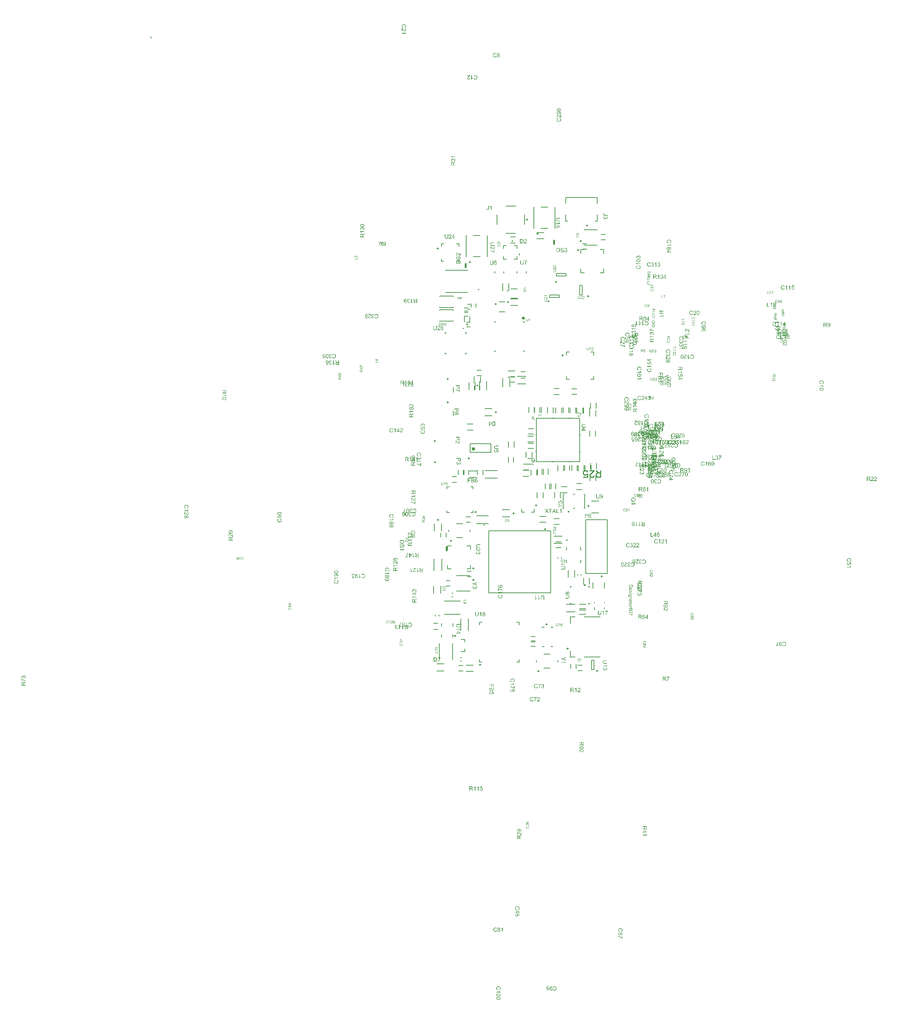
<source format=gto>
G04*
G04 #@! TF.GenerationSoftware,Altium Limited,Altium Designer,25.1.2 (22)*
G04*
G04 Layer_Color=65535*
%FSLAX44Y44*%
%MOMM*%
G71*
G04*
G04 #@! TF.SameCoordinates,95D3A89C-EAAA-4EA1-B578-E8640D1D2C9C*
G04*
G04*
G04 #@! TF.FilePolarity,Positive*
G04*
G01*
G75*
%ADD10C,0.2500*%
%ADD11C,0.2000*%
%ADD12C,0.4000*%
%ADD13C,0.1524*%
%ADD14C,0.5080*%
%ADD15C,0.1000*%
%ADD16C,0.1270*%
%ADD17C,0.1500*%
%ADD18C,0.2540*%
G36*
X207638Y1141518D02*
Y1145328D01*
X210178D01*
Y1141518D01*
X207638D01*
D02*
G37*
G36*
X262197Y763945D02*
X255848D01*
X255860Y763933D01*
X255907Y763875D01*
X255977Y763804D01*
X256059Y763687D01*
X256165Y763558D01*
X256282Y763394D01*
X256411Y763206D01*
X256540Y762995D01*
Y762983D01*
X256552Y762971D01*
X256599Y762901D01*
X256658Y762783D01*
X256728Y762643D01*
X256810Y762478D01*
X256892Y762302D01*
X256975Y762126D01*
X257045Y761950D01*
X256083D01*
Y761962D01*
X256059Y761985D01*
X256047Y762032D01*
X256012Y762091D01*
X255977Y762161D01*
X255930Y762244D01*
X255813Y762443D01*
X255684Y762678D01*
X255519Y762912D01*
X255332Y763159D01*
X255132Y763405D01*
X255120Y763417D01*
X255109Y763429D01*
X255074Y763464D01*
X255038Y763511D01*
X254921Y763616D01*
X254780Y763757D01*
X254616Y763898D01*
X254428Y764051D01*
X254240Y764180D01*
X254041Y764297D01*
Y764943D01*
X262197D01*
Y763945D01*
D02*
G37*
G36*
X245123Y651974D02*
X244090D01*
Y658768D01*
X241719Y651974D01*
X240757D01*
X238410Y658886D01*
Y651974D01*
X237378D01*
Y660095D01*
X238985D01*
X240910Y654333D01*
Y654321D01*
X240921Y654297D01*
X240933Y654262D01*
X240957Y654204D01*
X241004Y654063D01*
X241062Y653887D01*
X241121Y653687D01*
X241191Y653488D01*
X241250Y653300D01*
X241297Y653136D01*
X241309Y653159D01*
X241320Y653218D01*
X241356Y653324D01*
X241403Y653464D01*
X241461Y653652D01*
X241544Y653875D01*
X241626Y654133D01*
X241731Y654438D01*
X243679Y660095D01*
X245123D01*
Y651974D01*
D02*
G37*
G36*
X244440Y753560D02*
X243219D01*
X242269Y756024D01*
X238866D01*
X237986Y753560D01*
X236847D01*
X239945Y761680D01*
X241119D01*
X244440Y753560D01*
D02*
G37*
G36*
X354589Y764969D02*
X354578D01*
X354531D01*
X354460D01*
X354366Y764981D01*
X354261Y764993D01*
X354143Y765016D01*
X354026Y765040D01*
X353897Y765087D01*
X353885D01*
X353873Y765098D01*
X353803Y765122D01*
X353698Y765169D01*
X353557Y765239D01*
X353392Y765333D01*
X353205Y765451D01*
X353017Y765580D01*
X352817Y765744D01*
X352806D01*
X352794Y765767D01*
X352724Y765826D01*
X352618Y765932D01*
X352465Y766084D01*
X352289Y766260D01*
X352078Y766483D01*
X351843Y766753D01*
X351597Y767047D01*
X351585Y767058D01*
X351550Y767105D01*
X351491Y767176D01*
X351421Y767258D01*
X351327Y767363D01*
X351221Y767492D01*
X351104Y767622D01*
X350975Y767774D01*
X350693Y768067D01*
X350412Y768361D01*
X350271Y768502D01*
X350130Y768631D01*
X350001Y768748D01*
X349872Y768842D01*
X349860D01*
X349848Y768865D01*
X349813Y768889D01*
X349766Y768912D01*
X349637Y768995D01*
X349485Y769088D01*
X349297Y769171D01*
X349097Y769253D01*
X348875Y769300D01*
X348663Y769323D01*
X348652D01*
X348640D01*
X348569Y769311D01*
X348452Y769300D01*
X348323Y769264D01*
X348159Y769217D01*
X347994Y769135D01*
X347830Y769030D01*
X347666Y768889D01*
X347642Y768865D01*
X347595Y768807D01*
X347537Y768725D01*
X347455Y768596D01*
X347384Y768431D01*
X347314Y768243D01*
X347267Y768020D01*
X347255Y767774D01*
Y767704D01*
X347267Y767657D01*
X347279Y767516D01*
X347314Y767352D01*
X347361Y767176D01*
X347443Y766976D01*
X347548Y766788D01*
X347689Y766612D01*
X347713Y766589D01*
X347771Y766542D01*
X347865Y766471D01*
X348006Y766401D01*
X348170Y766319D01*
X348382Y766248D01*
X348616Y766202D01*
X348886Y766178D01*
X348781Y765157D01*
X348769D01*
X348734Y765169D01*
X348675D01*
X348593Y765181D01*
X348499Y765204D01*
X348393Y765228D01*
X348264Y765263D01*
X348135Y765298D01*
X347854Y765392D01*
X347572Y765533D01*
X347431Y765615D01*
X347290Y765721D01*
X347161Y765826D01*
X347044Y765943D01*
X347032Y765955D01*
X347020Y765979D01*
X346985Y766014D01*
X346950Y766072D01*
X346903Y766143D01*
X346856Y766225D01*
X346797Y766319D01*
X346739Y766436D01*
X346680Y766565D01*
X346621Y766706D01*
X346574Y766859D01*
X346527Y767023D01*
X346492Y767199D01*
X346457Y767387D01*
X346445Y767586D01*
X346434Y767797D01*
Y767915D01*
X346445Y767997D01*
X346457Y768091D01*
X346469Y768208D01*
X346492Y768337D01*
X346516Y768466D01*
X346598Y768772D01*
X346715Y769077D01*
X346786Y769229D01*
X346868Y769382D01*
X346973Y769522D01*
X347091Y769652D01*
X347103Y769663D01*
X347114Y769687D01*
X347161Y769710D01*
X347208Y769757D01*
X347267Y769816D01*
X347349Y769875D01*
X347431Y769933D01*
X347537Y770004D01*
X347760Y770121D01*
X348041Y770238D01*
X348182Y770285D01*
X348346Y770309D01*
X348511Y770332D01*
X348687Y770344D01*
X348710D01*
X348769D01*
X348863Y770332D01*
X348992Y770321D01*
X349133Y770297D01*
X349297Y770250D01*
X349473Y770203D01*
X349649Y770133D01*
X349672Y770121D01*
X349731Y770098D01*
X349825Y770051D01*
X349954Y769980D01*
X350095Y769886D01*
X350271Y769769D01*
X350447Y769628D01*
X350646Y769464D01*
X350670Y769440D01*
X350740Y769382D01*
X350799Y769323D01*
X350858Y769264D01*
X350928Y769194D01*
X351022Y769100D01*
X351116Y769006D01*
X351221Y768889D01*
X351339Y768772D01*
X351468Y768631D01*
X351597Y768478D01*
X351749Y768314D01*
X351902Y768126D01*
X352066Y767938D01*
X352078Y767927D01*
X352102Y767903D01*
X352137Y767856D01*
X352184Y767797D01*
X352254Y767727D01*
X352324Y767645D01*
X352477Y767457D01*
X352653Y767258D01*
X352829Y767070D01*
X352982Y766906D01*
X353040Y766835D01*
X353099Y766777D01*
X353111Y766765D01*
X353146Y766730D01*
X353193Y766683D01*
X353263Y766624D01*
X353345Y766565D01*
X353428Y766495D01*
X353627Y766354D01*
Y770356D01*
X354589D01*
Y764969D01*
D02*
G37*
G36*
Y761555D02*
X348241D01*
X348252Y761543D01*
X348299Y761484D01*
X348370Y761414D01*
X348452Y761296D01*
X348558Y761167D01*
X348675Y761003D01*
X348804Y760815D01*
X348933Y760604D01*
Y760592D01*
X348945Y760581D01*
X348992Y760510D01*
X349050Y760393D01*
X349121Y760252D01*
X349203Y760088D01*
X349285Y759912D01*
X349367Y759736D01*
X349438Y759560D01*
X348475D01*
Y759571D01*
X348452Y759595D01*
X348440Y759642D01*
X348405Y759700D01*
X348370Y759771D01*
X348323Y759853D01*
X348206Y760053D01*
X348077Y760287D01*
X347912Y760522D01*
X347724Y760768D01*
X347525Y761015D01*
X347513Y761027D01*
X347501Y761038D01*
X347466Y761074D01*
X347431Y761120D01*
X347314Y761226D01*
X347173Y761367D01*
X347009Y761508D01*
X346821Y761660D01*
X346633Y761789D01*
X346434Y761907D01*
Y762552D01*
X354589D01*
Y761555D01*
D02*
G37*
G36*
X193132Y1177252D02*
Y1177241D01*
X193121Y1177210D01*
X193100Y1177167D01*
X193079Y1177104D01*
X193058Y1177041D01*
X193026Y1176956D01*
X192952Y1176766D01*
X192868Y1176555D01*
X192773Y1176343D01*
X192688Y1176143D01*
X192635Y1176058D01*
X192593Y1175973D01*
X192603D01*
X192635D01*
X192688Y1175984D01*
X192751Y1175995D01*
X192836D01*
X192931Y1176005D01*
X193142Y1176026D01*
X193375Y1176047D01*
X193597Y1176058D01*
X193808Y1176079D01*
X193903D01*
X193977D01*
Y1175276D01*
X193967D01*
X193956D01*
X193924D01*
X193882D01*
X193829Y1175287D01*
X193755D01*
X193597Y1175297D01*
X193396Y1175318D01*
X193164Y1175340D01*
X192899Y1175371D01*
X192603Y1175413D01*
Y1175403D01*
X192614Y1175382D01*
X192635Y1175350D01*
X192656Y1175308D01*
X192677Y1175255D01*
X192709Y1175191D01*
X192773Y1175033D01*
X192857Y1174843D01*
X192952Y1174610D01*
X193037Y1174367D01*
X193132Y1174103D01*
X192350Y1173839D01*
Y1173850D01*
X192339Y1173871D01*
X192329Y1173913D01*
X192308Y1173955D01*
X192286Y1174019D01*
X192265Y1174103D01*
X192223Y1174272D01*
X192170Y1174484D01*
X192117Y1174716D01*
X192065Y1174970D01*
X192033Y1175223D01*
X192022Y1175202D01*
X191980Y1175160D01*
X191896Y1175086D01*
X191790Y1174980D01*
X191653Y1174843D01*
X191462Y1174674D01*
X191251Y1174484D01*
X191124Y1174389D01*
X190987Y1174272D01*
X190522Y1174938D01*
X190543Y1174949D01*
X190606Y1174991D01*
X190702Y1175065D01*
X190828Y1175149D01*
X190997Y1175266D01*
X191209Y1175392D01*
X191441Y1175540D01*
X191705Y1175699D01*
X191695D01*
X191674Y1175720D01*
X191631Y1175741D01*
X191579Y1175773D01*
X191515Y1175804D01*
X191441Y1175847D01*
X191262Y1175942D01*
X191071Y1176058D01*
X190881Y1176174D01*
X190691Y1176301D01*
X190522Y1176417D01*
X190987Y1177072D01*
X190997Y1177062D01*
X191019Y1177041D01*
X191061Y1177009D01*
X191114Y1176967D01*
X191177Y1176914D01*
X191251Y1176851D01*
X191420Y1176713D01*
X191589Y1176565D01*
X191758Y1176417D01*
X191917Y1176269D01*
X191980Y1176206D01*
X192033Y1176153D01*
Y1176164D01*
X192043Y1176185D01*
Y1176227D01*
X192054Y1176280D01*
X192075Y1176343D01*
X192086Y1176417D01*
X192128Y1176586D01*
X192170Y1176798D01*
X192223Y1177030D01*
X192286Y1177262D01*
X192350Y1177506D01*
X193132Y1177252D01*
D02*
G37*
G36*
X476126Y359967D02*
X476115Y359872D01*
Y359672D01*
X476094Y359439D01*
X476073Y359196D01*
X476041Y358964D01*
X475999Y358763D01*
Y358752D01*
X475988Y358731D01*
X475978Y358689D01*
X475967Y358647D01*
X475946Y358583D01*
X475925Y358509D01*
X475872Y358351D01*
X475787Y358161D01*
X475692Y357960D01*
X475565Y357759D01*
X475418Y357569D01*
X475407Y357558D01*
X475396Y357537D01*
X475365Y357505D01*
X475322Y357463D01*
X475270Y357410D01*
X475206Y357347D01*
X475132Y357284D01*
X475048Y357210D01*
X474847Y357051D01*
X474604Y356893D01*
X474340Y356734D01*
X474033Y356607D01*
X474023D01*
X473991Y356597D01*
X473949Y356576D01*
X473885Y356554D01*
X473801Y356533D01*
X473706Y356502D01*
X473600Y356470D01*
X473473Y356438D01*
X473336Y356417D01*
X473188Y356385D01*
X473030Y356354D01*
X472860Y356333D01*
X472491Y356290D01*
X472100Y356280D01*
X472089D01*
X472057D01*
X472015D01*
X471941D01*
X471867Y356290D01*
X471772D01*
X471666Y356301D01*
X471550Y356311D01*
X471297Y356333D01*
X471022Y356375D01*
X470737Y356428D01*
X470462Y356502D01*
X470451D01*
X470430Y356512D01*
X470388Y356523D01*
X470346Y356544D01*
X470282Y356565D01*
X470208Y356586D01*
X470050Y356650D01*
X469860Y356724D01*
X469659Y356819D01*
X469458Y356935D01*
X469278Y357051D01*
X469257Y357062D01*
X469205Y357114D01*
X469120Y357178D01*
X469014Y357273D01*
X468898Y357379D01*
X468771Y357505D01*
X468655Y357653D01*
X468539Y357801D01*
X468528Y357822D01*
X468497Y357875D01*
X468444Y357960D01*
X468391Y358076D01*
X468328Y358213D01*
X468254Y358382D01*
X468190Y358573D01*
X468137Y358773D01*
Y358784D01*
X468127Y358795D01*
Y358826D01*
X468116Y358868D01*
X468106Y358921D01*
X468095Y358985D01*
X468074Y359143D01*
X468042Y359333D01*
X468021Y359555D01*
X468011Y359809D01*
X468000Y360073D01*
Y363000D01*
X476126D01*
Y359967D01*
D02*
G37*
G36*
X471033Y355255D02*
X471128D01*
X471255Y355244D01*
X471402Y355223D01*
X471561Y355202D01*
X471730Y355170D01*
X471910Y355128D01*
X472100Y355075D01*
X472290Y355022D01*
X472480Y354948D01*
X472670Y354853D01*
X472860Y354758D01*
X473030Y354642D01*
X473188Y354505D01*
X473199Y354494D01*
X473220Y354473D01*
X473262Y354431D01*
X473315Y354367D01*
X473378Y354293D01*
X473452Y354198D01*
X473526Y354092D01*
X473600Y353976D01*
X473674Y353839D01*
X473748Y353691D01*
X473822Y353522D01*
X473885Y353353D01*
X473938Y353163D01*
X473981Y352962D01*
X474002Y352751D01*
X474012Y352529D01*
Y352412D01*
X474002Y352328D01*
X473991Y352233D01*
X473970Y352117D01*
X473949Y351979D01*
X473917Y351842D01*
X473875Y351694D01*
X473811Y351535D01*
X473748Y351377D01*
X473674Y351218D01*
X473579Y351049D01*
X473473Y350891D01*
X473347Y350743D01*
X473209Y350595D01*
X473199Y350584D01*
X473167Y350563D01*
X473125Y350521D01*
X473061Y350479D01*
X472977Y350426D01*
X472882Y350363D01*
X472766Y350289D01*
X472628Y350215D01*
X472470Y350151D01*
X472300Y350077D01*
X472121Y350014D01*
X471920Y349961D01*
X471698Y349919D01*
X471466Y349877D01*
X471212Y349855D01*
X470948Y349845D01*
X470927D01*
X470885D01*
X470800D01*
X470684Y349855D01*
Y354240D01*
X470673D01*
X470642D01*
X470589Y354230D01*
X470525Y354219D01*
X470441Y354209D01*
X470346Y354198D01*
X470134Y354156D01*
X469891Y354082D01*
X469648Y353987D01*
X469416Y353860D01*
X469310Y353786D01*
X469205Y353702D01*
X469194Y353691D01*
X469183Y353680D01*
X469162Y353649D01*
X469131Y353617D01*
X469046Y353501D01*
X468951Y353363D01*
X468856Y353184D01*
X468782Y352972D01*
X468718Y352729D01*
X468708Y352603D01*
X468697Y352465D01*
Y352370D01*
X468708Y352275D01*
X468729Y352138D01*
X468771Y352000D01*
X468814Y351842D01*
X468888Y351683D01*
X468983Y351535D01*
X468993Y351514D01*
X469035Y351472D01*
X469109Y351398D01*
X469205Y351314D01*
X469331Y351218D01*
X469500Y351113D01*
X469691Y351007D01*
X469912Y350923D01*
X469775Y349887D01*
X469765D01*
X469733Y349898D01*
X469691Y349908D01*
X469627Y349940D01*
X469553Y349961D01*
X469458Y350003D01*
X469257Y350088D01*
X469035Y350215D01*
X468803Y350373D01*
X468571Y350563D01*
X468370Y350785D01*
Y350796D01*
X468349Y350817D01*
X468328Y350849D01*
X468296Y350901D01*
X468254Y350965D01*
X468211Y351049D01*
X468169Y351134D01*
X468127Y351240D01*
X468074Y351356D01*
X468032Y351483D01*
X467989Y351620D01*
X467947Y351768D01*
X467894Y352095D01*
X467884Y352275D01*
X467873Y352465D01*
Y352518D01*
X467884Y352592D01*
Y352677D01*
X467894Y352782D01*
X467915Y352909D01*
X467937Y353057D01*
X467968Y353205D01*
X468011Y353363D01*
X468063Y353532D01*
X468127Y353702D01*
X468211Y353871D01*
X468296Y354040D01*
X468401Y354209D01*
X468528Y354367D01*
X468666Y354515D01*
X468676Y354526D01*
X468708Y354547D01*
X468750Y354589D01*
X468814Y354631D01*
X468898Y354684D01*
X468993Y354748D01*
X469109Y354822D01*
X469236Y354885D01*
X469395Y354959D01*
X469553Y355033D01*
X469743Y355096D01*
X469934Y355149D01*
X470155Y355191D01*
X470377Y355234D01*
X470620Y355255D01*
X470885Y355265D01*
X470906D01*
X470948D01*
X471033Y355255D01*
D02*
G37*
G36*
X469912Y348038D02*
X469902D01*
X469891D01*
X469860Y348027D01*
X469817Y348017D01*
X469712Y347996D01*
X469574Y347953D01*
X469426Y347890D01*
X469278Y347816D01*
X469131Y347710D01*
X469004Y347584D01*
X468993Y347562D01*
X468961Y347510D01*
X468909Y347425D01*
X468856Y347309D01*
X468792Y347150D01*
X468750Y346971D01*
X468708Y346759D01*
X468697Y346516D01*
Y346400D01*
X468708Y346284D01*
X468729Y346125D01*
X468761Y345967D01*
X468814Y345798D01*
X468877Y345629D01*
X468972Y345491D01*
X468983Y345481D01*
X469025Y345439D01*
X469078Y345386D01*
X469162Y345322D01*
X469257Y345259D01*
X469363Y345206D01*
X469490Y345164D01*
X469627Y345153D01*
X469638D01*
X469680D01*
X469743Y345164D01*
X469817Y345185D01*
X469902Y345227D01*
X469986Y345280D01*
X470071Y345354D01*
X470155Y345449D01*
X470166Y345460D01*
X470177Y345491D01*
X470208Y345555D01*
X470240Y345661D01*
X470272Y345724D01*
X470293Y345787D01*
X470314Y345872D01*
X470346Y345967D01*
X470377Y346073D01*
X470409Y346199D01*
X470451Y346326D01*
X470483Y346474D01*
Y346485D01*
X470494Y346527D01*
X470515Y346580D01*
X470536Y346654D01*
X470557Y346738D01*
X470589Y346844D01*
X470652Y347076D01*
X470726Y347330D01*
X470811Y347584D01*
X470853Y347700D01*
X470895Y347805D01*
X470927Y347911D01*
X470969Y347996D01*
X470980Y348017D01*
X471011Y348070D01*
X471054Y348144D01*
X471117Y348239D01*
X471191Y348334D01*
X471286Y348450D01*
X471392Y348545D01*
X471519Y348640D01*
X471540Y348651D01*
X471582Y348672D01*
X471656Y348704D01*
X471751Y348746D01*
X471867Y348788D01*
X472005Y348820D01*
X472153Y348841D01*
X472311Y348852D01*
X472332D01*
X472374D01*
X472449Y348841D01*
X472554Y348830D01*
X472660Y348809D01*
X472787Y348778D01*
X472913Y348735D01*
X473040Y348672D01*
X473051Y348661D01*
X473093Y348640D01*
X473156Y348598D01*
X473241Y348545D01*
X473326Y348471D01*
X473421Y348387D01*
X473516Y348292D01*
X473600Y348186D01*
X473611Y348175D01*
X473632Y348144D01*
X473664Y348091D01*
X473695Y348017D01*
X473748Y347932D01*
X473790Y347816D01*
X473843Y347689D01*
X473885Y347552D01*
X473896Y347531D01*
X473907Y347478D01*
X473928Y347404D01*
X473949Y347288D01*
X473970Y347161D01*
X473991Y347013D01*
X474012Y346855D01*
Y346569D01*
X474002Y346506D01*
Y346442D01*
X473991Y346273D01*
X473960Y346094D01*
X473928Y345882D01*
X473875Y345682D01*
X473811Y345481D01*
Y345470D01*
X473801Y345460D01*
X473780Y345396D01*
X473727Y345301D01*
X473664Y345185D01*
X473590Y345058D01*
X473494Y344931D01*
X473389Y344805D01*
X473262Y344699D01*
X473251Y344688D01*
X473199Y344657D01*
X473125Y344614D01*
X473019Y344562D01*
X472892Y344498D01*
X472744Y344445D01*
X472565Y344393D01*
X472364Y344350D01*
X472227Y345322D01*
X472248D01*
X472300Y345344D01*
X472385Y345365D01*
X472480Y345396D01*
X472596Y345449D01*
X472713Y345523D01*
X472818Y345608D01*
X472924Y345713D01*
X472934Y345724D01*
X472966Y345777D01*
X473008Y345840D01*
X473061Y345946D01*
X473104Y346073D01*
X473146Y346231D01*
X473177Y346411D01*
X473188Y346622D01*
Y346738D01*
X473177Y346855D01*
X473156Y347002D01*
X473135Y347161D01*
X473093Y347330D01*
X473030Y347478D01*
X472956Y347605D01*
X472945Y347615D01*
X472913Y347647D01*
X472871Y347700D01*
X472808Y347742D01*
X472734Y347795D01*
X472639Y347848D01*
X472544Y347879D01*
X472427Y347890D01*
X472417D01*
X472396D01*
X472364Y347879D01*
X472311D01*
X472205Y347837D01*
X472142Y347816D01*
X472079Y347774D01*
X472068Y347763D01*
X472057Y347753D01*
X472026Y347721D01*
X471983Y347679D01*
X471941Y347626D01*
X471899Y347562D01*
X471857Y347478D01*
X471814Y347393D01*
Y347383D01*
X471804Y347362D01*
X471783Y347309D01*
X471762Y347224D01*
X471730Y347108D01*
X471709Y347034D01*
X471688Y346950D01*
X471656Y346855D01*
X471635Y346749D01*
X471593Y346633D01*
X471561Y346506D01*
Y346495D01*
X471550Y346464D01*
X471540Y346400D01*
X471519Y346337D01*
X471487Y346252D01*
X471466Y346147D01*
X471402Y345925D01*
X471328Y345682D01*
X471255Y345439D01*
X471180Y345217D01*
X471138Y345122D01*
X471106Y345037D01*
X471096Y345016D01*
X471075Y344963D01*
X471033Y344889D01*
X470969Y344794D01*
X470895Y344688D01*
X470811Y344583D01*
X470705Y344467D01*
X470578Y344371D01*
X470568Y344361D01*
X470515Y344329D01*
X470441Y344297D01*
X470346Y344245D01*
X470219Y344202D01*
X470082Y344171D01*
X469912Y344139D01*
X469733Y344128D01*
X469722D01*
X469712D01*
X469648D01*
X469553Y344139D01*
X469426Y344160D01*
X469278Y344202D01*
X469120Y344255D01*
X468951Y344329D01*
X468782Y344424D01*
X468761Y344435D01*
X468708Y344477D01*
X468634Y344551D01*
X468539Y344636D01*
X468423Y344762D01*
X468317Y344910D01*
X468201Y345079D01*
X468106Y345270D01*
Y345280D01*
X468095Y345291D01*
X468084Y345322D01*
X468074Y345365D01*
X468032Y345481D01*
X467989Y345629D01*
X467947Y345808D01*
X467905Y346020D01*
X467884Y346252D01*
X467873Y346506D01*
Y346612D01*
X467884Y346696D01*
Y346791D01*
X467894Y346897D01*
X467915Y347024D01*
X467937Y347161D01*
X467989Y347436D01*
X468074Y347732D01*
X468190Y348006D01*
X468254Y348144D01*
X468338Y348260D01*
X468349Y348270D01*
X468359Y348281D01*
X468391Y348313D01*
X468423Y348355D01*
X468475Y348408D01*
X468539Y348461D01*
X468613Y348513D01*
X468697Y348577D01*
X468792Y348640D01*
X468898Y348714D01*
X469014Y348778D01*
X469141Y348830D01*
X469278Y348894D01*
X469426Y348947D01*
X469585Y348989D01*
X469754Y349021D01*
X469912Y348038D01*
D02*
G37*
G36*
X476126Y341952D02*
X474984D01*
Y342945D01*
X476126D01*
Y341952D01*
D02*
G37*
G36*
X473885D02*
X468000D01*
Y342945D01*
X473885D01*
Y341952D01*
D02*
G37*
G36*
X471191Y340800D02*
X471276Y340789D01*
X471371D01*
X471476Y340768D01*
X471719Y340737D01*
X471983Y340684D01*
X472248Y340610D01*
X472522Y340504D01*
X472533D01*
X472554Y340494D01*
X472586Y340472D01*
X472639Y340451D01*
X472702Y340420D01*
X472766Y340377D01*
X472924Y340282D01*
X473104Y340155D01*
X473283Y340008D01*
X473463Y339828D01*
X473621Y339627D01*
Y339617D01*
X473643Y339595D01*
X473653Y339564D01*
X473685Y339521D01*
X473716Y339469D01*
X473748Y339405D01*
X473822Y339236D01*
X473885Y339035D01*
X473949Y338803D01*
X473991Y338549D01*
X474012Y338264D01*
Y338222D01*
X474002Y338158D01*
Y338084D01*
X473991Y338000D01*
X473970Y337894D01*
X473938Y337778D01*
X473907Y337651D01*
X473864Y337524D01*
X473801Y337387D01*
X473738Y337239D01*
X473653Y337091D01*
X473558Y336954D01*
X473442Y336806D01*
X473304Y336669D01*
X473156Y336542D01*
X473885D01*
Y335622D01*
X468803D01*
X468792D01*
X468740D01*
X468676D01*
X468581D01*
X468465Y335633D01*
X468338D01*
X468201Y335644D01*
X468053Y335654D01*
X467736Y335696D01*
X467408Y335739D01*
X467260Y335770D01*
X467112Y335813D01*
X466986Y335855D01*
X466869Y335908D01*
X466859D01*
X466848Y335918D01*
X466817Y335939D01*
X466774Y335961D01*
X466669Y336024D01*
X466542Y336119D01*
X466394Y336246D01*
X466246Y336394D01*
X466098Y336584D01*
X465961Y336795D01*
Y336806D01*
X465950Y336827D01*
X465929Y336859D01*
X465908Y336901D01*
X465887Y336964D01*
X465855Y337028D01*
X465823Y337112D01*
X465792Y337207D01*
X465728Y337419D01*
X465675Y337672D01*
X465633Y337968D01*
X465623Y338285D01*
Y338391D01*
X465633Y338454D01*
Y338549D01*
X465644Y338655D01*
X465665Y338761D01*
X465686Y338887D01*
X465739Y339162D01*
X465823Y339448D01*
X465940Y339722D01*
X466013Y339860D01*
X466098Y339986D01*
X466109Y339997D01*
X466119Y340018D01*
X466151Y340050D01*
X466183Y340081D01*
X466235Y340134D01*
X466299Y340187D01*
X466373Y340251D01*
X466457Y340303D01*
X466552Y340367D01*
X466658Y340420D01*
X466774Y340472D01*
X466901Y340525D01*
X467038Y340557D01*
X467186Y340589D01*
X467355Y340610D01*
X467524D01*
X467387Y339638D01*
X467366D01*
X467313Y339627D01*
X467239Y339606D01*
X467144Y339574D01*
X467028Y339532D01*
X466922Y339469D01*
X466817Y339395D01*
X466732Y339300D01*
X466721Y339278D01*
X466690Y339236D01*
X466637Y339152D01*
X466595Y339035D01*
X466542Y338887D01*
X466489Y338718D01*
X466457Y338518D01*
X466447Y338285D01*
Y338169D01*
X466457Y338053D01*
X466478Y337894D01*
X466521Y337725D01*
X466563Y337546D01*
X466637Y337377D01*
X466732Y337218D01*
X466743Y337197D01*
X466785Y337155D01*
X466848Y337091D01*
X466933Y337007D01*
X467038Y336922D01*
X467176Y336848D01*
X467324Y336764D01*
X467503Y336711D01*
X467514D01*
X467567Y336700D01*
X467651Y336679D01*
X467704D01*
X467778Y336669D01*
X467852Y336658D01*
X467947D01*
X468053Y336647D01*
X468169D01*
X468296Y336637D01*
X468444D01*
X468602D01*
X468771D01*
X468761Y336647D01*
X468740Y336669D01*
X468697Y336700D01*
X468655Y336753D01*
X468592Y336816D01*
X468528Y336890D01*
X468454Y336986D01*
X468391Y337081D01*
X468317Y337197D01*
X468243Y337324D01*
X468116Y337598D01*
X468074Y337757D01*
X468032Y337915D01*
X468011Y338084D01*
X468000Y338264D01*
Y338317D01*
X468011Y338380D01*
Y338465D01*
X468032Y338571D01*
X468042Y338687D01*
X468074Y338814D01*
X468106Y338951D01*
X468158Y339099D01*
X468211Y339257D01*
X468285Y339416D01*
X468370Y339574D01*
X468465Y339722D01*
X468581Y339870D01*
X468718Y340018D01*
X468866Y340145D01*
X468877Y340155D01*
X468909Y340177D01*
X468951Y340208D01*
X469025Y340251D01*
X469109Y340303D01*
X469205Y340356D01*
X469331Y340420D01*
X469458Y340472D01*
X469606Y340536D01*
X469765Y340599D01*
X469934Y340652D01*
X470124Y340705D01*
X470325Y340747D01*
X470525Y340779D01*
X470747Y340800D01*
X470969Y340811D01*
X470980D01*
X471011D01*
X471054D01*
X471117D01*
X471191Y340800D01*
D02*
G37*
G36*
X473885Y333213D02*
X473040D01*
X473051Y333203D01*
X473082Y333182D01*
X473135Y333150D01*
X473188Y333097D01*
X473262Y333023D01*
X473347Y332949D01*
X473431Y332854D01*
X473526Y332738D01*
X473621Y332611D01*
X473706Y332474D01*
X473790Y332326D01*
X473864Y332157D01*
X473928Y331977D01*
X473970Y331787D01*
X474002Y331576D01*
X474012Y331354D01*
Y331259D01*
X474002Y331163D01*
X473991Y331026D01*
X473960Y330878D01*
X473928Y330709D01*
X473875Y330540D01*
X473811Y330371D01*
X473801Y330350D01*
X473780Y330297D01*
X473738Y330223D01*
X473674Y330117D01*
X473611Y330012D01*
X473526Y329906D01*
X473421Y329800D01*
X473315Y329705D01*
X473304Y329695D01*
X473262Y329674D01*
X473199Y329631D01*
X473104Y329579D01*
X472998Y329536D01*
X472871Y329483D01*
X472734Y329441D01*
X472575Y329399D01*
X472565D01*
X472522Y329388D01*
X472449Y329378D01*
X472353Y329367D01*
X472216Y329357D01*
X472057Y329346D01*
X471857Y329336D01*
X471614D01*
X468000D01*
Y330329D01*
X471571D01*
X471582D01*
X471603D01*
X471624D01*
X471666D01*
X471783Y330339D01*
X471910D01*
X472057Y330360D01*
X472205Y330382D01*
X472343Y330413D01*
X472470Y330456D01*
X472480D01*
X472522Y330477D01*
X472575Y330508D01*
X472649Y330551D01*
X472723Y330603D01*
X472808Y330677D01*
X472882Y330762D01*
X472956Y330868D01*
X472966Y330878D01*
X472987Y330920D01*
X473019Y330984D01*
X473051Y331068D01*
X473082Y331163D01*
X473114Y331280D01*
X473135Y331417D01*
X473146Y331554D01*
Y331618D01*
X473135Y331660D01*
X473125Y331787D01*
X473093Y331935D01*
X473051Y332104D01*
X472977Y332294D01*
X472871Y332484D01*
X472734Y332664D01*
X472713Y332685D01*
X472691Y332706D01*
X472649Y332738D01*
X472607Y332770D01*
X472544Y332812D01*
X472480Y332844D01*
X472396Y332886D01*
X472290Y332928D01*
X472184Y332970D01*
X472057Y333013D01*
X471920Y333044D01*
X471762Y333076D01*
X471593Y333097D01*
X471402Y333108D01*
X471202Y333118D01*
X468000D01*
Y334112D01*
X473885D01*
Y333213D01*
D02*
G37*
G36*
X469701Y328131D02*
X469807Y328120D01*
X469923Y328099D01*
X470061Y328057D01*
X470198Y328015D01*
X470335Y327951D01*
X470356Y327941D01*
X470399Y327920D01*
X470462Y327867D01*
X470546Y327814D01*
X470631Y327740D01*
X470726Y327645D01*
X470821Y327550D01*
X470906Y327434D01*
X470916Y327423D01*
X470938Y327381D01*
X470980Y327307D01*
X471033Y327222D01*
X471085Y327117D01*
X471138Y327000D01*
X471191Y326863D01*
X471233Y326715D01*
Y326704D01*
X471244Y326662D01*
X471265Y326588D01*
X471276Y326493D01*
X471307Y326366D01*
X471328Y326218D01*
X471350Y326039D01*
X471381Y325827D01*
Y325817D01*
X471392Y325775D01*
Y325711D01*
X471413Y325627D01*
X471423Y325532D01*
X471434Y325415D01*
X471455Y325289D01*
X471476Y325151D01*
X471529Y324866D01*
X471593Y324570D01*
X471656Y324295D01*
X471698Y324169D01*
X471730Y324052D01*
X471740D01*
X471762D01*
X471793D01*
X471836Y324042D01*
X471920D01*
X471962D01*
X471983D01*
X471994D01*
X472015D01*
X472047D01*
X472079D01*
X472195Y324052D01*
X472322Y324073D01*
X472470Y324116D01*
X472607Y324158D01*
X472744Y324232D01*
X472850Y324327D01*
X472860Y324348D01*
X472903Y324401D01*
X472956Y324486D01*
X473019Y324612D01*
X473082Y324781D01*
X473135Y324972D01*
X473177Y325204D01*
X473188Y325468D01*
Y325584D01*
X473177Y325711D01*
X473156Y325859D01*
X473125Y326039D01*
X473082Y326208D01*
X473019Y326377D01*
X472934Y326514D01*
X472924Y326525D01*
X472892Y326567D01*
X472829Y326631D01*
X472734Y326694D01*
X472617Y326778D01*
X472470Y326852D01*
X472279Y326937D01*
X472068Y327000D01*
X472205Y327972D01*
X472216D01*
X472237Y327962D01*
X472269D01*
X472311Y327951D01*
X472427Y327920D01*
X472565Y327867D01*
X472723Y327814D01*
X472892Y327740D01*
X473061Y327645D01*
X473209Y327539D01*
X473230Y327529D01*
X473273Y327486D01*
X473336Y327412D01*
X473431Y327317D01*
X473526Y327191D01*
X473621Y327043D01*
X473716Y326863D01*
X473801Y326662D01*
Y326652D01*
X473811Y326631D01*
X473822Y326599D01*
X473833Y326557D01*
X473854Y326504D01*
X473864Y326440D01*
X473907Y326271D01*
X473949Y326081D01*
X473981Y325849D01*
X474002Y325595D01*
X474012Y325320D01*
Y325130D01*
X474002Y325056D01*
X473991Y324887D01*
X473970Y324697D01*
X473938Y324486D01*
X473896Y324295D01*
X473833Y324105D01*
Y324095D01*
X473822Y324084D01*
X473801Y324031D01*
X473759Y323947D01*
X473706Y323841D01*
X473643Y323725D01*
X473568Y323609D01*
X473473Y323503D01*
X473378Y323408D01*
X473368Y323397D01*
X473336Y323376D01*
X473273Y323334D01*
X473199Y323281D01*
X473104Y323228D01*
X472987Y323175D01*
X472860Y323133D01*
X472713Y323091D01*
X472702D01*
X472660Y323080D01*
X472596Y323070D01*
X472501Y323059D01*
X472374D01*
X472216Y323049D01*
X472026Y323038D01*
X471793D01*
X470462D01*
X470451D01*
X470399D01*
X470335D01*
X470240D01*
X470134D01*
X470008D01*
X469870D01*
X469722Y323027D01*
X469426D01*
X469141Y323017D01*
X469004Y323006D01*
X468888D01*
X468792Y322996D01*
X468708Y322985D01*
X468687D01*
X468645Y322975D01*
X468571Y322953D01*
X468486Y322932D01*
X468370Y322890D01*
X468254Y322848D01*
X468127Y322795D01*
X468000Y322732D01*
Y323778D01*
X468011Y323788D01*
X468053Y323799D01*
X468116Y323830D01*
X468211Y323852D01*
X468317Y323894D01*
X468444Y323915D01*
X468581Y323947D01*
X468740Y323968D01*
Y323978D01*
X468718Y323989D01*
X468697Y324021D01*
X468666Y324063D01*
X468581Y324169D01*
X468475Y324316D01*
X468370Y324475D01*
X468254Y324655D01*
X468148Y324855D01*
X468063Y325046D01*
Y325056D01*
X468053Y325067D01*
X468042Y325098D01*
X468032Y325130D01*
X468000Y325236D01*
X467968Y325373D01*
X467937Y325532D01*
X467905Y325722D01*
X467884Y325923D01*
X467873Y326134D01*
Y326229D01*
X467884Y326292D01*
Y326377D01*
X467894Y326472D01*
X467937Y326683D01*
X467989Y326926D01*
X468074Y327169D01*
X468190Y327412D01*
X468254Y327518D01*
X468338Y327624D01*
X468349Y327634D01*
X468359Y327645D01*
X468423Y327708D01*
X468528Y327782D01*
X468666Y327877D01*
X468845Y327972D01*
X469046Y328057D01*
X469278Y328120D01*
X469405Y328131D01*
X469543Y328142D01*
X469564D01*
X469617D01*
X469701Y328131D01*
D02*
G37*
G36*
X473885Y321326D02*
X475333D01*
X475935Y320333D01*
X473885D01*
Y319329D01*
X473114D01*
Y320333D01*
X469669D01*
X469648D01*
X469595D01*
X469522D01*
X469437Y320322D01*
X469342D01*
X469247Y320312D01*
X469173Y320301D01*
X469109Y320291D01*
X469088Y320280D01*
X469046Y320248D01*
X468983Y320196D01*
X468919Y320122D01*
Y320111D01*
X468909Y320100D01*
X468898Y320069D01*
X468888Y320027D01*
X468866Y319921D01*
X468856Y319773D01*
Y319657D01*
X468866Y319593D01*
Y319509D01*
X468877Y319424D01*
X468888Y319329D01*
X468011Y319192D01*
Y319213D01*
X468000Y319266D01*
X467989Y319340D01*
X467968Y319445D01*
X467958Y319562D01*
X467937Y319688D01*
X467926Y319953D01*
Y320037D01*
X467937Y320143D01*
X467947Y320259D01*
X467968Y320396D01*
X468000Y320534D01*
X468042Y320671D01*
X468095Y320787D01*
X468106Y320798D01*
X468127Y320840D01*
X468158Y320882D01*
X468211Y320946D01*
X468275Y321020D01*
X468359Y321094D01*
X468444Y321157D01*
X468539Y321210D01*
X468549D01*
X468602Y321231D01*
X468676Y321242D01*
X468792Y321263D01*
X468866Y321273D01*
X468951Y321284D01*
X469046Y321294D01*
X469162Y321305D01*
X469278Y321316D01*
X469416D01*
X469564Y321326D01*
X469722D01*
X473114D01*
Y322066D01*
X473885D01*
Y321326D01*
D02*
G37*
G36*
X471096Y318706D02*
X471202D01*
X471339Y318685D01*
X471497Y318663D01*
X471666Y318642D01*
X471846Y318600D01*
X472047Y318558D01*
X472248Y318494D01*
X472449Y318420D01*
X472649Y318336D01*
X472839Y318230D01*
X473030Y318114D01*
X473199Y317977D01*
X473357Y317818D01*
X473368Y317808D01*
X473389Y317786D01*
X473421Y317744D01*
X473463Y317681D01*
X473505Y317607D01*
X473568Y317522D01*
X473621Y317417D01*
X473685Y317300D01*
X473748Y317174D01*
X473801Y317036D01*
X473864Y316878D01*
X473907Y316719D01*
X473949Y316539D01*
X473981Y316360D01*
X474002Y316170D01*
X474012Y315969D01*
Y315853D01*
X474002Y315768D01*
X473991Y315662D01*
X473970Y315546D01*
X473949Y315409D01*
X473917Y315261D01*
X473875Y315113D01*
X473811Y314955D01*
X473748Y314785D01*
X473674Y314617D01*
X473579Y314447D01*
X473473Y314289D01*
X473347Y314130D01*
X473209Y313983D01*
X473199Y313972D01*
X473177Y313951D01*
X473125Y313909D01*
X473061Y313866D01*
X472987Y313803D01*
X472882Y313739D01*
X472766Y313666D01*
X472639Y313591D01*
X472491Y313528D01*
X472332Y313454D01*
X472153Y313391D01*
X471952Y313327D01*
X471740Y313285D01*
X471519Y313243D01*
X471276Y313222D01*
X471022Y313211D01*
X471011D01*
X470969D01*
X470916D01*
X470832D01*
X470737Y313222D01*
X470631Y313232D01*
X470504Y313243D01*
X470377Y313253D01*
X470092Y313296D01*
X469796Y313359D01*
X469500Y313444D01*
X469363Y313496D01*
X469236Y313560D01*
X469226D01*
X469205Y313570D01*
X469173Y313591D01*
X469131Y313623D01*
X469014Y313697D01*
X468866Y313813D01*
X468708Y313951D01*
X468539Y314120D01*
X468380Y314321D01*
X468232Y314553D01*
Y314564D01*
X468222Y314585D01*
X468201Y314617D01*
X468180Y314669D01*
X468148Y314722D01*
X468116Y314796D01*
X468053Y314976D01*
X467989Y315177D01*
X467926Y315420D01*
X467884Y315684D01*
X467873Y315969D01*
Y316022D01*
X467884Y316085D01*
Y316170D01*
X467894Y316275D01*
X467915Y316392D01*
X467937Y316529D01*
X467968Y316677D01*
X468011Y316835D01*
X468063Y316994D01*
X468127Y317152D01*
X468201Y317321D01*
X468296Y317491D01*
X468401Y317649D01*
X468518Y317808D01*
X468655Y317955D01*
X468666Y317966D01*
X468697Y317987D01*
X468740Y318029D01*
X468803Y318072D01*
X468888Y318135D01*
X468983Y318199D01*
X469099Y318262D01*
X469236Y318336D01*
X469395Y318410D01*
X469564Y318473D01*
X469743Y318537D01*
X469955Y318600D01*
X470177Y318642D01*
X470409Y318685D01*
X470663Y318706D01*
X470938Y318716D01*
X470959D01*
X471011D01*
X471096Y318706D01*
D02*
G37*
G36*
X473885Y311151D02*
X472987D01*
X473008Y311140D01*
X473040Y311119D01*
X473082Y311098D01*
X473188Y311024D01*
X473315Y310950D01*
X473463Y310855D01*
X473600Y310749D01*
X473716Y310633D01*
X473811Y310527D01*
X473822Y310517D01*
X473843Y310474D01*
X473875Y310411D01*
X473917Y310337D01*
X473949Y310242D01*
X473981Y310126D01*
X474002Y310009D01*
X474012Y309883D01*
Y309798D01*
X473991Y309692D01*
X473970Y309566D01*
X473928Y309407D01*
X473875Y309228D01*
X473790Y309048D01*
X473685Y308847D01*
X472766Y309196D01*
X472776Y309217D01*
X472797Y309259D01*
X472829Y309333D01*
X472871Y309428D01*
X472913Y309534D01*
X472945Y309661D01*
X472966Y309798D01*
X472977Y309935D01*
Y309988D01*
X472966Y310052D01*
X472956Y310136D01*
X472924Y310221D01*
X472892Y310326D01*
X472839Y310422D01*
X472776Y310527D01*
X472766Y310538D01*
X472744Y310569D01*
X472691Y310612D01*
X472628Y310665D01*
X472554Y310728D01*
X472459Y310791D01*
X472353Y310844D01*
X472227Y310897D01*
X472216D01*
X472205Y310908D01*
X472174D01*
X472132Y310918D01*
X472026Y310950D01*
X471888Y310971D01*
X471709Y311003D01*
X471519Y311035D01*
X471297Y311045D01*
X471064Y311056D01*
X468000D01*
Y312049D01*
X473885D01*
Y311151D01*
D02*
G37*
G36*
X472015Y308573D02*
X472174D01*
X472374Y308551D01*
X472596Y308541D01*
X472839Y308509D01*
X473104Y308477D01*
X473378Y308425D01*
X473664Y308372D01*
X473949Y308298D01*
X474234Y308213D01*
X474509Y308118D01*
X474762Y308002D01*
X475005Y307864D01*
X475217Y307717D01*
X475227Y307706D01*
X475259Y307685D01*
X475301Y307643D01*
X475365Y307579D01*
X475439Y307505D01*
X475513Y307410D01*
X475597Y307294D01*
X475692Y307178D01*
X475777Y307040D01*
X475861Y306882D01*
X475935Y306713D01*
X476009Y306533D01*
X476073Y306332D01*
X476115Y306121D01*
X476147Y305899D01*
X476157Y305667D01*
Y305572D01*
X476147Y305508D01*
X476136Y305424D01*
X476126Y305329D01*
X476115Y305223D01*
X476094Y305107D01*
X476031Y304864D01*
X475935Y304599D01*
X475872Y304462D01*
X475798Y304335D01*
X475714Y304209D01*
X475618Y304092D01*
X475608Y304082D01*
X475597Y304061D01*
X475565Y304039D01*
X475523Y303997D01*
X475460Y303944D01*
X475396Y303892D01*
X475322Y303828D01*
X475227Y303765D01*
X475132Y303701D01*
X475016Y303638D01*
X474900Y303585D01*
X474762Y303522D01*
X474477Y303416D01*
X474308Y303384D01*
X474139Y303353D01*
X474065Y304346D01*
X474076D01*
X474086Y304356D01*
X474118D01*
X474160Y304367D01*
X474266Y304399D01*
X474393Y304441D01*
X474530Y304494D01*
X474667Y304568D01*
X474794Y304642D01*
X474910Y304726D01*
X474932Y304747D01*
X474974Y304800D01*
X475048Y304885D01*
X475122Y305001D01*
X475196Y305149D01*
X475270Y305318D01*
X475312Y305519D01*
X475333Y305730D01*
Y305815D01*
X475322Y305899D01*
X475301Y306015D01*
X475270Y306142D01*
X475217Y306290D01*
X475154Y306427D01*
X475058Y306575D01*
X475048Y306597D01*
X474995Y306649D01*
X474921Y306734D01*
X474805Y306840D01*
X474667Y306956D01*
X474498Y307083D01*
X474298Y307199D01*
X474065Y307315D01*
X474055D01*
X474033Y307326D01*
X474002Y307336D01*
X473949Y307357D01*
X473875Y307379D01*
X473790Y307400D01*
X473695Y307421D01*
X473590Y307452D01*
X473463Y307474D01*
X473315Y307495D01*
X473167Y307516D01*
X472998Y307537D01*
X472818Y307558D01*
X472617Y307579D01*
X472406Y307590D01*
X472195D01*
X472205Y307569D01*
X472279Y307526D01*
X472374Y307452D01*
X472491Y307347D01*
X472628Y307220D01*
X472755Y307072D01*
X472892Y306903D01*
X472998Y306713D01*
Y306702D01*
X473008Y306692D01*
X473019Y306660D01*
X473040Y306618D01*
X473082Y306523D01*
X473135Y306385D01*
X473188Y306216D01*
X473230Y306036D01*
X473262Y305836D01*
X473273Y305625D01*
Y305529D01*
X473262Y305455D01*
X473251Y305371D01*
X473230Y305265D01*
X473209Y305159D01*
X473177Y305033D01*
X473146Y304906D01*
X473093Y304769D01*
X473030Y304631D01*
X472966Y304483D01*
X472871Y304335D01*
X472776Y304198D01*
X472660Y304061D01*
X472533Y303923D01*
X472522Y303913D01*
X472501Y303892D01*
X472459Y303860D01*
X472396Y303807D01*
X472322Y303754D01*
X472237Y303701D01*
X472132Y303638D01*
X472015Y303564D01*
X471888Y303501D01*
X471740Y303437D01*
X471593Y303384D01*
X471423Y303321D01*
X471233Y303279D01*
X471043Y303247D01*
X470842Y303226D01*
X470631Y303215D01*
X470620D01*
X470599D01*
X470557D01*
X470504D01*
X470430Y303226D01*
X470356Y303237D01*
X470166Y303258D01*
X469955Y303300D01*
X469712Y303353D01*
X469469Y303437D01*
X469215Y303553D01*
X469205D01*
X469183Y303564D01*
X469152Y303585D01*
X469109Y303617D01*
X468993Y303691D01*
X468845Y303786D01*
X468687Y303923D01*
X468518Y304071D01*
X468359Y304251D01*
X468211Y304462D01*
Y304473D01*
X468201Y304483D01*
X468180Y304515D01*
X468158Y304557D01*
X468127Y304621D01*
X468106Y304684D01*
X468042Y304842D01*
X467968Y305033D01*
X467915Y305255D01*
X467873Y305498D01*
X467863Y305762D01*
Y305815D01*
X467873Y305878D01*
Y305973D01*
X467894Y306079D01*
X467915Y306195D01*
X467937Y306332D01*
X467979Y306480D01*
X468021Y306639D01*
X468084Y306808D01*
X468158Y306977D01*
X468243Y307146D01*
X468349Y307315D01*
X468475Y307484D01*
X468613Y307643D01*
X468771Y307801D01*
X468782Y307812D01*
X468814Y307833D01*
X468866Y307875D01*
X468951Y307928D01*
X469046Y307981D01*
X469173Y308044D01*
X469321Y308118D01*
X469490Y308192D01*
X469691Y308266D01*
X469912Y308340D01*
X470166Y308403D01*
X470430Y308456D01*
X470737Y308509D01*
X471064Y308551D01*
X471413Y308573D01*
X471793Y308583D01*
X471804D01*
X471825D01*
X471857D01*
X471899D01*
X471952D01*
X472015Y308573D01*
D02*
G37*
G36*
X472364Y302211D02*
X472501Y302201D01*
X472660D01*
X472829Y302180D01*
X473199Y302148D01*
X473590Y302095D01*
X473970Y302021D01*
X474150Y301979D01*
X474319Y301926D01*
X474329D01*
X474361Y301916D01*
X474403Y301894D01*
X474467Y301873D01*
X474541Y301842D01*
X474625Y301799D01*
X474826Y301704D01*
X475037Y301577D01*
X475270Y301430D01*
X475492Y301250D01*
X475682Y301049D01*
X475692Y301039D01*
X475703Y301017D01*
X475724Y300986D01*
X475756Y300944D01*
X475787Y300891D01*
X475830Y300817D01*
X475872Y300743D01*
X475925Y300648D01*
X476009Y300436D01*
X476083Y300183D01*
X476136Y299897D01*
X476157Y299739D01*
Y299475D01*
X476147Y299411D01*
Y299348D01*
X476126Y299189D01*
X476094Y299010D01*
X476041Y298820D01*
X475978Y298619D01*
X475893Y298429D01*
Y298418D01*
X475882Y298408D01*
X475840Y298344D01*
X475787Y298260D01*
X475703Y298143D01*
X475587Y298017D01*
X475460Y297879D01*
X475312Y297742D01*
X475132Y297615D01*
X475122D01*
X475111Y297605D01*
X475079Y297583D01*
X475048Y297562D01*
X474942Y297509D01*
X474794Y297435D01*
X474615Y297351D01*
X474414Y297266D01*
X474171Y297192D01*
X473917Y297118D01*
X473907D01*
X473885Y297108D01*
X473843Y297097D01*
X473790Y297087D01*
X473716Y297076D01*
X473632Y297055D01*
X473526Y297045D01*
X473410Y297023D01*
X473283Y297002D01*
X473135Y296992D01*
X472987Y296971D01*
X472808Y296960D01*
X472628Y296949D01*
X472438Y296939D01*
X472227Y296928D01*
X472005D01*
X471983D01*
X471941D01*
X471867D01*
X471762D01*
X471645Y296939D01*
X471508D01*
X471350Y296949D01*
X471180Y296960D01*
X470811Y297002D01*
X470420Y297055D01*
X470039Y297129D01*
X469860Y297171D01*
X469691Y297224D01*
X469680D01*
X469648Y297235D01*
X469606Y297256D01*
X469543Y297277D01*
X469469Y297309D01*
X469384Y297351D01*
X469194Y297446D01*
X468972Y297573D01*
X468750Y297721D01*
X468528Y297900D01*
X468338Y298112D01*
Y298122D01*
X468317Y298133D01*
X468296Y298175D01*
X468264Y298217D01*
X468232Y298270D01*
X468190Y298344D01*
X468148Y298418D01*
X468106Y298513D01*
X468011Y298725D01*
X467937Y298978D01*
X467884Y299263D01*
X467873Y299422D01*
X467863Y299580D01*
Y299633D01*
X467873Y299697D01*
Y299771D01*
X467884Y299876D01*
X467905Y299982D01*
X467937Y300109D01*
X467968Y300246D01*
X468011Y300394D01*
X468063Y300542D01*
X468137Y300700D01*
X468211Y300859D01*
X468306Y301007D01*
X468423Y301155D01*
X468549Y301292D01*
X468697Y301430D01*
X468708Y301440D01*
X468750Y301461D01*
X468803Y301504D01*
X468888Y301556D01*
X469004Y301609D01*
X469141Y301683D01*
X469300Y301747D01*
X469490Y301821D01*
X469712Y301894D01*
X469955Y301968D01*
X470219Y302042D01*
X470525Y302095D01*
X470853Y302148D01*
X471202Y302190D01*
X471593Y302211D01*
X472005Y302222D01*
X472026D01*
X472068D01*
X472142D01*
X472248D01*
X472364Y302211D01*
D02*
G37*
G36*
X476020Y290599D02*
X475238D01*
X475227Y290610D01*
X475196Y290631D01*
X475154Y290673D01*
X475090Y290736D01*
X475005Y290800D01*
X474900Y290884D01*
X474784Y290979D01*
X474657Y291085D01*
X474509Y291201D01*
X474340Y291318D01*
X474160Y291444D01*
X473960Y291582D01*
X473759Y291719D01*
X473526Y291856D01*
X473294Y291994D01*
X473040Y292142D01*
X473030Y292152D01*
X472977Y292173D01*
X472903Y292216D01*
X472808Y292269D01*
X472681Y292332D01*
X472533Y292395D01*
X472364Y292480D01*
X472174Y292564D01*
X471973Y292659D01*
X471751Y292755D01*
X471519Y292850D01*
X471276Y292945D01*
X470768Y293135D01*
X470229Y293304D01*
X470219D01*
X470187Y293315D01*
X470124Y293336D01*
X470050Y293357D01*
X469955Y293378D01*
X469839Y293410D01*
X469712Y293431D01*
X469564Y293463D01*
X469405Y293494D01*
X469236Y293536D01*
X469046Y293568D01*
X468856Y293589D01*
X468444Y293642D01*
X468000Y293684D01*
Y294709D01*
X468011D01*
X468042D01*
X468095D01*
X468169Y294699D01*
X468264D01*
X468370Y294688D01*
X468497Y294678D01*
X468645Y294657D01*
X468803Y294635D01*
X468983Y294614D01*
X469173Y294583D01*
X469374Y294551D01*
X469585Y294509D01*
X469817Y294456D01*
X470050Y294403D01*
X470303Y294340D01*
X470325D01*
X470367Y294318D01*
X470441Y294297D01*
X470536Y294276D01*
X470663Y294234D01*
X470800Y294192D01*
X470959Y294139D01*
X471138Y294075D01*
X471339Y294012D01*
X471540Y293927D01*
X471983Y293758D01*
X472449Y293547D01*
X472924Y293315D01*
X472934Y293304D01*
X472977Y293283D01*
X473051Y293251D01*
X473135Y293198D01*
X473241Y293135D01*
X473368Y293061D01*
X473516Y292976D01*
X473664Y292881D01*
X474002Y292670D01*
X474361Y292427D01*
X474720Y292152D01*
X475058Y291878D01*
Y295851D01*
X476020D01*
Y290599D01*
D02*
G37*
G36*
X320714Y470678D02*
X320725Y470657D01*
X320735Y470615D01*
X320757Y470572D01*
X320778Y470509D01*
X320799Y470424D01*
X320841Y470255D01*
X320894Y470044D01*
X320947Y469812D01*
X321000Y469558D01*
X321031Y469304D01*
X321042Y469325D01*
X321084Y469368D01*
X321169Y469442D01*
X321274Y469547D01*
X321412Y469685D01*
X321602Y469854D01*
X321813Y470044D01*
X321940Y470139D01*
X322077Y470255D01*
X322542Y469590D01*
X322521Y469579D01*
X322458Y469537D01*
X322363Y469463D01*
X322236Y469378D01*
X322067Y469262D01*
X321856Y469135D01*
X321623Y468987D01*
X321359Y468829D01*
X321369D01*
X321390Y468808D01*
X321433Y468787D01*
X321486Y468755D01*
X321549Y468723D01*
X321623Y468681D01*
X321803Y468586D01*
X321993Y468470D01*
X322183Y468353D01*
X322373Y468227D01*
X322542Y468110D01*
X322077Y467455D01*
X322067Y467466D01*
X322046Y467487D01*
X322003Y467519D01*
X321951Y467561D01*
X321887Y467614D01*
X321813Y467677D01*
X321644Y467814D01*
X321475Y467962D01*
X321306Y468110D01*
X321147Y468258D01*
X321084Y468322D01*
X321031Y468374D01*
Y468364D01*
X321021Y468343D01*
Y468301D01*
X321010Y468248D01*
X320989Y468184D01*
X320979Y468110D01*
X320936Y467941D01*
X320894Y467730D01*
X320841Y467497D01*
X320778Y467265D01*
X320714Y467022D01*
X319932Y467276D01*
Y467286D01*
X319943Y467318D01*
X319964Y467360D01*
X319985Y467424D01*
X320006Y467487D01*
X320038Y467571D01*
X320112Y467762D01*
X320196Y467973D01*
X320292Y468184D01*
X320376Y468385D01*
X320429Y468470D01*
X320471Y468554D01*
X320461D01*
X320429D01*
X320376Y468544D01*
X320313Y468533D01*
X320228D01*
X320133Y468522D01*
X319922Y468501D01*
X319689Y468480D01*
X319468Y468470D01*
X319256Y468448D01*
X319161D01*
X319087D01*
Y469252D01*
X319098D01*
X319108D01*
X319140D01*
X319182D01*
X319235Y469241D01*
X319309D01*
X319468Y469230D01*
X319668Y469209D01*
X319901Y469188D01*
X320165Y469156D01*
X320461Y469114D01*
Y469125D01*
X320450Y469146D01*
X320429Y469178D01*
X320408Y469220D01*
X320387Y469273D01*
X320355Y469336D01*
X320292Y469495D01*
X320207Y469685D01*
X320112Y469917D01*
X320028Y470160D01*
X319932Y470424D01*
X320714Y470689D01*
Y470678D01*
D02*
G37*
G36*
X125974Y506457D02*
Y506444D01*
Y506406D01*
Y506355D01*
X125962Y506292D01*
Y506203D01*
X125949Y506012D01*
X125924Y505771D01*
X125898Y505491D01*
X125860Y505174D01*
X125809Y504818D01*
X125822D01*
X125847Y504831D01*
X125885Y504856D01*
X125936Y504882D01*
X126000Y504907D01*
X126076Y504945D01*
X126266Y505022D01*
X126495Y505123D01*
X126774Y505238D01*
X127066Y505339D01*
X127384Y505453D01*
X127702Y504514D01*
X127689D01*
X127663Y504501D01*
X127613Y504488D01*
X127562Y504463D01*
X127486Y504437D01*
X127384Y504412D01*
X127181Y504361D01*
X126927Y504298D01*
X126647Y504234D01*
X126343Y504171D01*
X126038Y504133D01*
X126063Y504120D01*
X126114Y504069D01*
X126203Y503968D01*
X126330Y503840D01*
X126495Y503675D01*
X126698Y503447D01*
X126927Y503193D01*
X127041Y503040D01*
X127181Y502875D01*
X126381Y502317D01*
X126368Y502342D01*
X126317Y502418D01*
X126228Y502532D01*
X126127Y502685D01*
X125987Y502888D01*
X125835Y503142D01*
X125657Y503421D01*
X125466Y503739D01*
Y503726D01*
X125441Y503701D01*
X125415Y503650D01*
X125377Y503587D01*
X125339Y503510D01*
X125288Y503421D01*
X125174Y503205D01*
X125035Y502977D01*
X124895Y502748D01*
X124742Y502520D01*
X124603Y502317D01*
X123815Y502875D01*
X123828Y502888D01*
X123853Y502913D01*
X123891Y502964D01*
X123942Y503028D01*
X124006Y503104D01*
X124082Y503193D01*
X124247Y503396D01*
X124425Y503599D01*
X124603Y503802D01*
X124781Y503993D01*
X124857Y504069D01*
X124920Y504133D01*
X124908D01*
X124882Y504145D01*
X124831D01*
X124768Y504158D01*
X124692Y504183D01*
X124603Y504196D01*
X124399Y504247D01*
X124145Y504298D01*
X123866Y504361D01*
X123587Y504437D01*
X123295Y504514D01*
X123599Y505453D01*
X123612D01*
X123650Y505441D01*
X123701Y505415D01*
X123777Y505390D01*
X123853Y505364D01*
X123955Y505326D01*
X124184Y505238D01*
X124438Y505136D01*
X124692Y505022D01*
X124933Y504920D01*
X125035Y504856D01*
X125136Y504806D01*
Y504818D01*
Y504856D01*
X125123Y504920D01*
X125111Y504996D01*
Y505098D01*
X125098Y505212D01*
X125073Y505466D01*
X125047Y505746D01*
X125035Y506012D01*
X125009Y506266D01*
Y506381D01*
Y506469D01*
X125974D01*
Y506457D01*
D02*
G37*
G36*
X-662098Y1658583D02*
Y1658570D01*
Y1658532D01*
Y1658481D01*
X-662111Y1658418D01*
Y1658329D01*
X-662123Y1658138D01*
X-662149Y1657897D01*
X-662174Y1657618D01*
X-662212Y1657300D01*
X-662263Y1656944D01*
X-662250D01*
X-662225Y1656957D01*
X-662187Y1656983D01*
X-662136Y1657008D01*
X-662073Y1657033D01*
X-661996Y1657072D01*
X-661806Y1657148D01*
X-661577Y1657249D01*
X-661298Y1657364D01*
X-661006Y1657465D01*
X-660688Y1657579D01*
X-660371Y1656640D01*
X-660384D01*
X-660409Y1656627D01*
X-660460Y1656614D01*
X-660510Y1656589D01*
X-660587Y1656564D01*
X-660688Y1656538D01*
X-660891Y1656487D01*
X-661145Y1656424D01*
X-661425Y1656360D01*
X-661730Y1656297D01*
X-662035Y1656259D01*
X-662009Y1656246D01*
X-661958Y1656195D01*
X-661869Y1656094D01*
X-661742Y1655967D01*
X-661577Y1655802D01*
X-661374Y1655573D01*
X-661145Y1655319D01*
X-661031Y1655166D01*
X-660891Y1655001D01*
X-661692Y1654443D01*
X-661704Y1654468D01*
X-661755Y1654544D01*
X-661844Y1654659D01*
X-661946Y1654811D01*
X-662085Y1655014D01*
X-662238Y1655268D01*
X-662415Y1655547D01*
X-662606Y1655865D01*
Y1655852D01*
X-662631Y1655827D01*
X-662657Y1655776D01*
X-662695Y1655713D01*
X-662733Y1655636D01*
X-662784Y1655547D01*
X-662898Y1655332D01*
X-663038Y1655103D01*
X-663177Y1654874D01*
X-663330Y1654646D01*
X-663470Y1654443D01*
X-664257Y1655001D01*
X-664244Y1655014D01*
X-664219Y1655040D01*
X-664181Y1655090D01*
X-664130Y1655154D01*
X-664066Y1655230D01*
X-663990Y1655319D01*
X-663825Y1655522D01*
X-663647Y1655725D01*
X-663470Y1655928D01*
X-663292Y1656119D01*
X-663216Y1656195D01*
X-663152Y1656259D01*
X-663165D01*
X-663190Y1656271D01*
X-663241D01*
X-663305Y1656284D01*
X-663381Y1656310D01*
X-663470Y1656322D01*
X-663673Y1656373D01*
X-663927Y1656424D01*
X-664206Y1656487D01*
X-664486Y1656564D01*
X-664778Y1656640D01*
X-664473Y1657579D01*
X-664460D01*
X-664422Y1657567D01*
X-664371Y1657541D01*
X-664295Y1657516D01*
X-664219Y1657491D01*
X-664117Y1657453D01*
X-663889Y1657364D01*
X-663635Y1657262D01*
X-663381Y1657148D01*
X-663139Y1657046D01*
X-663038Y1656983D01*
X-662936Y1656932D01*
Y1656944D01*
Y1656983D01*
X-662949Y1657046D01*
X-662962Y1657122D01*
Y1657224D01*
X-662974Y1657338D01*
X-663000Y1657592D01*
X-663025Y1657872D01*
X-663038Y1658138D01*
X-663063Y1658392D01*
Y1658507D01*
Y1658595D01*
X-662098D01*
Y1658583D01*
D02*
G37*
G36*
X547191Y857906D02*
X546035D01*
Y863207D01*
X543018D01*
Y858625D01*
X541862D01*
Y863207D01*
X537436D01*
Y864504D01*
X547191D01*
Y857906D01*
D02*
G37*
G36*
Y852451D02*
X547177Y852352D01*
Y852239D01*
X547149Y851985D01*
X547121Y851703D01*
X547113Y851663D01*
X549657D01*
Y855664D01*
X550619D01*
Y850583D01*
X546753D01*
X546669Y850463D01*
X546543Y850294D01*
X546387Y850110D01*
X546190Y849941D01*
X545979Y849786D01*
X545950Y849772D01*
X545866Y849730D01*
X545753Y849659D01*
X545584Y849589D01*
X545387Y849519D01*
X545175Y849448D01*
X544935Y849406D01*
X544696Y849392D01*
X544668D01*
X544597D01*
X544470Y849406D01*
X544315Y849434D01*
X544132Y849476D01*
X543935Y849547D01*
X543737Y849631D01*
X543526Y849744D01*
X543498Y849758D01*
X543441Y849800D01*
X543328Y849885D01*
X543216Y849998D01*
X543075Y850139D01*
X542920Y850308D01*
X542779Y850519D01*
X542741Y850583D01*
X542570D01*
X542525Y850449D01*
X542426Y850251D01*
X542299Y850040D01*
X542144Y849800D01*
X541961Y849589D01*
X541735Y849392D01*
X541707Y849378D01*
X541623Y849321D01*
X541496Y849237D01*
X541327Y849152D01*
X541101Y849067D01*
X540861Y848983D01*
X540579Y848926D01*
X540269Y848912D01*
X540255D01*
X540241D01*
X540157D01*
X540016Y848926D01*
X539846Y848955D01*
X539649Y848983D01*
X539438Y849039D01*
X539212Y849110D01*
X538987Y849208D01*
X538958Y849222D01*
X538888Y849265D01*
X538789Y849321D01*
X538648Y849406D01*
X538507Y849519D01*
X538352Y849631D01*
X538197Y849772D01*
X538070Y849927D01*
X538056Y849941D01*
X538014Y849998D01*
X537957Y850096D01*
X537901Y850223D01*
X537817Y850378D01*
X537732Y850562D01*
X537661Y850759D01*
X537591Y850999D01*
Y851027D01*
X537563Y851111D01*
X537549Y851252D01*
X537520Y851436D01*
X537492Y851661D01*
X537464Y851929D01*
X537450Y852225D01*
X537436Y852563D01*
Y856285D01*
X547191D01*
Y852451D01*
D02*
G37*
G36*
X548108Y849292D02*
X548178Y849269D01*
X548272Y849233D01*
X548378Y849198D01*
X548507Y849151D01*
X548648Y849093D01*
X548800Y849022D01*
X549129Y848858D01*
X549457Y848647D01*
X549622Y848518D01*
X549786Y848389D01*
X549927Y848248D01*
X550067Y848083D01*
X550079Y848072D01*
X550103Y848048D01*
X550126Y847990D01*
X550173Y847931D01*
X550232Y847837D01*
X550290Y847743D01*
X550349Y847614D01*
X550408Y847485D01*
X550478Y847332D01*
X550537Y847168D01*
X550596Y846992D01*
X550654Y846804D01*
X550701Y846605D01*
X550725Y846394D01*
X550748Y846171D01*
X550760Y845936D01*
Y845807D01*
X550748Y845713D01*
Y845607D01*
X550736Y845478D01*
X550713Y845338D01*
X550690Y845173D01*
X550631Y844833D01*
X550537Y844481D01*
X550408Y844129D01*
X550326Y843964D01*
X550232Y843800D01*
X550220Y843789D01*
X550208Y843765D01*
X550173Y843718D01*
X550126Y843671D01*
X550079Y843601D01*
X550009Y843519D01*
X549927Y843425D01*
X549833Y843331D01*
X549727Y843237D01*
X549622Y843131D01*
X549352Y842920D01*
X549035Y842721D01*
X548683Y842545D01*
X548671D01*
X548636Y842521D01*
X548577Y842509D01*
X548507Y842474D01*
X548413Y842451D01*
X548296Y842415D01*
X548167Y842369D01*
X548026Y842333D01*
X547873Y842298D01*
X547697Y842251D01*
X547333Y842193D01*
X546923Y842146D01*
X546500Y842122D01*
X546488D01*
X546441D01*
X546371D01*
X546289Y842134D01*
X546172D01*
X546056Y842145D01*
X545950Y842075D01*
X545922Y842061D01*
X545852Y842019D01*
X545725Y841963D01*
X545570Y841892D01*
X545387Y841822D01*
X545175Y841765D01*
X544935Y841723D01*
X544696Y841709D01*
X544668D01*
X544583D01*
X544470Y841723D01*
X544315Y841751D01*
X544132Y841793D01*
X543935Y841864D01*
X543737Y841948D01*
X543540Y842061D01*
X543512Y842075D01*
X543455Y842117D01*
X543357Y842202D01*
X543244Y842315D01*
X543117Y842456D01*
X542976Y842625D01*
X542849Y842822D01*
X542722Y843062D01*
Y843048D01*
X542708Y843020D01*
X542694Y842978D01*
X542680Y842921D01*
X542623Y842766D01*
X542539Y842569D01*
X542426Y842343D01*
X542285Y842117D01*
X542102Y841906D01*
X541890Y841709D01*
X541862Y841695D01*
X541778Y841638D01*
X541637Y841554D01*
X541454Y841469D01*
X541228Y841385D01*
X540960Y841300D01*
X540650Y841244D01*
X540312Y841229D01*
X540298D01*
X540255D01*
X540185D01*
X540100Y841244D01*
X539987Y841258D01*
X539860Y841286D01*
X539720Y841314D01*
X539565Y841342D01*
X539226Y841455D01*
X539043Y841540D01*
X538874Y841624D01*
X538690Y841737D01*
X538507Y841864D01*
X538324Y842005D01*
X538155Y842174D01*
X538141Y842188D01*
X538112Y842216D01*
X538070Y842273D01*
X538014Y842343D01*
X537943Y842428D01*
X537873Y842541D01*
X537788Y842667D01*
X537718Y842822D01*
X537633Y842978D01*
X537549Y843161D01*
X537478Y843344D01*
X537408Y843555D01*
X537351Y843781D01*
X537309Y844021D01*
X537281Y844260D01*
X537267Y844528D01*
Y844655D01*
X537281Y844740D01*
X537295Y844852D01*
X537309Y844979D01*
X537337Y845120D01*
X537365Y845275D01*
X537450Y845614D01*
X537591Y845966D01*
X537676Y846149D01*
X537774Y846318D01*
X537901Y846488D01*
X538028Y846657D01*
X538042Y846671D01*
X538070Y846699D01*
X538112Y846741D01*
X538169Y846784D01*
X538239Y846854D01*
X538338Y846925D01*
X538437Y847009D01*
X538564Y847094D01*
X538705Y847178D01*
X538845Y847263D01*
X539184Y847418D01*
X539579Y847545D01*
X539790Y847587D01*
X540016Y847615D01*
X540171Y846417D01*
X540157D01*
X540128Y846403D01*
X540072Y846389D01*
X540001Y846375D01*
X539917Y846361D01*
X539818Y846332D01*
X539607Y846262D01*
X539353Y846163D01*
X539113Y846037D01*
X538888Y845895D01*
X538690Y845726D01*
X538676Y845698D01*
X538620Y845642D01*
X538549Y845529D01*
X538479Y845388D01*
X538394Y845219D01*
X538324Y845007D01*
X538268Y844768D01*
X538254Y844514D01*
Y844429D01*
X538268Y844373D01*
X538282Y844218D01*
X538324Y844021D01*
X538394Y843795D01*
X538493Y843555D01*
X538634Y843316D01*
X538831Y843090D01*
X538860Y843062D01*
X538944Y842992D01*
X539071Y842907D01*
X539240Y842794D01*
X539452Y842681D01*
X539691Y842597D01*
X539973Y842526D01*
X540283Y842498D01*
X540298D01*
X540326D01*
X540368D01*
X540424Y842512D01*
X540579Y842526D01*
X540763Y842569D01*
X540988Y842625D01*
X541214Y842724D01*
X541439Y842865D01*
X541651Y843048D01*
X541679Y843076D01*
X541735Y843147D01*
X541820Y843259D01*
X541919Y843415D01*
X542017Y843612D01*
X542102Y843851D01*
X542158Y844119D01*
X542187Y844415D01*
Y844542D01*
X542172Y844641D01*
X542158Y844768D01*
X542130Y844909D01*
X542102Y845078D01*
X542060Y845261D01*
X542436Y845211D01*
X542381Y845561D01*
X542358Y845948D01*
Y846065D01*
X542369Y846147D01*
X542381Y846253D01*
X542393Y846382D01*
X542405Y846511D01*
X542440Y846664D01*
X542510Y846980D01*
X542616Y847332D01*
X542686Y847508D01*
X542769Y847673D01*
X542874Y847837D01*
X542980Y848001D01*
X542991Y848013D01*
X543003Y848036D01*
X543038Y848083D01*
X543097Y848142D01*
X543156Y848201D01*
X543238Y848283D01*
X543332Y848365D01*
X543426Y848459D01*
X543543Y848553D01*
X543684Y848647D01*
X543825Y848752D01*
X543977Y848846D01*
X544153Y848928D01*
X544329Y849022D01*
X544517Y849093D01*
X544728Y849163D01*
X544975Y848107D01*
X544963D01*
X544939Y848095D01*
X544893Y848072D01*
X544834Y848048D01*
X544763Y848025D01*
X544669Y847990D01*
X544482Y847896D01*
X544271Y847778D01*
X544059Y847637D01*
X543860Y847461D01*
X543684Y847274D01*
X543660Y847250D01*
X543613Y847180D01*
X543555Y847063D01*
X543473Y846910D01*
X543402Y846711D01*
X543332Y846488D01*
X543285Y846218D01*
X543273Y845924D01*
Y845830D01*
X543285Y845772D01*
Y845689D01*
X543297Y845596D01*
X543332Y845373D01*
X543379Y845126D01*
X543461Y844868D01*
X543578Y844598D01*
X543731Y844352D01*
Y844340D01*
X543754Y844328D01*
X543813Y844246D01*
X543907Y844141D01*
X544048Y844012D01*
X544224Y843859D01*
X544423Y843718D01*
X544669Y843589D01*
X544939Y843472D01*
X544951D01*
X544975Y843460D01*
X545010Y843448D01*
X545069Y843437D01*
X545139Y843413D01*
X545221Y843390D01*
X545420Y843354D01*
X545655Y843307D01*
X545712Y843297D01*
X545809Y843386D01*
X545824Y843400D01*
X545880Y843471D01*
X545950Y843569D01*
X546035Y843696D01*
X546105Y843866D01*
X546176Y844063D01*
X546232Y844288D01*
X546246Y844542D01*
Y844655D01*
X546218Y844782D01*
X546190Y844951D01*
X546134Y845134D01*
X546063Y845318D01*
X545950Y845515D01*
X545809Y845698D01*
X545795Y845712D01*
X545725Y845769D01*
X545626Y845853D01*
X545485Y845952D01*
X545302Y846051D01*
X545076Y846149D01*
X544809Y846234D01*
X544498Y846290D01*
X544710Y847488D01*
X544724D01*
X544766Y847474D01*
X544823Y847460D01*
X544907Y847446D01*
X545006Y847418D01*
X545119Y847376D01*
X545387Y847291D01*
X545697Y847150D01*
X546007Y846981D01*
X546303Y846770D01*
X546571Y846502D01*
X546585Y846488D01*
X546599Y846459D01*
X546627Y846417D01*
X546669Y846361D01*
X546726Y846290D01*
X546782Y846192D01*
X546838Y846093D01*
X546909Y845966D01*
X547022Y845684D01*
X547135Y845360D01*
X547205Y844979D01*
X547233Y844782D01*
Y844429D01*
X547219Y844274D01*
X547191Y844091D01*
X547149Y843866D01*
X547078Y843612D01*
X546994Y843358D01*
X546943Y843245D01*
X546981Y843249D01*
X547110Y843260D01*
X547392Y843296D01*
X547697Y843354D01*
X548002Y843425D01*
X548307Y843519D01*
X548319D01*
X548343Y843530D01*
X548378Y843554D01*
X548436Y843577D01*
X548577Y843648D01*
X548741Y843753D01*
X548929Y843882D01*
X549129Y844047D01*
X549305Y844234D01*
X549469Y844457D01*
Y844469D01*
X549481Y844493D01*
X549504Y844528D01*
X549528Y844575D01*
X549551Y844633D01*
X549586Y844704D01*
X549657Y844868D01*
X549727Y845079D01*
X549786Y845314D01*
X549833Y845572D01*
X549845Y845842D01*
Y845924D01*
X549833Y845995D01*
Y846077D01*
X549821Y846159D01*
X549774Y846370D01*
X549715Y846617D01*
X549622Y846863D01*
X549492Y847121D01*
X549422Y847250D01*
X549328Y847368D01*
X549316Y847379D01*
X549305Y847391D01*
X549270Y847426D01*
X549234Y847473D01*
X549176Y847520D01*
X549105Y847579D01*
X549035Y847649D01*
X548941Y847708D01*
X548835Y847778D01*
X548718Y847860D01*
X548601Y847931D01*
X548460Y848001D01*
X548307Y848060D01*
X548143Y848119D01*
X547967Y848177D01*
X547779Y848224D01*
X548049Y849304D01*
X548061D01*
X548108Y849292D01*
D02*
G37*
G36*
X548577Y840937D02*
X548741Y840913D01*
X548929Y840866D01*
X549129Y840808D01*
X549340Y840714D01*
X549563Y840585D01*
X549575D01*
X549586Y840573D01*
X549657Y840515D01*
X549762Y840432D01*
X549880Y840315D01*
X550021Y840163D01*
X550173Y839975D01*
X550314Y839763D01*
X550443Y839517D01*
Y839505D01*
X550455Y839482D01*
X550466Y839447D01*
X550490Y839400D01*
X550513Y839329D01*
X550549Y839247D01*
X550596Y839059D01*
X550654Y838836D01*
X550713Y838567D01*
X550748Y838273D01*
X550760Y837956D01*
Y837769D01*
X550748Y837675D01*
Y837569D01*
X550736Y837452D01*
X550725Y837311D01*
X550678Y837018D01*
X550631Y836712D01*
X550549Y836407D01*
X550443Y836114D01*
Y836102D01*
X550431Y836079D01*
X550408Y836043D01*
X550384Y835997D01*
X550314Y835856D01*
X550208Y835692D01*
X550067Y835504D01*
X549903Y835304D01*
X549704Y835117D01*
X549481Y834940D01*
X549469D01*
X549446Y834917D01*
X549410Y834905D01*
X549363Y834870D01*
X549305Y834847D01*
X549234Y834811D01*
X549058Y834729D01*
X548835Y834647D01*
X548589Y834577D01*
X548307Y834530D01*
X548014Y834506D01*
X547920Y835516D01*
X547932D01*
X547943D01*
X547979Y835527D01*
X548026D01*
X548131Y835551D01*
X548284Y835586D01*
X548436Y835633D01*
X548612Y835680D01*
X548777Y835762D01*
X548929Y835844D01*
X548941Y835856D01*
X548988Y835891D01*
X549070Y835950D01*
X549152Y836043D01*
X549258Y836161D01*
X549363Y836290D01*
X549469Y836466D01*
X549563Y836654D01*
Y836665D01*
X549575Y836677D01*
X549586Y836712D01*
X549598Y836748D01*
X549633Y836865D01*
X549680Y837018D01*
X549727Y837205D01*
X549762Y837417D01*
X549786Y837651D01*
X549798Y837909D01*
Y838015D01*
X549786Y838132D01*
X549774Y838273D01*
X549751Y838437D01*
X549727Y838625D01*
X549680Y838813D01*
X549622Y838989D01*
X549610Y839012D01*
X549586Y839071D01*
X549539Y839153D01*
X549492Y839259D01*
X549410Y839364D01*
X549328Y839482D01*
X549234Y839599D01*
X549117Y839693D01*
X549105Y839705D01*
X549058Y839728D01*
X549000Y839763D01*
X548906Y839810D01*
X548812Y839857D01*
X548695Y839893D01*
X548565Y839916D01*
X548425Y839928D01*
X548413D01*
X548354D01*
X548284Y839916D01*
X548190Y839904D01*
X548096Y839869D01*
X547979Y839834D01*
X547861Y839775D01*
X547756Y839693D01*
X547744Y839681D01*
X547709Y839646D01*
X547662Y839599D01*
X547592Y839517D01*
X547521Y839423D01*
X547439Y839294D01*
X547357Y839141D01*
X547286Y838966D01*
X547275Y838954D01*
X547263Y838895D01*
X547228Y838801D01*
X547216Y838743D01*
X547192Y838660D01*
X547157Y838578D01*
X547134Y838473D01*
X547099Y838355D01*
X547063Y838214D01*
X547028Y838074D01*
X546981Y837909D01*
X546934Y837722D01*
X546887Y837522D01*
Y837510D01*
X546876Y837475D01*
X546864Y837417D01*
X546841Y837346D01*
X546817Y837252D01*
X546794Y837147D01*
X546723Y836912D01*
X546641Y836654D01*
X546559Y836384D01*
X546477Y836149D01*
X546430Y836043D01*
X546383Y835950D01*
Y835938D01*
X546371Y835926D01*
X546324Y835856D01*
X546265Y835750D01*
X546172Y835633D01*
X546066Y835492D01*
X545937Y835351D01*
X545784Y835210D01*
X545620Y835093D01*
X545597Y835081D01*
X545538Y835046D01*
X545444Y834999D01*
X545327Y834952D01*
X545174Y834905D01*
X544998Y834858D01*
X544810Y834823D01*
X544611Y834811D01*
X544599D01*
X544587D01*
X544552D01*
X544505D01*
X544388Y834835D01*
X544235Y834858D01*
X544059Y834893D01*
X543860Y834952D01*
X543660Y835034D01*
X543461Y835152D01*
X543449D01*
X543437Y835163D01*
X543367Y835222D01*
X543273Y835304D01*
X543156Y835410D01*
X543027Y835551D01*
X542886Y835727D01*
X542757Y835938D01*
X542639Y836173D01*
Y836184D01*
X542628Y836208D01*
X542616Y836243D01*
X542593Y836290D01*
X542569Y836349D01*
X542546Y836431D01*
X542499Y836607D01*
X542452Y836830D01*
X542405Y837088D01*
X542369Y837358D01*
X542358Y837663D01*
Y837815D01*
X542369Y837898D01*
Y837980D01*
X542393Y838203D01*
X542428Y838449D01*
X542487Y838707D01*
X542557Y838989D01*
X542651Y839247D01*
Y839259D01*
X542663Y839282D01*
X542686Y839317D01*
X542710Y839364D01*
X542769Y839482D01*
X542874Y839634D01*
X542991Y839810D01*
X543144Y839986D01*
X543320Y840151D01*
X543520Y840303D01*
X543531D01*
X543543Y840315D01*
X543578Y840339D01*
X543613Y840362D01*
X543731Y840421D01*
X543883Y840491D01*
X544071Y840573D01*
X544294Y840632D01*
X544529Y840691D01*
X544787Y840714D01*
X544869Y839681D01*
X544857D01*
X544834D01*
X544799Y839670D01*
X544740Y839658D01*
X544611Y839623D01*
X544435Y839576D01*
X544247Y839505D01*
X544059Y839400D01*
X543883Y839271D01*
X543719Y839106D01*
X543707Y839083D01*
X543660Y839024D01*
X543590Y838907D01*
X543520Y838754D01*
X543449Y838555D01*
X543379Y838320D01*
X543332Y838027D01*
X543320Y837698D01*
Y837534D01*
X543332Y837464D01*
X543344Y837370D01*
X543367Y837158D01*
X543414Y836924D01*
X543473Y836689D01*
X543567Y836466D01*
X543625Y836372D01*
X543684Y836278D01*
X543695Y836255D01*
X543742Y836208D01*
X543825Y836137D01*
X543918Y836067D01*
X544048Y835985D01*
X544188Y835915D01*
X544353Y835867D01*
X544540Y835844D01*
X544564D01*
X544611D01*
X544693Y835856D01*
X544787Y835879D01*
X544904Y835915D01*
X545022Y835973D01*
X545139Y836043D01*
X545256Y836149D01*
X545268Y836161D01*
X545303Y836220D01*
X545338Y836266D01*
X545362Y836313D01*
X545397Y836384D01*
X545444Y836466D01*
X545479Y836572D01*
X545526Y836689D01*
X545573Y836818D01*
X545632Y836971D01*
X545679Y837135D01*
X545737Y837323D01*
X545784Y837534D01*
X545843Y837769D01*
Y837780D01*
X545855Y837827D01*
X545867Y837898D01*
X545890Y837980D01*
X545913Y838085D01*
X545949Y838214D01*
X545984Y838344D01*
X546019Y838484D01*
X546101Y838790D01*
X546183Y839083D01*
X546230Y839224D01*
X546277Y839353D01*
X546312Y839470D01*
X546359Y839564D01*
Y839576D01*
X546371Y839599D01*
X546395Y839634D01*
X546418Y839681D01*
X546488Y839810D01*
X546582Y839963D01*
X546711Y840139D01*
X546852Y840315D01*
X547016Y840479D01*
X547192Y840620D01*
X547216Y840632D01*
X547275Y840679D01*
X547380Y840726D01*
X547521Y840796D01*
X547685Y840855D01*
X547885Y840913D01*
X548108Y840949D01*
X548343Y840960D01*
X548354D01*
X548366D01*
X548401D01*
X548448D01*
X548577Y840937D01*
D02*
G37*
G36*
X560823Y857604D02*
X558358Y856653D01*
Y853250D01*
X559016Y853015D01*
X559067Y853132D01*
X559173Y853331D01*
X559290Y853531D01*
X559443Y853719D01*
X559454Y853730D01*
X559466Y853742D01*
X559501Y853777D01*
X559537Y853824D01*
X559654Y853941D01*
X559818Y854082D01*
X560018Y854235D01*
X560252Y854399D01*
X560522Y854552D01*
X560827Y854681D01*
X560839D01*
X560863Y854693D01*
X560910Y854716D01*
X560980Y854728D01*
X561062Y854763D01*
X561156Y854786D01*
X561262Y854810D01*
X561391Y854845D01*
X561520Y854880D01*
X561672Y854904D01*
X562001Y854962D01*
X562365Y854998D01*
X562764Y855009D01*
X562775D01*
X562799D01*
X562858D01*
X562916D01*
X562998Y854998D01*
X563092D01*
X563315Y854986D01*
X563573Y854951D01*
X563843Y854915D01*
X564125Y854857D01*
X564407Y854786D01*
X564418D01*
X564442Y854775D01*
X564477Y854763D01*
X564524Y854751D01*
X564653Y854704D01*
X564817Y854634D01*
X565005Y854564D01*
X565193Y854470D01*
X565392Y854352D01*
X565580Y854235D01*
X565603Y854223D01*
X565662Y854176D01*
X565744Y854106D01*
X565850Y854012D01*
X565967Y853906D01*
X566085Y853777D01*
X566214Y853648D01*
X566319Y853496D01*
X566331Y853472D01*
X566366Y853425D01*
X566413Y853343D01*
X566472Y853226D01*
X566542Y853085D01*
X566601Y852921D01*
X566671Y852733D01*
X566730Y852522D01*
Y852498D01*
X566742Y852463D01*
X566754Y852428D01*
X566765Y852310D01*
X566789Y852146D01*
X566812Y851958D01*
X566836Y851735D01*
X566847Y851489D01*
X566859Y851219D01*
Y848297D01*
X560655D01*
X560694Y848157D01*
Y848134D01*
X560705Y848099D01*
X560717Y848063D01*
X560729Y847946D01*
X560752Y847782D01*
X560776Y847594D01*
X560799Y847371D01*
X560811Y847125D01*
X560823Y846855D01*
Y846490D01*
X566859D01*
Y845375D01*
X560560Y841176D01*
X560586Y841127D01*
X566859D01*
Y840095D01*
X560909D01*
X560917Y840060D01*
X560952Y839767D01*
X560964Y839450D01*
Y839262D01*
X560952Y839168D01*
Y839063D01*
X560940Y838945D01*
X560928Y838805D01*
X560882Y838511D01*
X560857Y838348D01*
X561015Y838393D01*
X561273Y837419D01*
X561262D01*
X561250Y837407D01*
X561215Y837395D01*
X561168Y837384D01*
X561062Y837348D01*
X560921Y837302D01*
X560757Y837231D01*
X560605Y837149D01*
X560440Y837067D01*
X560299Y836961D01*
X560288Y836949D01*
X560241Y836914D01*
X560182Y836844D01*
X560100Y836762D01*
X560006Y836656D01*
X559912Y836515D01*
X559818Y836363D01*
X559736Y836187D01*
X559724Y836163D01*
X559701Y836105D01*
X559666Y835999D01*
X559619Y835858D01*
X559584Y835694D01*
X559548Y835506D01*
X559525Y835295D01*
X559513Y835072D01*
Y834943D01*
X559525Y834884D01*
Y834814D01*
X559537Y834638D01*
X559572Y834438D01*
X559607Y834215D01*
X559666Y834004D01*
X559748Y833793D01*
X559760Y833769D01*
X559783Y833699D01*
X559842Y833605D01*
X559900Y833488D01*
X559994Y833347D01*
X560088Y833194D01*
X560205Y833054D01*
X560335Y832924D01*
X560346Y832913D01*
X560393Y832866D01*
X560475Y832807D01*
X560569Y832737D01*
X560687Y832655D01*
X560827Y832572D01*
X560980Y832490D01*
X561144Y832408D01*
X561156D01*
X561180Y832396D01*
X561215Y832385D01*
X561273Y832361D01*
X561344Y832338D01*
X561426Y832314D01*
X561520Y832279D01*
X561625Y832256D01*
X561872Y832197D01*
X562154Y832150D01*
X562447Y832115D01*
X562775Y832103D01*
X562787D01*
X562822D01*
X562881D01*
X562952Y832115D01*
X563045D01*
X563163Y832126D01*
X563280Y832138D01*
X563409Y832150D01*
X563703Y832197D01*
X564008Y832256D01*
X564313Y832349D01*
X564606Y832467D01*
X564618D01*
X564641Y832490D01*
X564677Y832502D01*
X564723Y832537D01*
X564852Y832619D01*
X565017Y832748D01*
X565193Y832901D01*
X565369Y833089D01*
X565533Y833312D01*
X565686Y833558D01*
Y833570D01*
X565697Y833593D01*
X565721Y833629D01*
X565744Y833687D01*
X565768Y833746D01*
X565791Y833828D01*
X565862Y834016D01*
X565920Y834250D01*
X565979Y834509D01*
X566026Y834790D01*
X566038Y835084D01*
Y835201D01*
X566026Y835272D01*
Y835342D01*
X566003Y835518D01*
X565979Y835729D01*
X565932Y835952D01*
X565862Y836199D01*
X565779Y836445D01*
Y836457D01*
X565768Y836480D01*
X565756Y836504D01*
X565733Y836551D01*
X565674Y836680D01*
X565603Y836820D01*
X565521Y836985D01*
X565428Y837161D01*
X565322Y837325D01*
X565205Y837466D01*
X563679D01*
Y835072D01*
X562717D01*
Y838522D01*
X565733D01*
X565744Y838510D01*
X565756Y838487D01*
X565791Y838440D01*
X565838Y838381D01*
X565885Y838311D01*
X565944Y838229D01*
X566014Y838123D01*
X566085Y838017D01*
X566237Y837771D01*
X566401Y837489D01*
X566554Y837196D01*
X566683Y836879D01*
Y836867D01*
X566695Y836844D01*
X566707Y836797D01*
X566730Y836738D01*
X566754Y836656D01*
X566789Y836562D01*
X566812Y836457D01*
X566836Y836351D01*
X566894Y836093D01*
X566953Y835799D01*
X566988Y835483D01*
X567000Y835154D01*
Y835037D01*
X566988Y834955D01*
Y834849D01*
X566977Y834720D01*
X566953Y834579D01*
X566941Y834427D01*
X566871Y834086D01*
X566789Y833723D01*
X566660Y833347D01*
X566589Y833159D01*
X566495Y832971D01*
X566484Y832960D01*
X566472Y832924D01*
X566437Y832878D01*
X566401Y832807D01*
X566343Y832725D01*
X566284Y832643D01*
X566120Y832420D01*
X565909Y832185D01*
X565650Y831939D01*
X565357Y831704D01*
X565017Y831493D01*
X565005D01*
X564970Y831469D01*
X564923Y831446D01*
X564841Y831411D01*
X564759Y831376D01*
X564641Y831340D01*
X564524Y831293D01*
X564383Y831246D01*
X564230Y831199D01*
X564054Y831152D01*
X563879Y831117D01*
X563691Y831082D01*
X563280Y831023D01*
X562846Y831000D01*
X562834D01*
X562787D01*
X562729D01*
X562646Y831012D01*
X562541D01*
X562412Y831023D01*
X562283Y831047D01*
X562130Y831059D01*
X561966Y831094D01*
X561790Y831117D01*
X561414Y831211D01*
X561027Y831329D01*
X560640Y831493D01*
X560628Y831505D01*
X560593Y831516D01*
X560546Y831540D01*
X560475Y831587D01*
X560382Y831634D01*
X560288Y831692D01*
X560065Y831857D01*
X559807Y832056D01*
X559560Y832303D01*
X559314Y832584D01*
X559208Y832748D01*
X559102Y832913D01*
X559091Y832924D01*
X559079Y832960D01*
X559055Y833007D01*
X559020Y833077D01*
X558985Y833171D01*
X558938Y833277D01*
X558891Y833394D01*
X558844Y833535D01*
X558797Y833687D01*
X558762Y833851D01*
X558715Y834028D01*
X558680Y834215D01*
X558621Y834626D01*
X558598Y834837D01*
Y835213D01*
X558610Y835283D01*
Y835377D01*
X558633Y835600D01*
X558668Y835846D01*
X558716Y836058D01*
X558511Y836023D01*
X558218Y836000D01*
X558124Y837009D01*
X558136D01*
X558147D01*
X558182Y837021D01*
X558229D01*
X558335Y837044D01*
X558488Y837080D01*
X558640Y837126D01*
X558816Y837173D01*
X558980Y837256D01*
X559133Y837338D01*
X559145Y837349D01*
X559192Y837385D01*
X559274Y837443D01*
X559356Y837537D01*
X559462Y837655D01*
X559567Y837784D01*
X559673Y837960D01*
X559767Y838148D01*
Y838159D01*
X559778Y838171D01*
X559790Y838206D01*
X559802Y838241D01*
X559837Y838359D01*
X559884Y838511D01*
X559931Y838699D01*
X559966Y838910D01*
X559990Y839145D01*
X560001Y839403D01*
Y839509D01*
X559990Y839626D01*
X559978Y839767D01*
X559954Y839931D01*
X559934Y840095D01*
X558739D01*
Y841198D01*
X558983Y841361D01*
X558898Y841386D01*
X558769Y841410D01*
X558628Y841422D01*
X558617D01*
X558558D01*
X558488Y841410D01*
X558394Y841398D01*
X558300Y841363D01*
X558182Y841328D01*
X558065Y841269D01*
X557960Y841187D01*
X557948Y841175D01*
X557913Y841140D01*
X557866Y841093D01*
X557795Y841011D01*
X557725Y840917D01*
X557643Y840788D01*
X557561Y840635D01*
X557490Y840459D01*
X557478Y840447D01*
X557467Y840389D01*
X557431Y840295D01*
X557420Y840236D01*
X557396Y840154D01*
X557361Y840072D01*
X557338Y839966D01*
X557302Y839849D01*
X557267Y839708D01*
X557232Y839567D01*
X557185Y839403D01*
X557138Y839215D01*
X557091Y839016D01*
Y839004D01*
X557079Y838969D01*
X557068Y838910D01*
X557044Y838840D01*
X557021Y838746D01*
X556997Y838640D01*
X556927Y838406D01*
X556845Y838148D01*
X556763Y837878D01*
X556680Y837643D01*
X556633Y837537D01*
X556587Y837443D01*
Y837432D01*
X556575Y837420D01*
X556528Y837349D01*
X556469Y837244D01*
X556375Y837126D01*
X556270Y836986D01*
X556141Y836845D01*
X555988Y836704D01*
X555824Y836587D01*
X555800Y836575D01*
X555742Y836540D01*
X555648Y836493D01*
X555530Y836446D01*
X555378Y836399D01*
X555202Y836352D01*
X555014Y836317D01*
X554815Y836305D01*
X554803D01*
X554791D01*
X554756D01*
X554709D01*
X554592Y836329D01*
X554439Y836352D01*
X554263Y836387D01*
X554064Y836446D01*
X553864Y836528D01*
X553665Y836645D01*
X553653D01*
X553641Y836657D01*
X553571Y836716D01*
X553477Y836798D01*
X553359Y836904D01*
X553230Y837044D01*
X553090Y837220D01*
X552961Y837432D01*
X552843Y837666D01*
Y837678D01*
X552831Y837702D01*
X552820Y837737D01*
X552796Y837784D01*
X552773Y837842D01*
X552749Y837924D01*
X552702Y838101D01*
X552655Y838324D01*
X552608Y838582D01*
X552573Y838852D01*
X552561Y839157D01*
Y839309D01*
X552573Y839391D01*
Y839473D01*
X552597Y839697D01*
X552632Y839943D01*
X552691Y840201D01*
X552761Y840483D01*
X552855Y840741D01*
Y840753D01*
X552867Y840776D01*
X552890Y840811D01*
X552914Y840858D01*
X552972Y840976D01*
X553078Y841128D01*
X553195Y841304D01*
X553348Y841480D01*
X553524Y841644D01*
X553723Y841797D01*
X553735D01*
X553747Y841809D01*
X553782Y841832D01*
X553817Y841856D01*
X553935Y841914D01*
X554087Y841985D01*
X554275Y842067D01*
X554498Y842126D01*
X554733Y842184D01*
X554991Y842208D01*
X555073Y841175D01*
X555061D01*
X555038D01*
X555002Y841163D01*
X554944Y841152D01*
X554815Y841116D01*
X554639Y841069D01*
X554451Y840999D01*
X554263Y840893D01*
X554087Y840764D01*
X553923Y840600D01*
X553911Y840577D01*
X553864Y840518D01*
X553794Y840401D01*
X553723Y840248D01*
X553653Y840049D01*
X553582Y839814D01*
X553535Y839520D01*
X553524Y839192D01*
Y839028D01*
X553535Y838957D01*
X553547Y838863D01*
X553571Y838652D01*
X553618Y838417D01*
X553676Y838183D01*
X553770Y837960D01*
X553829Y837866D01*
X553888Y837772D01*
X553899Y837748D01*
X553946Y837702D01*
X554028Y837631D01*
X554122Y837561D01*
X554251Y837479D01*
X554392Y837408D01*
X554556Y837361D01*
X554744Y837338D01*
X554768D01*
X554815D01*
X554897Y837349D01*
X554991Y837373D01*
X555108Y837408D01*
X555225Y837467D01*
X555343Y837537D01*
X555460Y837643D01*
X555472Y837655D01*
X555507Y837713D01*
X555542Y837760D01*
X555566Y837807D01*
X555601Y837878D01*
X555648Y837960D01*
X555683Y838065D01*
X555730Y838183D01*
X555777Y838312D01*
X555835Y838464D01*
X555882Y838629D01*
X555941Y838816D01*
X555988Y839028D01*
X556047Y839262D01*
Y839274D01*
X556059Y839321D01*
X556070Y839391D01*
X556094Y839473D01*
X556117Y839579D01*
X556152Y839708D01*
X556188Y839837D01*
X556223Y839978D01*
X556305Y840283D01*
X556387Y840577D01*
X556434Y840717D01*
X556481Y840846D01*
X556516Y840964D01*
X556563Y841058D01*
Y841069D01*
X556575Y841093D01*
X556598Y841128D01*
X556622Y841175D01*
X556692Y841304D01*
X556786Y841457D01*
X556915Y841633D01*
X557056Y841809D01*
X557220Y841973D01*
X557396Y842114D01*
X557420Y842126D01*
X557478Y842172D01*
X557584Y842219D01*
X557725Y842290D01*
X557889Y842348D01*
X558089Y842407D01*
X558312Y842442D01*
X558546Y842454D01*
X558558D01*
X558570D01*
X558605D01*
X558652D01*
X558781Y842431D01*
X558945Y842407D01*
X559133Y842360D01*
X559333Y842302D01*
X559544Y842208D01*
X559767Y842079D01*
X559778D01*
X559790Y842067D01*
X559861Y842008D01*
X559903Y841975D01*
X565122Y845457D01*
X560823D01*
Y843933D01*
X552702D01*
Y847054D01*
X552714Y847265D01*
X552726Y847500D01*
X552749Y847735D01*
X552785Y847970D01*
X552820Y848169D01*
Y848181D01*
X552831Y848204D01*
Y848239D01*
X552855Y848286D01*
X552890Y848415D01*
X552949Y848580D01*
X553031Y848767D01*
X553136Y848967D01*
X553254Y849166D01*
X553406Y849354D01*
X553418Y849366D01*
X553430Y849378D01*
X553465Y849413D01*
X553500Y849460D01*
X553618Y849577D01*
X553782Y849718D01*
X553981Y849871D01*
X554216Y850035D01*
X554486Y850187D01*
X554791Y850316D01*
X554803D01*
X554826Y850328D01*
X554873Y850352D01*
X554944Y850363D01*
X555026Y850399D01*
X555120Y850422D01*
X555225Y850445D01*
X555354Y850481D01*
X555484Y850516D01*
X555636Y850539D01*
X555965Y850598D01*
X556328Y850633D01*
X556727Y850645D01*
X556739D01*
X556763D01*
X556821D01*
X556880D01*
X556962Y850633D01*
X557056D01*
X557279Y850622D01*
X557537Y850586D01*
X557807Y850551D01*
X558089Y850492D01*
X558370Y850422D01*
X558382D01*
X558405Y850410D01*
X558441Y850399D01*
X558488Y850387D01*
X558617Y850340D01*
X558739Y850288D01*
Y851419D01*
X558750Y851630D01*
X558762Y851864D01*
X558777Y852012D01*
X552702Y854330D01*
Y855503D01*
X560823Y858824D01*
Y857604D01*
D02*
G37*
G36*
X610149Y961459D02*
X610135D01*
X610078D01*
X609994D01*
X609881Y961473D01*
X609754Y961488D01*
X609613Y961516D01*
X609472Y961544D01*
X609317Y961600D01*
X609303D01*
X609289Y961614D01*
X609204Y961643D01*
X609077Y961699D01*
X608908Y961784D01*
X608711Y961896D01*
X608485Y962037D01*
X608260Y962192D01*
X608020Y962390D01*
X608006D01*
X607992Y962418D01*
X607907Y962488D01*
X607780Y962615D01*
X607597Y962799D01*
X607386Y963010D01*
X607132Y963278D01*
X606850Y963602D01*
X606554Y963954D01*
X606540Y963969D01*
X606497Y964025D01*
X606427Y964110D01*
X606342Y964208D01*
X606230Y964335D01*
X606103Y964490D01*
X605962Y964645D01*
X605807Y964828D01*
X605468Y965181D01*
X605130Y965533D01*
X604961Y965703D01*
X604792Y965858D01*
X604637Y965999D01*
X604482Y966111D01*
X604468D01*
X604454Y966140D01*
X604411Y966168D01*
X604355Y966196D01*
X604200Y966295D01*
X604016Y966407D01*
X603791Y966506D01*
X603551Y966605D01*
X603283Y966661D01*
X603030Y966689D01*
X603016D01*
X603002D01*
X602917Y966675D01*
X602776Y966661D01*
X602621Y966619D01*
X602424Y966562D01*
X602226Y966464D01*
X602029Y966337D01*
X601831Y966168D01*
X601803Y966140D01*
X601747Y966069D01*
X601676Y965970D01*
X601578Y965815D01*
X601493Y965618D01*
X601409Y965392D01*
X601352Y965125D01*
X601338Y964828D01*
Y964744D01*
X601352Y964688D01*
X601366Y964518D01*
X601409Y964321D01*
X601465Y964110D01*
X601564Y963870D01*
X601690Y963644D01*
X601860Y963433D01*
X601888Y963405D01*
X601958Y963348D01*
X602071Y963264D01*
X602240Y963179D01*
X602438Y963081D01*
X602691Y962996D01*
X602973Y962940D01*
X603298Y962911D01*
X603171Y961685D01*
X603157D01*
X603114Y961699D01*
X603044D01*
X602945Y961713D01*
X602832Y961741D01*
X602705Y961769D01*
X602550Y961812D01*
X602395Y961854D01*
X602057Y961967D01*
X601719Y962136D01*
X601549Y962235D01*
X601380Y962362D01*
X601225Y962488D01*
X601084Y962629D01*
X601070Y962644D01*
X601056Y962672D01*
X601014Y962714D01*
X600971Y962785D01*
X600915Y962869D01*
X600859Y962968D01*
X600788Y963081D01*
X600718Y963222D01*
X600647Y963376D01*
X600577Y963546D01*
X600520Y963729D01*
X600464Y963926D01*
X600422Y964138D01*
X600379Y964363D01*
X600365Y964603D01*
X600351Y964857D01*
Y964998D01*
X600365Y965096D01*
X600379Y965209D01*
X600393Y965350D01*
X600422Y965505D01*
X600450Y965660D01*
X600549Y966027D01*
X600690Y966393D01*
X600774Y966577D01*
X600873Y966760D01*
X601000Y966929D01*
X601141Y967084D01*
X601155Y967098D01*
X601169Y967126D01*
X601225Y967154D01*
X601282Y967211D01*
X601352Y967281D01*
X601451Y967352D01*
X601549Y967422D01*
X601676Y967507D01*
X601944Y967648D01*
X602282Y967789D01*
X602452Y967845D01*
X602649Y967874D01*
X602846Y967902D01*
X603058Y967916D01*
X603086D01*
X603157D01*
X603269Y967902D01*
X603424Y967888D01*
X603593Y967859D01*
X603791Y967803D01*
X604002Y967747D01*
X604214Y967662D01*
X604242Y967648D01*
X604313Y967620D01*
X604425Y967563D01*
X604580Y967479D01*
X604749Y967366D01*
X604961Y967225D01*
X605172Y967056D01*
X605412Y966859D01*
X605440Y966830D01*
X605525Y966760D01*
X605595Y966689D01*
X605666Y966619D01*
X605750Y966534D01*
X605863Y966422D01*
X605976Y966309D01*
X606103Y966168D01*
X606244Y966027D01*
X606399Y965858D01*
X606554Y965674D01*
X606737Y965477D01*
X606920Y965251D01*
X607118Y965026D01*
X607132Y965012D01*
X607160Y964984D01*
X607202Y964927D01*
X607259Y964857D01*
X607343Y964772D01*
X607428Y964673D01*
X607611Y964448D01*
X607823Y964208D01*
X608034Y963983D01*
X608217Y963785D01*
X608288Y963701D01*
X608358Y963630D01*
X608372Y963616D01*
X608415Y963574D01*
X608471Y963518D01*
X608556Y963447D01*
X608654Y963376D01*
X608753Y963292D01*
X608993Y963123D01*
Y967930D01*
X610149D01*
Y961459D01*
D02*
G37*
G36*
Y954481D02*
X600393D01*
Y955778D01*
X608993D01*
Y960585D01*
X610149D01*
Y954481D01*
D02*
G37*
G36*
X601549Y951706D02*
X601723Y951668D01*
X602174Y951527D01*
X602611Y951330D01*
X602625Y951316D01*
X602668Y951302D01*
X602724Y951274D01*
X602795Y951217D01*
X602893Y951161D01*
X603006Y951090D01*
X603260Y950907D01*
X603542Y950667D01*
X603824Y950386D01*
X604106Y950061D01*
X604345Y949681D01*
X604359Y949667D01*
X604373Y949624D01*
X604402Y949568D01*
X604444Y949498D01*
X604486Y949385D01*
X604529Y949272D01*
X604566Y949178D01*
Y952141D01*
X605722D01*
Y947560D01*
X610149D01*
Y946263D01*
X604796D01*
X604754Y946072D01*
X604627Y945649D01*
X604543Y945438D01*
X604444Y945240D01*
X604317Y945043D01*
X604190Y944846D01*
X604176Y944831D01*
X604162Y944803D01*
X604120Y944747D01*
X604049Y944676D01*
X603979Y944606D01*
X603880Y944507D01*
X603767Y944408D01*
X603655Y944296D01*
X603513Y944183D01*
X603344Y944070D01*
X603175Y943943D01*
X602992Y943830D01*
X602780Y943732D01*
X602569Y943619D01*
X602343Y943534D01*
X602090Y943450D01*
X601794Y944719D01*
X601808D01*
X601836Y944733D01*
X601892Y944761D01*
X601963Y944789D01*
X602047Y944817D01*
X602160Y944860D01*
X602386Y944972D01*
X602640Y945113D01*
X602893Y945283D01*
X603133Y945494D01*
X603344Y945720D01*
X603373Y945748D01*
X603429Y945832D01*
X603499Y945973D01*
X603598Y946156D01*
X603636Y946263D01*
X600393D01*
Y950563D01*
X600328Y950569D01*
X599961Y950583D01*
X599947D01*
X599905D01*
X599834D01*
X599750D01*
X599651Y950569D01*
X599524D01*
X599383Y950555D01*
X599228Y950541D01*
X598890Y950498D01*
X598523Y950428D01*
X598157Y950343D01*
X597790Y950230D01*
X597776D01*
X597748Y950216D01*
X597706Y950188D01*
X597635Y950160D01*
X597466Y950076D01*
X597269Y949949D01*
X597043Y949793D01*
X596803Y949596D01*
X596592Y949371D01*
X596395Y949103D01*
Y949089D01*
X596380Y949061D01*
X596352Y949018D01*
X596324Y948962D01*
X596296Y948891D01*
X596254Y948807D01*
X596169Y948609D01*
X596084Y948356D01*
X596014Y948074D01*
X595957Y947764D01*
X595943Y947439D01*
Y947341D01*
X595957Y947256D01*
Y947214D01*
X596011Y947086D01*
X596062Y946909D01*
X596112Y946731D01*
X596214Y946324D01*
X596237Y946161D01*
X596366Y945903D01*
X596451Y945748D01*
X596564Y945607D01*
X596578Y945593D01*
X596592Y945579D01*
X596634Y945536D01*
X596676Y945480D01*
X596747Y945424D01*
X596832Y945353D01*
X596916Y945268D01*
X597029Y945198D01*
X597156Y945113D01*
X597297Y945015D01*
X597438Y944930D01*
X597607Y944846D01*
X597790Y944775D01*
X597988Y944705D01*
X598199Y944634D01*
X598424Y944578D01*
X598100Y943281D01*
X598086D01*
X598030Y943295D01*
X597945Y943323D01*
X597832Y943365D01*
X597706Y943408D01*
X597551Y943464D01*
X597381Y943534D01*
X597198Y943619D01*
X596803Y943816D01*
X596409Y944070D01*
X596211Y944225D01*
X596150Y944273D01*
X596125Y944165D01*
X596062Y943962D01*
X595985Y943746D01*
X595896Y943543D01*
X595807Y943340D01*
X595681Y943137D01*
X595554Y942946D01*
X595541Y942934D01*
X595515Y942908D01*
X595477Y942845D01*
X595414Y942781D01*
X595338Y942705D01*
X595249Y942603D01*
X595134Y942502D01*
X595007Y942387D01*
X594868Y942273D01*
X594715Y942159D01*
X594538Y942045D01*
X594360Y941930D01*
X594156Y941816D01*
X593941Y941714D01*
X593699Y941613D01*
X593458Y941536D01*
X593153Y942806D01*
X593166D01*
X593204Y942819D01*
X593255Y942845D01*
X593331Y942870D01*
X593420Y942908D01*
X593521Y942946D01*
X593750Y943061D01*
X594004Y943200D01*
X594258Y943365D01*
X594499Y943568D01*
X594601Y943683D01*
X594703Y943797D01*
Y943810D01*
X594728Y943822D01*
X594753Y943861D01*
X594779Y943911D01*
X594817Y943975D01*
X594855Y944051D01*
X594957Y944242D01*
X595046Y944483D01*
X595122Y944762D01*
X595173Y945080D01*
X595198Y945435D01*
Y945550D01*
X595185Y945626D01*
Y945642D01*
X595182Y945649D01*
X595112Y945846D01*
X595041Y946058D01*
X594971Y946283D01*
X594914Y946523D01*
X594886Y946777D01*
X594870Y946931D01*
X594830Y947023D01*
X594753Y947175D01*
X594652Y947328D01*
Y947340D01*
X594626Y947366D01*
X594601Y947404D01*
X594550Y947455D01*
X594436Y947582D01*
X594271Y947734D01*
X594068Y947912D01*
X593814Y948090D01*
X593534Y948255D01*
X593204Y948382D01*
X593191D01*
X593166Y948394D01*
X593115Y948407D01*
X593052Y948433D01*
X592963Y948458D01*
X592861Y948483D01*
X592747Y948509D01*
X592632Y948534D01*
X592340Y948585D01*
X592023Y948636D01*
X591680Y948674D01*
X591324Y948687D01*
X591312D01*
X591274D01*
X591210D01*
X591121D01*
X591007Y948674D01*
X590880Y948661D01*
X590740D01*
X590588Y948636D01*
X590245Y948598D01*
X589889Y948534D01*
X589508Y948445D01*
X589153Y948331D01*
X589140D01*
X589115Y948318D01*
X589064Y948293D01*
X589000Y948255D01*
X588924Y948217D01*
X588835Y948179D01*
X588632Y948052D01*
X588403Y947887D01*
X588175Y947696D01*
X587959Y947467D01*
X587768Y947201D01*
Y947188D01*
X587743Y947163D01*
X587730Y947124D01*
X587692Y947061D01*
X587667Y946998D01*
X587629Y946909D01*
X587540Y946705D01*
X587451Y946451D01*
X587387Y946172D01*
X587337Y945867D01*
X587311Y945537D01*
Y945435D01*
X587324Y945359D01*
X587337Y945258D01*
X587349Y945156D01*
X587362Y945029D01*
X587387Y944902D01*
X587464Y944610D01*
X587578Y944305D01*
X587641Y944140D01*
X587730Y943988D01*
X587819Y943835D01*
X587934Y943696D01*
X587946Y943683D01*
X587959Y943657D01*
X587997Y943619D01*
X588048Y943568D01*
X588111Y943518D01*
X588200Y943441D01*
X588289Y943365D01*
X588403Y943289D01*
X588518Y943200D01*
X588657Y943111D01*
X588810Y943035D01*
X588975Y942946D01*
X589165Y942870D01*
X589356Y942794D01*
X589559Y942730D01*
X589788Y942667D01*
X589458Y941371D01*
X589445D01*
X589394Y941397D01*
X589305Y941422D01*
X589191Y941448D01*
X589064Y941498D01*
X588911Y941562D01*
X588746Y941625D01*
X588556Y941714D01*
X588365Y941803D01*
X588162Y941917D01*
X587972Y942032D01*
X587768Y942171D01*
X587565Y942311D01*
X587375Y942476D01*
X587197Y942654D01*
X587032Y942845D01*
X587019Y942857D01*
X586994Y942895D01*
X586956Y942946D01*
X586905Y943035D01*
X586841Y943137D01*
X586765Y943264D01*
X586702Y943403D01*
X586625Y943556D01*
X586536Y943746D01*
X586473Y943937D01*
X586397Y944153D01*
X586333Y944381D01*
X586283Y944623D01*
X586244Y944877D01*
X586219Y945143D01*
X586206Y945423D01*
Y945575D01*
X586219Y945689D01*
X586232Y945816D01*
X586244Y945982D01*
X586257Y946147D01*
X586283Y946337D01*
X586359Y946743D01*
X586473Y947175D01*
X586549Y947391D01*
X586638Y947607D01*
X586727Y947810D01*
X586841Y948001D01*
X586854Y948014D01*
X586867Y948039D01*
X586905Y948090D01*
X586968Y948166D01*
X587032Y948242D01*
X587108Y948344D01*
X587210Y948445D01*
X587324Y948560D01*
X587438Y948687D01*
X587578Y948801D01*
X587730Y948928D01*
X587908Y949055D01*
X588086Y949182D01*
X588276Y949296D01*
X588492Y949410D01*
X588708Y949512D01*
X588721D01*
X588759Y949538D01*
X588835Y949563D01*
X588924Y949588D01*
X589038Y949626D01*
X589165Y949677D01*
X589318Y949715D01*
X589496Y949766D01*
X589686Y949817D01*
X589889Y949855D01*
X590105Y949906D01*
X590321Y949944D01*
X590816Y949995D01*
X591324Y950020D01*
X591337D01*
X591388D01*
X591477D01*
X591578Y950007D01*
X591718D01*
X591870Y949995D01*
X592036Y949969D01*
X592226Y949944D01*
X592429Y949919D01*
X592645Y949880D01*
X593090Y949779D01*
X593534Y949639D01*
X593763Y949550D01*
X593979Y949449D01*
X593991Y949436D01*
X594030Y949423D01*
X594093Y949385D01*
X594169Y949334D01*
X594258Y949284D01*
X594372Y949207D01*
X594487Y949118D01*
X594626Y949017D01*
X594906Y948788D01*
X595007Y948682D01*
X595112Y949075D01*
X595267Y949498D01*
X595365Y949695D01*
X595478Y949892D01*
X595492Y949906D01*
X595506Y949934D01*
X595549Y949991D01*
X595605Y950047D01*
X595662Y950132D01*
X595746Y950230D01*
X595845Y950343D01*
X595957Y950456D01*
X596084Y950569D01*
X596211Y950696D01*
X596535Y950949D01*
X596916Y951189D01*
X597339Y951401D01*
X597353D01*
X597395Y951429D01*
X597466Y951443D01*
X597551Y951485D01*
X597663Y951513D01*
X597804Y951556D01*
X597959Y951612D01*
X598129Y951654D01*
X598312Y951697D01*
X598523Y951753D01*
X598960Y951824D01*
X599454Y951880D01*
X599961Y951908D01*
X599975D01*
X600032D01*
X600116D01*
X600215Y951894D01*
X600356D01*
X600393Y951890D01*
Y952860D01*
X601549D01*
Y951706D01*
D02*
G37*
G36*
X602358Y941251D02*
X602386Y941223D01*
X602400Y941166D01*
X602442Y941096D01*
X602484Y941011D01*
X602541Y940912D01*
X602682Y940673D01*
X602837Y940391D01*
X603034Y940109D01*
X603260Y939813D01*
X603499Y939517D01*
X603513Y939503D01*
X603528Y939489D01*
X603570Y939446D01*
X603612Y939390D01*
X603753Y939263D01*
X603922Y939094D01*
X604120Y938925D01*
X604345Y938742D01*
X604571Y938586D01*
X604810Y938445D01*
Y937670D01*
X596144D01*
X596150Y937638D01*
X596163Y937434D01*
X596176Y937218D01*
Y937079D01*
X596163Y937015D01*
Y936926D01*
X596138Y936736D01*
X596087Y936507D01*
X596036Y936266D01*
X595947Y936012D01*
X595833Y935758D01*
Y935745D01*
X595820Y935733D01*
X595795Y935695D01*
X595769Y935644D01*
X595693Y935529D01*
X595592Y935377D01*
X595452Y935212D01*
X595287Y935034D01*
X595109Y934869D01*
X594893Y934729D01*
X594880D01*
X594868Y934717D01*
X594791Y934666D01*
X594664Y934615D01*
X594512Y934539D01*
X594322Y934475D01*
X594106Y934412D01*
X593877Y934374D01*
X593636Y934361D01*
X593623D01*
X593610D01*
X593534D01*
X593407Y934374D01*
X593255Y934399D01*
X593077Y934450D01*
X592887Y934501D01*
X592683Y934590D01*
X592480Y934704D01*
X592455Y934717D01*
X592391Y934767D01*
X592302Y934844D01*
X592188Y934958D01*
X592048Y935098D01*
X591909Y935275D01*
X591782Y935479D01*
X591655Y935707D01*
Y935695D01*
X591642Y935669D01*
X591629Y935618D01*
X591617Y935567D01*
X591591Y935491D01*
X591553Y935402D01*
X591477Y935212D01*
X591362Y934996D01*
X591210Y934780D01*
X591032Y934551D01*
X590816Y934361D01*
X590804D01*
X590791Y934336D01*
X590753Y934310D01*
X590702Y934285D01*
X590639Y934247D01*
X590575Y934209D01*
X590385Y934120D01*
X590156Y934031D01*
X589889Y933955D01*
X589597Y933904D01*
X589254Y933878D01*
X589242D01*
X589203D01*
X589127D01*
X589038Y933891D01*
X588924Y933904D01*
X588797Y933929D01*
X588657Y933955D01*
X588505Y933993D01*
X588340Y934044D01*
X588162Y934107D01*
X587984Y934183D01*
X587794Y934272D01*
X587616Y934386D01*
X587425Y934513D01*
X587248Y934653D01*
X587083Y934818D01*
X587070Y934831D01*
X587044Y934856D01*
X587006Y934907D01*
X586943Y934983D01*
X586879Y935072D01*
X586803Y935186D01*
X586727Y935313D01*
X586651Y935453D01*
X586562Y935618D01*
X586486Y935796D01*
X586409Y935987D01*
X586346Y936202D01*
X586283Y936418D01*
X586244Y936660D01*
X586219Y936901D01*
X586206Y937168D01*
Y937295D01*
X586219Y937384D01*
X586232Y937485D01*
X586244Y937612D01*
X586270Y937765D01*
X586308Y937917D01*
X586397Y938247D01*
X586460Y938425D01*
X586524Y938603D01*
X586613Y938793D01*
X586714Y938971D01*
X586829Y939136D01*
X586968Y939301D01*
X586981Y939314D01*
X587006Y939339D01*
X587044Y939378D01*
X587108Y939441D01*
X587184Y939504D01*
X587273Y939581D01*
X587387Y939657D01*
X587502Y939746D01*
X587641Y939822D01*
X587794Y939911D01*
X587959Y939987D01*
X588137Y940063D01*
X588327Y940139D01*
X588518Y940190D01*
X588734Y940241D01*
X588962Y940266D01*
X589127Y939073D01*
X589115D01*
X589076Y939060D01*
X589026Y939047D01*
X588962Y939035D01*
X588873Y939009D01*
X588784Y938984D01*
X588556Y938908D01*
X588315Y938819D01*
X588073Y938692D01*
X587832Y938552D01*
X587730Y938476D01*
X587641Y938387D01*
X587629Y938362D01*
X587578Y938298D01*
X587502Y938196D01*
X587425Y938044D01*
X587337Y937866D01*
X587273Y937663D01*
X587222Y937422D01*
X587197Y937168D01*
Y937079D01*
X587210Y937028D01*
Y936952D01*
X587222Y936863D01*
X587273Y936672D01*
X587337Y936444D01*
X587438Y936202D01*
X587591Y935961D01*
X587679Y935847D01*
X587781Y935733D01*
X587794Y935720D01*
X587807Y935707D01*
X587845Y935682D01*
X587883Y935644D01*
X588010Y935542D01*
X588187Y935441D01*
X588391Y935339D01*
X588645Y935237D01*
X588924Y935174D01*
X589076Y935148D01*
X589229D01*
X589242D01*
X589267D01*
X589305D01*
X589369Y935161D01*
X589432D01*
X589521Y935174D01*
X589711Y935212D01*
X589927Y935275D01*
X590156Y935377D01*
X590372Y935517D01*
X590486Y935593D01*
X590588Y935695D01*
X590613Y935720D01*
X590677Y935796D01*
X590753Y935910D01*
X590854Y936063D01*
X590956Y936266D01*
X591032Y936495D01*
X591096Y936761D01*
X591121Y937066D01*
Y937206D01*
X591109Y937295D01*
X591096Y937422D01*
X591070Y937574D01*
X591032Y937739D01*
X590994Y937917D01*
X592048Y937777D01*
Y937752D01*
X592036Y937714D01*
X592023Y937650D01*
Y937511D01*
X592036Y937460D01*
X592048Y937307D01*
X592074Y937130D01*
X592124Y936914D01*
X592188Y936685D01*
X592290Y936444D01*
X592417Y936215D01*
Y936202D01*
X592442Y936190D01*
X592493Y936114D01*
X592594Y936012D01*
X592721Y935898D01*
X592899Y935783D01*
X593115Y935695D01*
X593369Y935618D01*
X593509Y935606D01*
X593661Y935593D01*
X593674D01*
X593687D01*
X593775Y935606D01*
X593890Y935618D01*
X594042Y935644D01*
X594207Y935707D01*
X594385Y935783D01*
X594576Y935898D01*
X594741Y936050D01*
X594766Y936076D01*
X594817Y936126D01*
X594880Y936228D01*
X594969Y936355D01*
X595046Y936520D01*
X595122Y936723D01*
X595173Y936939D01*
X595185Y937193D01*
Y937257D01*
X595173Y937307D01*
X595160Y937447D01*
X595134Y937612D01*
X595114Y937670D01*
X595013D01*
Y937944D01*
X594995Y937993D01*
X594893Y938184D01*
X594741Y938374D01*
X594715Y938400D01*
X594664Y938450D01*
X594563Y938527D01*
X594411Y938615D01*
X594233Y938717D01*
X594004Y938819D01*
X593737Y938895D01*
X593433Y938958D01*
X593648Y940152D01*
X593661D01*
X593699Y940139D01*
X593763Y940127D01*
X593852Y940101D01*
X593941Y940076D01*
X594068Y940038D01*
X594195Y940000D01*
X594334Y939949D01*
X594626Y939809D01*
X594931Y939644D01*
X595236Y939428D01*
X595376Y939301D01*
X595503Y939162D01*
X595515Y939149D01*
X595528Y939124D01*
X595566Y939085D01*
X595604Y939022D01*
X595655Y938946D01*
X595710Y938868D01*
X602640D01*
X602625Y938883D01*
X602569Y938953D01*
X602484Y939037D01*
X602386Y939178D01*
X602259Y939334D01*
X602118Y939531D01*
X601963Y939756D01*
X601808Y940010D01*
Y940024D01*
X601794Y940038D01*
X601737Y940123D01*
X601667Y940264D01*
X601582Y940433D01*
X601484Y940630D01*
X601385Y940842D01*
X601286Y941053D01*
X601202Y941265D01*
X602358D01*
Y941251D01*
D02*
G37*
G36*
Y933667D02*
X602386Y933638D01*
X602400Y933582D01*
X602442Y933512D01*
X602484Y933427D01*
X602541Y933328D01*
X602682Y933089D01*
X602837Y932807D01*
X603034Y932525D01*
X603260Y932229D01*
X603499Y931933D01*
X603513Y931918D01*
X603528Y931904D01*
X603570Y931862D01*
X603612Y931806D01*
X603753Y931679D01*
X603922Y931510D01*
X604120Y931341D01*
X604345Y931157D01*
X604571Y931002D01*
X604810Y930861D01*
Y930086D01*
X596144D01*
X596150Y930056D01*
X596163Y929853D01*
X596176Y929637D01*
Y929497D01*
X596163Y929433D01*
Y929344D01*
X596138Y929154D01*
X596087Y928925D01*
X596036Y928684D01*
X595947Y928430D01*
X595833Y928176D01*
Y928163D01*
X595820Y928151D01*
X595795Y928113D01*
X595769Y928062D01*
X595693Y927947D01*
X595592Y927795D01*
X595452Y927630D01*
X595287Y927452D01*
X595109Y927287D01*
X594893Y927147D01*
X594880D01*
X594868Y927135D01*
X594791Y927084D01*
X594664Y927033D01*
X594512Y926957D01*
X594322Y926893D01*
X594106Y926830D01*
X593877Y926792D01*
X593636Y926779D01*
X593623D01*
X593610D01*
X593534D01*
X593407Y926792D01*
X593255Y926817D01*
X593077Y926868D01*
X592887Y926919D01*
X592683Y927008D01*
X592480Y927122D01*
X592455Y927135D01*
X592391Y927186D01*
X592302Y927262D01*
X592188Y927376D01*
X592048Y927516D01*
X591909Y927693D01*
X591782Y927897D01*
X591655Y928125D01*
Y928113D01*
X591642Y928087D01*
X591629Y928036D01*
X591617Y927986D01*
X591591Y927909D01*
X591553Y927821D01*
X591477Y927630D01*
X591362Y927414D01*
X591210Y927198D01*
X591032Y926970D01*
X590816Y926779D01*
X590804D01*
X590791Y926754D01*
X590753Y926728D01*
X590702Y926703D01*
X590639Y926665D01*
X590575Y926627D01*
X590385Y926538D01*
X590156Y926449D01*
X589889Y926373D01*
X589597Y926322D01*
X589254Y926296D01*
X589242D01*
X589203D01*
X589127D01*
X589038Y926309D01*
X588924Y926322D01*
X588797Y926347D01*
X588657Y926373D01*
X588505Y926411D01*
X588340Y926462D01*
X588162Y926525D01*
X587984Y926601D01*
X587794Y926690D01*
X587616Y926805D01*
X587425Y926932D01*
X587248Y927071D01*
X587083Y927236D01*
X587070Y927249D01*
X587044Y927274D01*
X587006Y927325D01*
X586943Y927401D01*
X586879Y927490D01*
X586803Y927605D01*
X586727Y927732D01*
X586651Y927871D01*
X586562Y928036D01*
X586486Y928214D01*
X586409Y928405D01*
X586346Y928621D01*
X586283Y928837D01*
X586244Y929078D01*
X586219Y929319D01*
X586206Y929586D01*
Y929713D01*
X586219Y929802D01*
X586232Y929903D01*
X586244Y930030D01*
X586270Y930183D01*
X586308Y930335D01*
X586397Y930665D01*
X586460Y930843D01*
X586524Y931021D01*
X586613Y931211D01*
X586714Y931389D01*
X586829Y931554D01*
X586968Y931719D01*
X586981Y931732D01*
X587006Y931758D01*
X587044Y931796D01*
X587108Y931859D01*
X587184Y931923D01*
X587273Y931999D01*
X587387Y932075D01*
X587502Y932164D01*
X587641Y932240D01*
X587794Y932329D01*
X587959Y932405D01*
X588137Y932481D01*
X588327Y932558D01*
X588518Y932608D01*
X588734Y932659D01*
X588962Y932685D01*
X589127Y931491D01*
X589115D01*
X589076Y931478D01*
X589026Y931465D01*
X588962Y931453D01*
X588873Y931427D01*
X588784Y931402D01*
X588556Y931326D01*
X588315Y931237D01*
X588073Y931110D01*
X587832Y930970D01*
X587730Y930894D01*
X587641Y930805D01*
X587629Y930780D01*
X587578Y930716D01*
X587502Y930614D01*
X587425Y930462D01*
X587337Y930284D01*
X587273Y930081D01*
X587222Y929840D01*
X587197Y929586D01*
Y929497D01*
X587210Y929446D01*
Y929370D01*
X587222Y929281D01*
X587273Y929090D01*
X587337Y928862D01*
X587438Y928621D01*
X587591Y928379D01*
X587679Y928265D01*
X587781Y928151D01*
X587794Y928138D01*
X587807Y928125D01*
X587845Y928100D01*
X587883Y928062D01*
X588010Y927960D01*
X588187Y927859D01*
X588391Y927757D01*
X588645Y927655D01*
X588924Y927592D01*
X589076Y927567D01*
X589229D01*
X589242D01*
X589267D01*
X589305D01*
X589369Y927579D01*
X589432D01*
X589521Y927592D01*
X589711Y927630D01*
X589927Y927693D01*
X590156Y927795D01*
X590372Y927935D01*
X590486Y928011D01*
X590588Y928113D01*
X590613Y928138D01*
X590677Y928214D01*
X590753Y928328D01*
X590854Y928481D01*
X590956Y928684D01*
X591032Y928913D01*
X591096Y929179D01*
X591121Y929484D01*
Y929624D01*
X591109Y929713D01*
X591096Y929840D01*
X591070Y929992D01*
X591032Y930157D01*
X590994Y930335D01*
X592048Y930195D01*
Y930170D01*
X592036Y930132D01*
X592023Y930068D01*
Y929929D01*
X592036Y929878D01*
X592048Y929725D01*
X592074Y929548D01*
X592124Y929332D01*
X592188Y929103D01*
X592290Y928862D01*
X592417Y928633D01*
Y928621D01*
X592442Y928608D01*
X592493Y928532D01*
X592594Y928430D01*
X592721Y928316D01*
X592899Y928202D01*
X593115Y928113D01*
X593369Y928036D01*
X593509Y928024D01*
X593661Y928011D01*
X593674D01*
X593687D01*
X593775Y928024D01*
X593890Y928036D01*
X594042Y928062D01*
X594207Y928125D01*
X594385Y928202D01*
X594576Y928316D01*
X594741Y928468D01*
X594766Y928494D01*
X594817Y928544D01*
X594880Y928646D01*
X594969Y928773D01*
X595046Y928938D01*
X595122Y929141D01*
X595173Y929357D01*
X595185Y929611D01*
Y929675D01*
X595173Y929725D01*
X595160Y929865D01*
X595134Y930030D01*
X595115Y930086D01*
X595013D01*
Y930362D01*
X594995Y930411D01*
X594893Y930602D01*
X594741Y930792D01*
X594715Y930818D01*
X594664Y930869D01*
X594563Y930945D01*
X594411Y931034D01*
X594233Y931135D01*
X594004Y931237D01*
X593737Y931313D01*
X593433Y931376D01*
X593648Y932570D01*
X593661D01*
X593699Y932558D01*
X593763Y932545D01*
X593852Y932520D01*
X593941Y932494D01*
X594068Y932456D01*
X594195Y932418D01*
X594334Y932367D01*
X594626Y932227D01*
X594931Y932062D01*
X595236Y931846D01*
X595376Y931719D01*
X595503Y931580D01*
X595515Y931567D01*
X595528Y931542D01*
X595566Y931504D01*
X595604Y931440D01*
X595655Y931364D01*
X595712Y931284D01*
X602640D01*
X602625Y931298D01*
X602569Y931369D01*
X602484Y931453D01*
X602386Y931594D01*
X602259Y931749D01*
X602118Y931947D01*
X601963Y932172D01*
X601808Y932426D01*
Y932440D01*
X601794Y932454D01*
X601737Y932539D01*
X601667Y932680D01*
X601582Y932849D01*
X601484Y933046D01*
X601385Y933258D01*
X601286Y933469D01*
X601202Y933681D01*
X602358D01*
Y933667D01*
D02*
G37*
G36*
X601751Y926999D02*
X601878Y926985D01*
X602033Y926971D01*
X602188Y926942D01*
X602372Y926900D01*
X602738Y926801D01*
X602935Y926731D01*
X603147Y926646D01*
X603344Y926548D01*
X603528Y926421D01*
X603725Y926294D01*
X603894Y926139D01*
X603908Y926125D01*
X603936Y926096D01*
X603979Y926054D01*
X604035Y925984D01*
X604106Y925899D01*
X604190Y925786D01*
X604261Y925674D01*
X604359Y925533D01*
X604444Y925392D01*
X604514Y925222D01*
X604669Y924842D01*
X604726Y924644D01*
X604768Y924419D01*
X604796Y924193D01*
X604810Y923954D01*
Y923855D01*
X604796Y923785D01*
Y923714D01*
X604782Y923615D01*
X604740Y923376D01*
X604684Y923108D01*
X604585Y922812D01*
X604458Y922516D01*
X604289Y922220D01*
Y922206D01*
X604261Y922192D01*
X604232Y922149D01*
X604190Y922093D01*
X604077Y921952D01*
X603922Y921769D01*
X603711Y921585D01*
X603457Y921374D01*
X603161Y921191D01*
X602823Y921022D01*
X602809D01*
X602780Y921008D01*
X602724Y920979D01*
X602654Y920951D01*
X602555Y920923D01*
X602428Y920881D01*
X602287Y920852D01*
X602132Y920810D01*
X601949Y920768D01*
X601737Y920725D01*
X601512Y920697D01*
X601272Y920669D01*
X601004Y920641D01*
X600722Y920613D01*
X600412Y920599D01*
X600088D01*
X600074D01*
X600003D01*
X599905D01*
X599778D01*
X599623Y920613D01*
X599440D01*
X599228Y920627D01*
X599017Y920655D01*
X598537Y920697D01*
X598030Y920768D01*
X597551Y920866D01*
X597311Y920937D01*
X597099Y921008D01*
X597085D01*
X597057Y921022D01*
X597001Y921050D01*
X596916Y921078D01*
X596832Y921120D01*
X596719Y921177D01*
X596479Y921318D01*
X596211Y921487D01*
X595929Y921684D01*
X595662Y921938D01*
X595422Y922220D01*
Y922234D01*
X595394Y922262D01*
X595365Y922304D01*
X595337Y922361D01*
X595295Y922445D01*
X595239Y922530D01*
X595182Y922643D01*
X595140Y922756D01*
X595027Y923023D01*
X594929Y923348D01*
X594872Y923700D01*
X594844Y924095D01*
Y924208D01*
X594858Y924278D01*
Y924377D01*
X594872Y924489D01*
X594929Y924757D01*
X594999Y925053D01*
X595112Y925363D01*
X595267Y925674D01*
X595365Y925829D01*
X595478Y925970D01*
X595492Y925984D01*
X595506Y925998D01*
X595549Y926040D01*
X595591Y926082D01*
X595662Y926139D01*
X595746Y926209D01*
X595943Y926350D01*
X596197Y926491D01*
X596507Y926632D01*
X596860Y926745D01*
X597269Y926830D01*
X597367Y925674D01*
X597353D01*
X597325Y925659D01*
X597297D01*
X597240Y925645D01*
X597085Y925603D01*
X596916Y925547D01*
X596719Y925476D01*
X596521Y925378D01*
X596338Y925265D01*
X596183Y925124D01*
X596169Y925110D01*
X596127Y925053D01*
X596070Y924955D01*
X596014Y924842D01*
X595943Y924687D01*
X595887Y924503D01*
X595845Y924292D01*
X595831Y924066D01*
Y923968D01*
X595845Y923869D01*
X595859Y923742D01*
X595887Y923587D01*
X595929Y923432D01*
X595986Y923263D01*
X596070Y923108D01*
X596084Y923094D01*
X596113Y923037D01*
X596169Y922953D01*
X596254Y922868D01*
X596352Y922756D01*
X596465Y922643D01*
X596592Y922530D01*
X596747Y922417D01*
X596761Y922403D01*
X596832Y922375D01*
X596930Y922318D01*
X597057Y922262D01*
X597226Y922192D01*
X597424Y922121D01*
X597649Y922051D01*
X597903Y921980D01*
X597917D01*
X597931Y921966D01*
X597973D01*
X598030Y921952D01*
X598171Y921924D01*
X598354Y921881D01*
X598580Y921853D01*
X598819Y921825D01*
X599087Y921811D01*
X599369Y921797D01*
X599383D01*
X599425D01*
X599496D01*
X599609D01*
X599580Y921811D01*
X599510Y921867D01*
X599411Y921952D01*
X599270Y922051D01*
X599129Y922192D01*
X598974Y922361D01*
X598819Y922558D01*
X598678Y922784D01*
X598664Y922812D01*
X598622Y922896D01*
X598565Y923023D01*
X598509Y923178D01*
X598439Y923390D01*
X598382Y923615D01*
X598340Y923869D01*
X598326Y924137D01*
Y924250D01*
X598340Y924334D01*
X598354Y924447D01*
X598368Y924560D01*
X598396Y924701D01*
X598439Y924842D01*
X598537Y925166D01*
X598608Y925335D01*
X598692Y925504D01*
X598791Y925688D01*
X598918Y925857D01*
X599045Y926026D01*
X599200Y926181D01*
X599214Y926195D01*
X599242Y926223D01*
X599284Y926252D01*
X599355Y926308D01*
X599454Y926378D01*
X599552Y926449D01*
X599679Y926519D01*
X599820Y926590D01*
X599975Y926674D01*
X600144Y926745D01*
X600342Y926815D01*
X600539Y926886D01*
X600765Y926942D01*
X601004Y926971D01*
X601244Y926999D01*
X601512Y927013D01*
X601526D01*
X601582D01*
X601653D01*
X601751Y926999D01*
D02*
G37*
G36*
X593725Y924176D02*
X593750Y924137D01*
X593775Y924087D01*
X593814Y924023D01*
X593852Y923934D01*
X593915Y923833D01*
X594042Y923591D01*
X594207Y923325D01*
X594411Y923020D01*
X594626Y922728D01*
X594868Y922436D01*
X594880Y922423D01*
X594893Y922398D01*
X594931Y922359D01*
X594982Y922309D01*
X595109Y922182D01*
X595287Y922017D01*
X595477Y921852D01*
X595706Y921674D01*
X595934Y921509D01*
X596176Y921369D01*
Y920594D01*
X586371D01*
Y921788D01*
X594004D01*
X593991Y921813D01*
X593941Y921864D01*
X593852Y921966D01*
X593750Y922093D01*
X593623Y922258D01*
X593483Y922461D01*
X593331Y922677D01*
X593179Y922931D01*
Y922944D01*
X593166Y922956D01*
X593140Y922995D01*
X593115Y923045D01*
X593039Y923185D01*
X592950Y923350D01*
X592848Y923541D01*
X592747Y923756D01*
X592645Y923972D01*
X592556Y924188D01*
X593725D01*
Y924176D01*
D02*
G37*
G36*
X13006Y969295D02*
Y969282D01*
Y969232D01*
Y969155D01*
Y969054D01*
X12993Y968927D01*
Y968787D01*
X12980Y968622D01*
X12968Y968457D01*
X12917Y968076D01*
X12866Y967682D01*
X12777Y967301D01*
X12726Y967123D01*
X12663Y966958D01*
Y966946D01*
X12650Y966920D01*
X12625Y966869D01*
X12599Y966819D01*
X12561Y966742D01*
X12510Y966654D01*
X12384Y966463D01*
X12218Y966234D01*
X12015Y966006D01*
X11761Y965764D01*
X11609Y965650D01*
X11456Y965549D01*
X11444D01*
X11418Y965523D01*
X11367Y965498D01*
X11304Y965460D01*
X11215Y965422D01*
X11114Y965384D01*
X10986Y965333D01*
X10847Y965282D01*
X10694Y965231D01*
X10517Y965180D01*
X10339Y965142D01*
X10136Y965104D01*
X9920Y965066D01*
X9691Y965041D01*
X9437Y965028D01*
X9183Y965015D01*
X9056D01*
X8954Y965028D01*
X8840D01*
X8701Y965041D01*
X8548Y965053D01*
X8383Y965079D01*
X8027Y965129D01*
X7659Y965218D01*
X7278Y965333D01*
X6935Y965485D01*
X6923D01*
X6897Y965510D01*
X6846Y965536D01*
X6795Y965574D01*
X6643Y965676D01*
X6453Y965828D01*
X6249Y966019D01*
X6046Y966260D01*
X5856Y966526D01*
X5691Y966844D01*
Y966857D01*
X5678Y966882D01*
X5652Y966933D01*
X5640Y967009D01*
X5602Y967098D01*
X5576Y967212D01*
X5538Y967339D01*
X5513Y967492D01*
X5475Y967657D01*
X5437Y967835D01*
X5411Y968038D01*
X5386Y968254D01*
X5360Y968495D01*
X5335Y968749D01*
X5322Y969016D01*
Y969295D01*
Y974947D01*
X6618D01*
Y969308D01*
Y969295D01*
Y969257D01*
Y969181D01*
Y969105D01*
X6630Y968990D01*
Y968876D01*
X6643Y968736D01*
Y968597D01*
X6668Y968292D01*
X6719Y967974D01*
X6770Y967682D01*
X6808Y967555D01*
X6846Y967428D01*
Y967415D01*
X6859Y967403D01*
X6897Y967327D01*
X6948Y967225D01*
X7037Y967085D01*
X7151Y966946D01*
X7291Y966780D01*
X7456Y966641D01*
X7659Y966501D01*
X7672D01*
X7685Y966488D01*
X7761Y966450D01*
X7888Y966400D01*
X8053Y966349D01*
X8256Y966285D01*
X8497Y966234D01*
X8764Y966196D01*
X9069Y966184D01*
X9208D01*
X9297Y966196D01*
X9412Y966209D01*
X9551Y966222D01*
X9704Y966234D01*
X9856Y966260D01*
X10186Y966336D01*
X10529Y966450D01*
X10682Y966526D01*
X10834Y966615D01*
X10974Y966704D01*
X11101Y966819D01*
X11114Y966831D01*
X11126Y966857D01*
X11152Y966895D01*
X11202Y966946D01*
X11241Y967022D01*
X11291Y967123D01*
X11355Y967238D01*
X11406Y967377D01*
X11469Y967530D01*
X11520Y967708D01*
X11571Y967911D01*
X11622Y968139D01*
X11660Y968393D01*
X11685Y968673D01*
X11698Y968978D01*
X11710Y969308D01*
Y974947D01*
X13006D01*
Y969295D01*
D02*
G37*
G36*
X18124Y974972D02*
X18251Y974959D01*
X18391Y974947D01*
X18543Y974921D01*
X18708Y974883D01*
X19064Y974794D01*
X19241Y974731D01*
X19432Y974654D01*
X19622Y974566D01*
X19800Y974451D01*
X19965Y974337D01*
X20131Y974197D01*
X20143Y974185D01*
X20169Y974159D01*
X20207Y974121D01*
X20257Y974058D01*
X20321Y973981D01*
X20397Y973893D01*
X20461Y973791D01*
X20550Y973664D01*
X20626Y973537D01*
X20689Y973384D01*
X20829Y973054D01*
X20880Y972877D01*
X20918Y972686D01*
X20943Y972483D01*
X20956Y972267D01*
Y972242D01*
Y972165D01*
X20943Y972051D01*
X20931Y971899D01*
X20893Y971733D01*
X20854Y971530D01*
X20791Y971327D01*
X20715Y971111D01*
X20702Y971086D01*
X20664Y971010D01*
X20613Y970895D01*
X20524Y970756D01*
X20410Y970578D01*
X20270Y970375D01*
X20105Y970146D01*
X19915Y969917D01*
Y969905D01*
X19889Y969892D01*
X19851Y969854D01*
X19813Y969803D01*
X19749Y969740D01*
X19673Y969663D01*
X19584Y969575D01*
X19470Y969473D01*
X19356Y969359D01*
X19216Y969232D01*
X19064Y969079D01*
X18899Y968927D01*
X18708Y968762D01*
X18518Y968597D01*
X18289Y968406D01*
X18060Y968203D01*
X18048Y968190D01*
X18010Y968165D01*
X17959Y968114D01*
X17883Y968063D01*
X17806Y967987D01*
X17705Y967898D01*
X17489Y967708D01*
X17248Y967504D01*
X17019Y967301D01*
X16917Y967212D01*
X16829Y967123D01*
X16740Y967035D01*
X16676Y966971D01*
X16663Y966958D01*
X16625Y966920D01*
X16574Y966857D01*
X16498Y966768D01*
X16422Y966679D01*
X16333Y966565D01*
X16168Y966336D01*
X20969D01*
Y965180D01*
X14504D01*
Y965206D01*
Y965257D01*
Y965333D01*
X14517Y965447D01*
X14530Y965574D01*
X14555Y965714D01*
X14593Y965853D01*
X14644Y966006D01*
Y966019D01*
X14657Y966031D01*
X14670Y966069D01*
X14695Y966120D01*
X14746Y966247D01*
X14835Y966412D01*
X14949Y966615D01*
X15076Y966831D01*
X15241Y967060D01*
X15431Y967301D01*
X15444Y967314D01*
X15457Y967327D01*
X15495Y967365D01*
X15533Y967415D01*
X15660Y967555D01*
X15838Y967733D01*
X16054Y967949D01*
X16321Y968203D01*
X16638Y968482D01*
X17006Y968787D01*
X17019Y968800D01*
X17070Y968851D01*
X17159Y968914D01*
X17260Y969003D01*
X17387Y969117D01*
X17540Y969244D01*
X17705Y969384D01*
X17870Y969536D01*
X18226Y969867D01*
X18581Y970210D01*
X18746Y970387D01*
X18899Y970552D01*
X19038Y970705D01*
X19153Y970857D01*
X19165Y970870D01*
X19178Y970895D01*
X19203Y970933D01*
X19241Y970984D01*
X19280Y971060D01*
X19330Y971137D01*
X19445Y971327D01*
X19546Y971543D01*
X19635Y971784D01*
X19699Y972051D01*
X19724Y972178D01*
Y972305D01*
Y972318D01*
Y972343D01*
Y972368D01*
X19711Y972419D01*
X19699Y972559D01*
X19661Y972724D01*
X19597Y972915D01*
X19508Y973105D01*
X19381Y973308D01*
X19203Y973499D01*
X19178Y973524D01*
X19115Y973575D01*
X19000Y973651D01*
X18848Y973753D01*
X18657Y973842D01*
X18429Y973918D01*
X18162Y973969D01*
X17870Y973994D01*
X17781D01*
X17730Y973981D01*
X17654D01*
X17565Y973969D01*
X17375Y973931D01*
X17159Y973867D01*
X16917Y973778D01*
X16689Y973651D01*
X16486Y973473D01*
X16460Y973448D01*
X16409Y973384D01*
X16321Y973258D01*
X16232Y973105D01*
X16130Y972889D01*
X16041Y972648D01*
X15990Y972368D01*
X15965Y972038D01*
X14733Y972165D01*
Y972178D01*
X14746Y972229D01*
Y972292D01*
X14758Y972394D01*
X14784Y972508D01*
X14809Y972635D01*
X14847Y972788D01*
X14898Y972940D01*
X15012Y973283D01*
X15089Y973461D01*
X15178Y973626D01*
X15279Y973804D01*
X15393Y973969D01*
X15520Y974121D01*
X15673Y974261D01*
X15685Y974274D01*
X15711Y974286D01*
X15762Y974324D01*
X15825Y974375D01*
X15914Y974426D01*
X16016Y974489D01*
X16130Y974553D01*
X16270Y974629D01*
X16422Y974693D01*
X16587Y974756D01*
X16765Y974820D01*
X16968Y974870D01*
X17171Y974921D01*
X17400Y974959D01*
X17641Y974972D01*
X17895Y974985D01*
X18035D01*
X18124Y974972D01*
D02*
G37*
G36*
X25655D02*
X25757Y974959D01*
X25884Y974947D01*
X26023Y974921D01*
X26176Y974896D01*
X26506Y974807D01*
X26671Y974743D01*
X26849Y974667D01*
X27014Y974578D01*
X27192Y974489D01*
X27344Y974362D01*
X27497Y974235D01*
X27509Y974223D01*
X27535Y974197D01*
X27573Y974159D01*
X27624Y974108D01*
X27674Y974032D01*
X27750Y973943D01*
X27814Y973842D01*
X27890Y973740D01*
X28030Y973473D01*
X28157Y973169D01*
X28208Y972991D01*
X28246Y972813D01*
X28271Y972623D01*
X28284Y972432D01*
Y972419D01*
Y972407D01*
Y972368D01*
Y972318D01*
X28271Y972191D01*
X28233Y972026D01*
X28195Y971835D01*
X28131Y971645D01*
X28043Y971441D01*
X27916Y971238D01*
X27903Y971213D01*
X27852Y971162D01*
X27763Y971073D01*
X27649Y970959D01*
X27497Y970832D01*
X27306Y970705D01*
X27090Y970578D01*
X26836Y970463D01*
X26849D01*
X26874Y970451D01*
X26925Y970438D01*
X26988Y970413D01*
X27065Y970375D01*
X27141Y970337D01*
X27344Y970235D01*
X27573Y970108D01*
X27801Y969943D01*
X28017Y969752D01*
X28208Y969524D01*
Y969511D01*
X28233Y969498D01*
X28246Y969460D01*
X28284Y969409D01*
X28322Y969346D01*
X28360Y969270D01*
X28449Y969092D01*
X28525Y968863D01*
X28601Y968597D01*
X28652Y968292D01*
X28678Y967962D01*
Y967949D01*
Y967911D01*
Y967847D01*
X28665Y967758D01*
X28652Y967644D01*
X28627Y967517D01*
X28601Y967390D01*
X28563Y967238D01*
X28525Y967073D01*
X28462Y966908D01*
X28386Y966730D01*
X28309Y966552D01*
X28195Y966374D01*
X28081Y966196D01*
X27941Y966031D01*
X27789Y965866D01*
X27776Y965853D01*
X27750Y965828D01*
X27700Y965790D01*
X27624Y965739D01*
X27535Y965663D01*
X27433Y965599D01*
X27306Y965523D01*
X27166Y965447D01*
X27001Y965358D01*
X26836Y965282D01*
X26646Y965218D01*
X26430Y965155D01*
X26214Y965091D01*
X25972Y965053D01*
X25731Y965028D01*
X25464Y965015D01*
X25325D01*
X25223Y965028D01*
X25096Y965041D01*
X24957Y965066D01*
X24804Y965091D01*
X24626Y965117D01*
X24258Y965218D01*
X24067Y965295D01*
X23864Y965371D01*
X23674Y965472D01*
X23483Y965587D01*
X23305Y965714D01*
X23128Y965866D01*
X23115Y965879D01*
X23090Y965904D01*
X23052Y965955D01*
X22988Y966019D01*
X22924Y966107D01*
X22848Y966209D01*
X22772Y966323D01*
X22696Y966450D01*
X22607Y966603D01*
X22531Y966755D01*
X22455Y966933D01*
X22391Y967123D01*
X22328Y967327D01*
X22290Y967542D01*
X22264Y967771D01*
X22251Y968000D01*
Y968012D01*
Y968038D01*
Y968089D01*
X22264Y968165D01*
Y968241D01*
X22277Y968330D01*
X22315Y968559D01*
X22366Y968812D01*
X22455Y969066D01*
X22569Y969333D01*
X22734Y969587D01*
Y969600D01*
X22759Y969613D01*
X22823Y969689D01*
X22937Y969803D01*
X23090Y969943D01*
X23280Y970082D01*
X23521Y970235D01*
X23788Y970362D01*
X24106Y970463D01*
X24093D01*
X24067Y970476D01*
X24029Y970489D01*
X23979Y970514D01*
X23852Y970578D01*
X23686Y970667D01*
X23509Y970781D01*
X23318Y970908D01*
X23153Y971073D01*
X23001Y971251D01*
X22988Y971276D01*
X22950Y971340D01*
X22886Y971454D01*
X22823Y971594D01*
X22759Y971772D01*
X22696Y971975D01*
X22658Y972203D01*
X22645Y972457D01*
Y972470D01*
Y972508D01*
Y972559D01*
X22658Y972635D01*
X22671Y972724D01*
X22683Y972838D01*
X22747Y973080D01*
X22836Y973359D01*
X22899Y973512D01*
X22963Y973664D01*
X23052Y973816D01*
X23153Y973969D01*
X23267Y974108D01*
X23407Y974248D01*
X23420Y974261D01*
X23445Y974286D01*
X23483Y974312D01*
X23547Y974362D01*
X23623Y974413D01*
X23712Y974477D01*
X23826Y974553D01*
X23953Y974616D01*
X24080Y974680D01*
X24233Y974756D01*
X24410Y974820D01*
X24588Y974870D01*
X24779Y974921D01*
X24982Y974959D01*
X25210Y974972D01*
X25439Y974985D01*
X25566D01*
X25655Y974972D01*
D02*
G37*
G36*
X218519Y1123949D02*
Y1123936D01*
Y1123885D01*
Y1123809D01*
Y1123707D01*
X218506Y1123580D01*
Y1123440D01*
X218493Y1123275D01*
X218481Y1123110D01*
X218430Y1122729D01*
X218379Y1122336D01*
X218290Y1121955D01*
X218239Y1121777D01*
X218176Y1121612D01*
Y1121599D01*
X218163Y1121574D01*
X218138Y1121523D01*
X218112Y1121472D01*
X218074Y1121396D01*
X218023Y1121307D01*
X217896Y1121116D01*
X217731Y1120888D01*
X217528Y1120659D01*
X217274Y1120418D01*
X217122Y1120304D01*
X216969Y1120202D01*
X216957D01*
X216931Y1120177D01*
X216880Y1120151D01*
X216817Y1120113D01*
X216728Y1120075D01*
X216626Y1120037D01*
X216499Y1119986D01*
X216360Y1119935D01*
X216207Y1119884D01*
X216029Y1119834D01*
X215852Y1119796D01*
X215648Y1119758D01*
X215433Y1119719D01*
X215204Y1119694D01*
X214950Y1119681D01*
X214696Y1119669D01*
X214569D01*
X214467Y1119681D01*
X214353D01*
X214213Y1119694D01*
X214061Y1119707D01*
X213896Y1119732D01*
X213540Y1119783D01*
X213172Y1119872D01*
X212791Y1119986D01*
X212448Y1120138D01*
X212435D01*
X212410Y1120164D01*
X212359Y1120189D01*
X212308Y1120227D01*
X212156Y1120329D01*
X211966Y1120481D01*
X211762Y1120672D01*
X211559Y1120913D01*
X211369Y1121180D01*
X211203Y1121497D01*
Y1121510D01*
X211191Y1121535D01*
X211165Y1121586D01*
X211153Y1121663D01*
X211115Y1121751D01*
X211089Y1121866D01*
X211051Y1121993D01*
X211026Y1122145D01*
X210988Y1122310D01*
X210949Y1122488D01*
X210924Y1122691D01*
X210899Y1122907D01*
X210873Y1123148D01*
X210848Y1123402D01*
X210835Y1123669D01*
Y1123949D01*
Y1129600D01*
X212131D01*
Y1123961D01*
Y1123949D01*
Y1123910D01*
Y1123834D01*
Y1123758D01*
X212143Y1123644D01*
Y1123529D01*
X212156Y1123390D01*
Y1123250D01*
X212181Y1122945D01*
X212232Y1122628D01*
X212283Y1122336D01*
X212321Y1122209D01*
X212359Y1122082D01*
Y1122069D01*
X212372Y1122056D01*
X212410Y1121980D01*
X212461Y1121878D01*
X212550Y1121739D01*
X212664Y1121599D01*
X212804Y1121434D01*
X212969Y1121294D01*
X213172Y1121154D01*
X213185D01*
X213197Y1121142D01*
X213274Y1121104D01*
X213401Y1121053D01*
X213566Y1121002D01*
X213769Y1120939D01*
X214010Y1120888D01*
X214277Y1120850D01*
X214582Y1120837D01*
X214721D01*
X214810Y1120850D01*
X214925Y1120862D01*
X215064Y1120875D01*
X215217Y1120888D01*
X215369Y1120913D01*
X215699Y1120989D01*
X216042Y1121104D01*
X216195Y1121180D01*
X216347Y1121269D01*
X216487Y1121358D01*
X216614Y1121472D01*
X216626Y1121485D01*
X216639Y1121510D01*
X216665Y1121548D01*
X216715Y1121599D01*
X216753Y1121675D01*
X216804Y1121777D01*
X216868Y1121891D01*
X216919Y1122031D01*
X216982Y1122183D01*
X217033Y1122361D01*
X217084Y1122564D01*
X217134Y1122793D01*
X217173Y1123047D01*
X217198Y1123326D01*
X217211Y1123631D01*
X217223Y1123961D01*
Y1129600D01*
X218519D01*
Y1123949D01*
D02*
G37*
G36*
X226583Y1128533D02*
X226570Y1128521D01*
X226545Y1128482D01*
X226494Y1128432D01*
X226418Y1128355D01*
X226342Y1128254D01*
X226240Y1128127D01*
X226126Y1127987D01*
X225999Y1127835D01*
X225859Y1127657D01*
X225720Y1127454D01*
X225567Y1127238D01*
X225402Y1126997D01*
X225237Y1126755D01*
X225072Y1126476D01*
X224907Y1126196D01*
X224729Y1125892D01*
X224716Y1125879D01*
X224691Y1125815D01*
X224640Y1125726D01*
X224577Y1125612D01*
X224500Y1125460D01*
X224424Y1125282D01*
X224323Y1125079D01*
X224221Y1124850D01*
X224107Y1124609D01*
X223992Y1124342D01*
X223878Y1124063D01*
X223764Y1123771D01*
X223535Y1123161D01*
X223332Y1122513D01*
Y1122501D01*
X223319Y1122463D01*
X223294Y1122386D01*
X223269Y1122298D01*
X223243Y1122183D01*
X223205Y1122044D01*
X223180Y1121891D01*
X223141Y1121713D01*
X223103Y1121523D01*
X223053Y1121320D01*
X223015Y1121091D01*
X222989Y1120862D01*
X222926Y1120367D01*
X222875Y1119834D01*
X221643D01*
Y1119846D01*
Y1119884D01*
Y1119948D01*
X221656Y1120037D01*
Y1120151D01*
X221668Y1120278D01*
X221681Y1120431D01*
X221706Y1120608D01*
X221732Y1120799D01*
X221757Y1121015D01*
X221795Y1121243D01*
X221833Y1121485D01*
X221884Y1121739D01*
X221948Y1122018D01*
X222011Y1122298D01*
X222087Y1122602D01*
Y1122628D01*
X222113Y1122679D01*
X222138Y1122767D01*
X222164Y1122882D01*
X222214Y1123034D01*
X222265Y1123199D01*
X222329Y1123390D01*
X222405Y1123606D01*
X222481Y1123847D01*
X222583Y1124088D01*
X222786Y1124622D01*
X223040Y1125180D01*
X223319Y1125752D01*
X223332Y1125765D01*
X223357Y1125815D01*
X223396Y1125904D01*
X223459Y1126006D01*
X223535Y1126133D01*
X223624Y1126285D01*
X223726Y1126463D01*
X223840Y1126641D01*
X224094Y1127047D01*
X224386Y1127479D01*
X224716Y1127911D01*
X225047Y1128317D01*
X220271D01*
Y1129473D01*
X226583D01*
Y1128533D01*
D02*
G37*
G36*
X152118Y1128972D02*
X152220Y1128959D01*
X152334Y1128947D01*
X152461Y1128934D01*
X152601Y1128909D01*
X152893Y1128832D01*
X153210Y1128718D01*
X153375Y1128642D01*
X153528Y1128553D01*
X153680Y1128451D01*
X153820Y1128337D01*
X153833Y1128324D01*
X153858Y1128312D01*
X153883Y1128274D01*
X153934Y1128223D01*
X153998Y1128147D01*
X154061Y1128070D01*
X154137Y1127981D01*
X154214Y1127867D01*
X154290Y1127753D01*
X154366Y1127613D01*
X154430Y1127474D01*
X154506Y1127308D01*
X154633Y1126965D01*
X154671Y1126762D01*
X154709Y1126559D01*
X153515Y1126470D01*
Y1126483D01*
X153502Y1126496D01*
Y1126534D01*
X153490Y1126584D01*
X153452Y1126712D01*
X153401Y1126864D01*
X153337Y1127029D01*
X153248Y1127194D01*
X153160Y1127346D01*
X153058Y1127486D01*
X153033Y1127512D01*
X152969Y1127562D01*
X152867Y1127651D01*
X152728Y1127740D01*
X152550Y1127829D01*
X152347Y1127918D01*
X152105Y1127969D01*
X151851Y1127994D01*
X151750D01*
X151648Y1127981D01*
X151509Y1127956D01*
X151356Y1127918D01*
X151178Y1127855D01*
X151013Y1127778D01*
X150835Y1127664D01*
X150810Y1127651D01*
X150746Y1127588D01*
X150645Y1127499D01*
X150518Y1127359D01*
X150378Y1127194D01*
X150226Y1126991D01*
X150086Y1126750D01*
X149946Y1126470D01*
Y1126458D01*
X149934Y1126432D01*
X149921Y1126394D01*
X149896Y1126330D01*
X149870Y1126242D01*
X149845Y1126140D01*
X149819Y1126026D01*
X149781Y1125899D01*
X149756Y1125746D01*
X149731Y1125568D01*
X149705Y1125391D01*
X149680Y1125188D01*
X149654Y1124972D01*
X149629Y1124730D01*
X149616Y1124476D01*
Y1124222D01*
X149642Y1124235D01*
X149692Y1124324D01*
X149781Y1124438D01*
X149908Y1124578D01*
X150061Y1124743D01*
X150239Y1124895D01*
X150442Y1125061D01*
X150670Y1125188D01*
X150683D01*
X150696Y1125200D01*
X150734Y1125213D01*
X150785Y1125238D01*
X150899Y1125289D01*
X151064Y1125353D01*
X151267Y1125416D01*
X151483Y1125467D01*
X151724Y1125505D01*
X151978Y1125518D01*
X152093D01*
X152182Y1125505D01*
X152283Y1125492D01*
X152410Y1125467D01*
X152537Y1125442D01*
X152690Y1125403D01*
X152842Y1125365D01*
X153007Y1125302D01*
X153172Y1125226D01*
X153350Y1125149D01*
X153528Y1125035D01*
X153693Y1124921D01*
X153858Y1124781D01*
X154023Y1124629D01*
X154036Y1124616D01*
X154061Y1124591D01*
X154099Y1124540D01*
X154163Y1124464D01*
X154226Y1124375D01*
X154290Y1124273D01*
X154366Y1124146D01*
X154455Y1124006D01*
X154531Y1123854D01*
X154607Y1123676D01*
X154671Y1123498D01*
X154747Y1123295D01*
X154798Y1123067D01*
X154836Y1122838D01*
X154861Y1122597D01*
X154874Y1122343D01*
Y1122330D01*
Y1122305D01*
Y1122254D01*
Y1122190D01*
X154861Y1122101D01*
X154849Y1122012D01*
X154823Y1121784D01*
X154772Y1121530D01*
X154709Y1121238D01*
X154607Y1120946D01*
X154468Y1120641D01*
Y1120628D01*
X154455Y1120603D01*
X154430Y1120565D01*
X154391Y1120514D01*
X154303Y1120374D01*
X154188Y1120196D01*
X154023Y1120006D01*
X153845Y1119803D01*
X153629Y1119612D01*
X153375Y1119434D01*
X153363D01*
X153350Y1119422D01*
X153312Y1119396D01*
X153261Y1119371D01*
X153185Y1119333D01*
X153109Y1119307D01*
X152918Y1119231D01*
X152690Y1119142D01*
X152423Y1119079D01*
X152131Y1119028D01*
X151813Y1119015D01*
X151750D01*
X151674Y1119028D01*
X151559D01*
X151432Y1119053D01*
X151293Y1119079D01*
X151128Y1119104D01*
X150950Y1119155D01*
X150759Y1119206D01*
X150556Y1119282D01*
X150353Y1119371D01*
X150150Y1119473D01*
X149946Y1119600D01*
X149743Y1119752D01*
X149553Y1119917D01*
X149362Y1120107D01*
X149349Y1120120D01*
X149324Y1120158D01*
X149273Y1120222D01*
X149210Y1120323D01*
X149146Y1120438D01*
X149070Y1120590D01*
X148981Y1120768D01*
X148892Y1120971D01*
X148803Y1121212D01*
X148715Y1121479D01*
X148638Y1121784D01*
X148575Y1122101D01*
X148511Y1122470D01*
X148461Y1122863D01*
X148435Y1123282D01*
X148422Y1123740D01*
Y1123752D01*
Y1123778D01*
Y1123816D01*
Y1123867D01*
Y1123930D01*
X148435Y1124006D01*
Y1124197D01*
X148461Y1124438D01*
X148473Y1124705D01*
X148511Y1124997D01*
X148549Y1125314D01*
X148613Y1125645D01*
X148676Y1125988D01*
X148765Y1126330D01*
X148867Y1126673D01*
X148981Y1127004D01*
X149121Y1127308D01*
X149286Y1127600D01*
X149464Y1127855D01*
X149476Y1127867D01*
X149502Y1127905D01*
X149553Y1127956D01*
X149629Y1128032D01*
X149718Y1128121D01*
X149832Y1128210D01*
X149972Y1128312D01*
X150112Y1128426D01*
X150277Y1128528D01*
X150467Y1128629D01*
X150670Y1128718D01*
X150886Y1128807D01*
X151128Y1128883D01*
X151382Y1128934D01*
X151648Y1128972D01*
X151928Y1128985D01*
X152042D01*
X152118Y1128972D01*
D02*
G37*
G36*
X146810Y1123295D02*
Y1123282D01*
Y1123232D01*
Y1123156D01*
Y1123054D01*
X146797Y1122927D01*
Y1122787D01*
X146784Y1122622D01*
X146771Y1122457D01*
X146721Y1122076D01*
X146670Y1121682D01*
X146581Y1121301D01*
X146530Y1121124D01*
X146467Y1120958D01*
Y1120946D01*
X146454Y1120920D01*
X146428Y1120870D01*
X146403Y1120819D01*
X146365Y1120742D01*
X146314Y1120654D01*
X146187Y1120463D01*
X146022Y1120235D01*
X145819Y1120006D01*
X145565Y1119765D01*
X145413Y1119650D01*
X145260Y1119549D01*
X145247D01*
X145222Y1119523D01*
X145171Y1119498D01*
X145108Y1119460D01*
X145019Y1119422D01*
X144917Y1119384D01*
X144790Y1119333D01*
X144650Y1119282D01*
X144498Y1119231D01*
X144320Y1119180D01*
X144143Y1119142D01*
X143939Y1119104D01*
X143723Y1119066D01*
X143495Y1119041D01*
X143241Y1119028D01*
X142987Y1119015D01*
X142860D01*
X142758Y1119028D01*
X142644D01*
X142504Y1119041D01*
X142352Y1119053D01*
X142187Y1119079D01*
X141831Y1119130D01*
X141463Y1119219D01*
X141082Y1119333D01*
X140739Y1119485D01*
X140726D01*
X140701Y1119511D01*
X140650Y1119536D01*
X140599Y1119574D01*
X140447Y1119676D01*
X140256Y1119828D01*
X140053Y1120019D01*
X139850Y1120260D01*
X139659Y1120527D01*
X139494Y1120844D01*
Y1120857D01*
X139482Y1120882D01*
X139456Y1120933D01*
X139444Y1121009D01*
X139405Y1121098D01*
X139380Y1121212D01*
X139342Y1121339D01*
X139317Y1121492D01*
X139278Y1121657D01*
X139240Y1121835D01*
X139215Y1122038D01*
X139190Y1122254D01*
X139164Y1122495D01*
X139139Y1122749D01*
X139126Y1123016D01*
Y1123295D01*
Y1128947D01*
X140421D01*
Y1123308D01*
Y1123295D01*
Y1123257D01*
Y1123181D01*
Y1123105D01*
X140434Y1122990D01*
Y1122876D01*
X140447Y1122736D01*
Y1122597D01*
X140472Y1122292D01*
X140523Y1121974D01*
X140574Y1121682D01*
X140612Y1121555D01*
X140650Y1121428D01*
Y1121416D01*
X140663Y1121403D01*
X140701Y1121327D01*
X140752Y1121225D01*
X140841Y1121085D01*
X140955Y1120946D01*
X141095Y1120781D01*
X141260Y1120641D01*
X141463Y1120501D01*
X141475D01*
X141488Y1120489D01*
X141564Y1120450D01*
X141691Y1120400D01*
X141856Y1120349D01*
X142060Y1120285D01*
X142301Y1120235D01*
X142568Y1120196D01*
X142872Y1120184D01*
X143012D01*
X143101Y1120196D01*
X143215Y1120209D01*
X143355Y1120222D01*
X143507Y1120235D01*
X143660Y1120260D01*
X143990Y1120336D01*
X144333Y1120450D01*
X144485Y1120527D01*
X144638Y1120615D01*
X144777Y1120704D01*
X144904Y1120819D01*
X144917Y1120831D01*
X144930Y1120857D01*
X144955Y1120895D01*
X145006Y1120946D01*
X145044Y1121022D01*
X145095Y1121124D01*
X145159Y1121238D01*
X145209Y1121377D01*
X145273Y1121530D01*
X145324Y1121708D01*
X145374Y1121911D01*
X145425Y1122140D01*
X145463Y1122393D01*
X145489Y1122673D01*
X145501Y1122978D01*
X145514Y1123308D01*
Y1128947D01*
X146810D01*
Y1123295D01*
D02*
G37*
G36*
X161434Y1173236D02*
X161510Y1173227D01*
X161594Y1173210D01*
X161687Y1173193D01*
X161789Y1173168D01*
X161899Y1173134D01*
X162017Y1173092D01*
X162136Y1173041D01*
X162263Y1172982D01*
X162381Y1172906D01*
X162508Y1172821D01*
X162626Y1172728D01*
X162736Y1172618D01*
X162745Y1172610D01*
X162762Y1172593D01*
X162787Y1172559D01*
X162829Y1172508D01*
X162872Y1172449D01*
X162922Y1172373D01*
X162973Y1172288D01*
X163024Y1172195D01*
X163083Y1172085D01*
X163134Y1171967D01*
X163185Y1171840D01*
X163227Y1171696D01*
X163269Y1171552D01*
X163295Y1171392D01*
X163311Y1171231D01*
X163320Y1171053D01*
Y1170969D01*
X163311Y1170910D01*
X163303Y1170842D01*
X163295Y1170757D01*
X163277Y1170656D01*
X163252Y1170554D01*
X163193Y1170334D01*
X163151Y1170216D01*
X163108Y1170098D01*
X163049Y1169971D01*
X162981Y1169852D01*
X162905Y1169742D01*
X162812Y1169632D01*
X162804Y1169624D01*
X162787Y1169607D01*
X162762Y1169582D01*
X162719Y1169539D01*
X162669Y1169497D01*
X162609Y1169446D01*
X162533Y1169396D01*
X162457Y1169336D01*
X162364Y1169286D01*
X162263Y1169226D01*
X162153Y1169176D01*
X162034Y1169125D01*
X161907Y1169074D01*
X161780Y1169040D01*
X161637Y1169007D01*
X161484Y1168990D01*
X161374Y1169785D01*
X161383D01*
X161408Y1169793D01*
X161442Y1169802D01*
X161484Y1169810D01*
X161544Y1169827D01*
X161603Y1169844D01*
X161755Y1169895D01*
X161916Y1169954D01*
X162076Y1170038D01*
X162237Y1170132D01*
X162305Y1170182D01*
X162364Y1170241D01*
X162372Y1170258D01*
X162406Y1170301D01*
X162457Y1170368D01*
X162508Y1170470D01*
X162567Y1170588D01*
X162609Y1170723D01*
X162643Y1170884D01*
X162660Y1171053D01*
Y1171113D01*
X162652Y1171146D01*
Y1171197D01*
X162643Y1171256D01*
X162609Y1171383D01*
X162567Y1171535D01*
X162499Y1171696D01*
X162398Y1171857D01*
X162339Y1171933D01*
X162271Y1172009D01*
X162263Y1172018D01*
X162254Y1172026D01*
X162229Y1172043D01*
X162203Y1172068D01*
X162119Y1172136D01*
X162000Y1172204D01*
X161865Y1172271D01*
X161696Y1172339D01*
X161510Y1172381D01*
X161408Y1172398D01*
X161307D01*
X161298D01*
X161281D01*
X161256D01*
X161214Y1172390D01*
X161171D01*
X161112Y1172381D01*
X160985Y1172356D01*
X160842Y1172314D01*
X160689Y1172246D01*
X160546Y1172153D01*
X160469Y1172102D01*
X160402Y1172035D01*
X160385Y1172018D01*
X160343Y1171967D01*
X160292Y1171891D01*
X160224Y1171789D01*
X160156Y1171654D01*
X160106Y1171502D01*
X160063Y1171324D01*
X160047Y1171121D01*
Y1171028D01*
X160055Y1170969D01*
X160063Y1170884D01*
X160080Y1170783D01*
X160106Y1170673D01*
X160131Y1170554D01*
X159429Y1170647D01*
Y1170664D01*
X159438Y1170690D01*
X159446Y1170732D01*
Y1170825D01*
X159438Y1170859D01*
X159429Y1170960D01*
X159412Y1171079D01*
X159378Y1171223D01*
X159336Y1171375D01*
X159268Y1171535D01*
X159184Y1171688D01*
Y1171696D01*
X159167Y1171705D01*
X159133Y1171755D01*
X159065Y1171823D01*
X158981Y1171899D01*
X158862Y1171975D01*
X158719Y1172035D01*
X158549Y1172085D01*
X158456Y1172094D01*
X158355Y1172102D01*
X158346D01*
X158338D01*
X158279Y1172094D01*
X158203Y1172085D01*
X158101Y1172068D01*
X157991Y1172026D01*
X157873Y1171975D01*
X157746Y1171899D01*
X157636Y1171798D01*
X157619Y1171781D01*
X157585Y1171747D01*
X157543Y1171679D01*
X157484Y1171595D01*
X157433Y1171485D01*
X157382Y1171349D01*
X157348Y1171206D01*
X157340Y1171037D01*
Y1170994D01*
X157348Y1170960D01*
X157357Y1170867D01*
X157374Y1170757D01*
X157416Y1170639D01*
X157467Y1170504D01*
X157534Y1170377D01*
X157636Y1170250D01*
X157653Y1170233D01*
X157687Y1170199D01*
X157754Y1170148D01*
X157856Y1170089D01*
X157974Y1170022D01*
X158126Y1169954D01*
X158304Y1169903D01*
X158507Y1169861D01*
X158363Y1169066D01*
X158355D01*
X158329Y1169074D01*
X158287Y1169083D01*
X158228Y1169100D01*
X158169Y1169117D01*
X158084Y1169142D01*
X158000Y1169167D01*
X157907Y1169201D01*
X157712Y1169294D01*
X157509Y1169404D01*
X157306Y1169548D01*
X157213Y1169632D01*
X157128Y1169725D01*
X157120Y1169734D01*
X157112Y1169751D01*
X157086Y1169776D01*
X157061Y1169818D01*
X157027Y1169869D01*
X156985Y1169929D01*
X156942Y1170005D01*
X156900Y1170081D01*
X156866Y1170174D01*
X156824Y1170267D01*
X156748Y1170487D01*
X156697Y1170741D01*
X156689Y1170876D01*
X156680Y1171020D01*
Y1171113D01*
X156689Y1171155D01*
Y1171214D01*
X156706Y1171341D01*
X156739Y1171493D01*
X156773Y1171654D01*
X156832Y1171823D01*
X156909Y1171992D01*
Y1172001D01*
X156917Y1172009D01*
X156934Y1172035D01*
X156951Y1172068D01*
X157002Y1172144D01*
X157069Y1172246D01*
X157162Y1172356D01*
X157272Y1172474D01*
X157391Y1172584D01*
X157534Y1172677D01*
X157543D01*
X157551Y1172686D01*
X157602Y1172720D01*
X157687Y1172754D01*
X157788Y1172804D01*
X157915Y1172847D01*
X158059Y1172889D01*
X158211Y1172914D01*
X158372Y1172923D01*
X158380D01*
X158389D01*
X158440D01*
X158524Y1172914D01*
X158625Y1172897D01*
X158744Y1172863D01*
X158871Y1172830D01*
X159006Y1172770D01*
X159142Y1172694D01*
X159158Y1172686D01*
X159201Y1172652D01*
X159260Y1172601D01*
X159336Y1172525D01*
X159429Y1172432D01*
X159522Y1172314D01*
X159607Y1172178D01*
X159691Y1172026D01*
Y1172035D01*
X159700Y1172051D01*
X159708Y1172085D01*
X159717Y1172119D01*
X159734Y1172170D01*
X159759Y1172229D01*
X159810Y1172356D01*
X159886Y1172500D01*
X159987Y1172644D01*
X160106Y1172796D01*
X160250Y1172923D01*
X160258D01*
X160266Y1172940D01*
X160292Y1172956D01*
X160326Y1172973D01*
X160368Y1172999D01*
X160410Y1173024D01*
X160537Y1173083D01*
X160689Y1173143D01*
X160867Y1173193D01*
X161061Y1173227D01*
X161290Y1173244D01*
X161298D01*
X161324D01*
X161374D01*
X161434Y1173236D01*
D02*
G37*
G36*
X160715Y1167865D02*
X160808D01*
X160918Y1167856D01*
X161028Y1167848D01*
X161281Y1167814D01*
X161544Y1167780D01*
X161797Y1167721D01*
X161916Y1167687D01*
X162026Y1167645D01*
X162034D01*
X162051Y1167636D01*
X162085Y1167619D01*
X162119Y1167602D01*
X162169Y1167577D01*
X162229Y1167543D01*
X162356Y1167459D01*
X162508Y1167349D01*
X162660Y1167213D01*
X162821Y1167044D01*
X162897Y1166943D01*
X162965Y1166841D01*
Y1166833D01*
X162981Y1166816D01*
X162998Y1166782D01*
X163024Y1166740D01*
X163049Y1166681D01*
X163075Y1166613D01*
X163108Y1166528D01*
X163142Y1166435D01*
X163176Y1166334D01*
X163210Y1166215D01*
X163235Y1166097D01*
X163261Y1165962D01*
X163286Y1165818D01*
X163303Y1165666D01*
X163311Y1165496D01*
X163320Y1165327D01*
Y1165243D01*
X163311Y1165175D01*
Y1165099D01*
X163303Y1165006D01*
X163295Y1164904D01*
X163277Y1164794D01*
X163244Y1164557D01*
X163185Y1164312D01*
X163108Y1164059D01*
X163007Y1163830D01*
Y1163822D01*
X162990Y1163805D01*
X162973Y1163771D01*
X162948Y1163737D01*
X162880Y1163636D01*
X162778Y1163509D01*
X162652Y1163373D01*
X162491Y1163238D01*
X162313Y1163111D01*
X162102Y1163001D01*
X162093D01*
X162076Y1162993D01*
X162043Y1162976D01*
X161992Y1162967D01*
X161933Y1162942D01*
X161857Y1162925D01*
X161772Y1162900D01*
X161670Y1162883D01*
X161560Y1162857D01*
X161442Y1162832D01*
X161307Y1162815D01*
X161163Y1162798D01*
X161002Y1162781D01*
X160833Y1162764D01*
X160655Y1162756D01*
X160469D01*
X156706D01*
Y1163619D01*
X160461D01*
X160469D01*
X160495D01*
X160546D01*
X160596D01*
X160672Y1163627D01*
X160749D01*
X160842Y1163636D01*
X160935D01*
X161138Y1163652D01*
X161349Y1163686D01*
X161544Y1163720D01*
X161628Y1163745D01*
X161713Y1163771D01*
X161721D01*
X161730Y1163779D01*
X161780Y1163805D01*
X161848Y1163839D01*
X161941Y1163898D01*
X162034Y1163974D01*
X162144Y1164067D01*
X162237Y1164177D01*
X162330Y1164312D01*
Y1164321D01*
X162339Y1164329D01*
X162364Y1164380D01*
X162398Y1164464D01*
X162432Y1164574D01*
X162474Y1164710D01*
X162508Y1164871D01*
X162533Y1165048D01*
X162542Y1165251D01*
Y1165344D01*
X162533Y1165403D01*
X162525Y1165480D01*
X162516Y1165573D01*
X162508Y1165674D01*
X162491Y1165776D01*
X162440Y1165995D01*
X162364Y1166224D01*
X162313Y1166325D01*
X162254Y1166427D01*
X162195Y1166520D01*
X162119Y1166604D01*
X162110Y1166613D01*
X162093Y1166621D01*
X162068Y1166638D01*
X162034Y1166672D01*
X161983Y1166697D01*
X161916Y1166731D01*
X161840Y1166774D01*
X161747Y1166807D01*
X161645Y1166850D01*
X161527Y1166883D01*
X161391Y1166917D01*
X161239Y1166951D01*
X161070Y1166977D01*
X160884Y1166993D01*
X160681Y1167002D01*
X160461Y1167010D01*
X156706D01*
Y1167873D01*
X160469D01*
X160478D01*
X160512D01*
X160562D01*
X160630D01*
X160715Y1167865D01*
D02*
G37*
G36*
X247990Y129036D02*
X248117Y129023D01*
X248269Y129010D01*
X248434Y128985D01*
X248612Y128959D01*
X248993Y128870D01*
X249196Y128807D01*
X249412Y128731D01*
X249615Y128642D01*
X249818Y128553D01*
X250022Y128426D01*
X250212Y128299D01*
X250225Y128286D01*
X250250Y128261D01*
X250314Y128223D01*
X250377Y128159D01*
X250453Y128083D01*
X250555Y127994D01*
X250657Y127880D01*
X250771Y127753D01*
X250885Y127613D01*
X251000Y127461D01*
X251114Y127283D01*
X251228Y127105D01*
X251342Y126902D01*
X251444Y126686D01*
X251546Y126445D01*
X251622Y126203D01*
X250352Y125899D01*
Y125911D01*
X250339Y125949D01*
X250314Y126000D01*
X250288Y126076D01*
X250250Y126165D01*
X250212Y126267D01*
X250098Y126496D01*
X249958Y126750D01*
X249793Y127004D01*
X249590Y127245D01*
X249475Y127346D01*
X249361Y127448D01*
X249349D01*
X249336Y127473D01*
X249298Y127499D01*
X249247Y127524D01*
X249183Y127562D01*
X249107Y127600D01*
X248917Y127702D01*
X248675Y127791D01*
X248396Y127867D01*
X248078Y127918D01*
X247723Y127943D01*
X247609D01*
X247532Y127931D01*
X247444D01*
X247329Y127918D01*
X247202Y127893D01*
X247062Y127880D01*
X246770Y127816D01*
X246453Y127715D01*
X246135Y127575D01*
X245983Y127499D01*
X245831Y127397D01*
X245818D01*
X245793Y127372D01*
X245754Y127346D01*
X245704Y127296D01*
X245577Y127181D01*
X245424Y127016D01*
X245246Y126813D01*
X245069Y126559D01*
X244904Y126280D01*
X244776Y125949D01*
Y125937D01*
X244764Y125911D01*
X244751Y125861D01*
X244726Y125797D01*
X244700Y125708D01*
X244675Y125607D01*
X244650Y125492D01*
X244624Y125378D01*
X244573Y125086D01*
X244522Y124768D01*
X244484Y124425D01*
X244472Y124070D01*
Y124057D01*
Y124019D01*
Y123956D01*
Y123867D01*
X244484Y123752D01*
X244497Y123625D01*
Y123486D01*
X244522Y123333D01*
X244561Y122990D01*
X244624Y122635D01*
X244713Y122254D01*
X244827Y121898D01*
Y121885D01*
X244840Y121860D01*
X244865Y121809D01*
X244904Y121746D01*
X244942Y121670D01*
X244980Y121581D01*
X245107Y121377D01*
X245272Y121149D01*
X245462Y120920D01*
X245691Y120704D01*
X245958Y120514D01*
X245970D01*
X245996Y120489D01*
X246034Y120476D01*
X246097Y120438D01*
X246161Y120412D01*
X246250Y120374D01*
X246453Y120285D01*
X246707Y120196D01*
X246986Y120133D01*
X247291Y120082D01*
X247621Y120057D01*
X247723D01*
X247799Y120069D01*
X247901Y120082D01*
X248002Y120095D01*
X248129Y120107D01*
X248256Y120133D01*
X248548Y120209D01*
X248853Y120323D01*
X249018Y120387D01*
X249171Y120476D01*
X249323Y120565D01*
X249463Y120679D01*
X249475Y120692D01*
X249501Y120704D01*
X249539Y120743D01*
X249590Y120793D01*
X249641Y120857D01*
X249717Y120946D01*
X249793Y121035D01*
X249869Y121149D01*
X249958Y121263D01*
X250047Y121403D01*
X250123Y121555D01*
X250212Y121720D01*
X250288Y121911D01*
X250364Y122101D01*
X250428Y122305D01*
X250492Y122533D01*
X251787Y122203D01*
Y122190D01*
X251761Y122140D01*
X251736Y122051D01*
X251711Y121936D01*
X251660Y121809D01*
X251596Y121657D01*
X251533Y121492D01*
X251444Y121301D01*
X251355Y121111D01*
X251241Y120908D01*
X251126Y120717D01*
X250987Y120514D01*
X250847Y120311D01*
X250682Y120120D01*
X250504Y119942D01*
X250314Y119777D01*
X250301Y119765D01*
X250263Y119739D01*
X250212Y119701D01*
X250123Y119650D01*
X250022Y119587D01*
X249895Y119511D01*
X249755Y119447D01*
X249603Y119371D01*
X249412Y119282D01*
X249221Y119219D01*
X249006Y119142D01*
X248777Y119079D01*
X248536Y119028D01*
X248282Y118990D01*
X248015Y118965D01*
X247736Y118952D01*
X247583D01*
X247469Y118965D01*
X247342Y118977D01*
X247177Y118990D01*
X247012Y119003D01*
X246821Y119028D01*
X246415Y119104D01*
X245983Y119219D01*
X245767Y119295D01*
X245551Y119384D01*
X245348Y119473D01*
X245158Y119587D01*
X245145Y119600D01*
X245119Y119612D01*
X245069Y119650D01*
X244992Y119714D01*
X244916Y119777D01*
X244815Y119853D01*
X244713Y119955D01*
X244599Y120069D01*
X244472Y120184D01*
X244357Y120323D01*
X244230Y120476D01*
X244103Y120654D01*
X243976Y120831D01*
X243862Y121022D01*
X243748Y121238D01*
X243646Y121454D01*
Y121466D01*
X243621Y121504D01*
X243595Y121581D01*
X243570Y121670D01*
X243532Y121784D01*
X243481Y121911D01*
X243443Y122063D01*
X243392Y122241D01*
X243341Y122432D01*
X243303Y122635D01*
X243253Y122851D01*
X243214Y123067D01*
X243164Y123562D01*
X243138Y124070D01*
Y124083D01*
Y124133D01*
Y124222D01*
X243151Y124324D01*
Y124464D01*
X243164Y124616D01*
X243189Y124781D01*
X243214Y124972D01*
X243240Y125175D01*
X243278Y125391D01*
X243379Y125835D01*
X243519Y126280D01*
X243608Y126508D01*
X243710Y126724D01*
X243722Y126737D01*
X243735Y126775D01*
X243773Y126839D01*
X243824Y126915D01*
X243875Y127004D01*
X243951Y127118D01*
X244040Y127232D01*
X244142Y127372D01*
X244370Y127651D01*
X244662Y127931D01*
X244992Y128210D01*
X245183Y128337D01*
X245373Y128451D01*
X245386Y128464D01*
X245424Y128477D01*
X245488Y128502D01*
X245564Y128540D01*
X245665Y128591D01*
X245780Y128642D01*
X245919Y128693D01*
X246072Y128756D01*
X246250Y128807D01*
X246427Y128858D01*
X246834Y128959D01*
X247278Y129023D01*
X247507Y129048D01*
X247888D01*
X247990Y129036D01*
D02*
G37*
G36*
X263725Y128909D02*
X263814D01*
X264004Y128883D01*
X264233Y128832D01*
X264474Y128782D01*
X264728Y128693D01*
X264982Y128578D01*
X264995D01*
X265008Y128566D01*
X265046Y128540D01*
X265096Y128515D01*
X265211Y128439D01*
X265363Y128337D01*
X265528Y128197D01*
X265706Y128032D01*
X265871Y127854D01*
X266011Y127639D01*
Y127626D01*
X266024Y127613D01*
X266074Y127537D01*
X266125Y127410D01*
X266201Y127258D01*
X266265Y127067D01*
X266328Y126851D01*
X266367Y126623D01*
X266379Y126381D01*
Y126369D01*
Y126356D01*
Y126280D01*
X266367Y126153D01*
X266341Y126000D01*
X266290Y125822D01*
X266239Y125632D01*
X266151Y125429D01*
X266036Y125226D01*
X266024Y125200D01*
X265973Y125137D01*
X265897Y125048D01*
X265782Y124934D01*
X265643Y124794D01*
X265465Y124654D01*
X265262Y124527D01*
X265033Y124400D01*
X265046D01*
X265071Y124387D01*
X265122Y124375D01*
X265173Y124362D01*
X265249Y124337D01*
X265338Y124298D01*
X265528Y124222D01*
X265744Y124108D01*
X265960Y123956D01*
X266189Y123778D01*
X266379Y123562D01*
Y123549D01*
X266405Y123537D01*
X266430Y123498D01*
X266455Y123448D01*
X266493Y123384D01*
X266532Y123321D01*
X266621Y123130D01*
X266709Y122901D01*
X266786Y122635D01*
X266836Y122343D01*
X266862Y122000D01*
Y121987D01*
Y121949D01*
Y121873D01*
X266849Y121784D01*
X266836Y121670D01*
X266811Y121543D01*
X266786Y121403D01*
X266747Y121250D01*
X266697Y121085D01*
X266633Y120908D01*
X266557Y120730D01*
X266468Y120539D01*
X266354Y120361D01*
X266227Y120171D01*
X266087Y119993D01*
X265922Y119828D01*
X265909Y119815D01*
X265884Y119790D01*
X265833Y119752D01*
X265757Y119688D01*
X265668Y119625D01*
X265554Y119549D01*
X265427Y119473D01*
X265287Y119396D01*
X265122Y119307D01*
X264944Y119231D01*
X264754Y119155D01*
X264538Y119092D01*
X264322Y119028D01*
X264081Y118990D01*
X263839Y118965D01*
X263573Y118952D01*
X263445D01*
X263357Y118965D01*
X263255Y118977D01*
X263128Y118990D01*
X262976Y119015D01*
X262823Y119053D01*
X262493Y119142D01*
X262315Y119206D01*
X262137Y119269D01*
X261947Y119358D01*
X261769Y119460D01*
X261604Y119574D01*
X261439Y119714D01*
X261426Y119726D01*
X261401Y119752D01*
X261363Y119790D01*
X261299Y119853D01*
X261236Y119930D01*
X261159Y120019D01*
X261083Y120133D01*
X260994Y120247D01*
X260918Y120387D01*
X260829Y120539D01*
X260753Y120704D01*
X260677Y120882D01*
X260601Y121073D01*
X260550Y121263D01*
X260499Y121479D01*
X260474Y121708D01*
X261667Y121873D01*
Y121860D01*
X261680Y121822D01*
X261693Y121771D01*
X261706Y121708D01*
X261731Y121619D01*
X261756Y121530D01*
X261833Y121301D01*
X261922Y121060D01*
X262048Y120819D01*
X262188Y120577D01*
X262264Y120476D01*
X262353Y120387D01*
X262379Y120374D01*
X262442Y120323D01*
X262544Y120247D01*
X262696Y120171D01*
X262874Y120082D01*
X263077Y120019D01*
X263319Y119968D01*
X263573Y119942D01*
X263661D01*
X263712Y119955D01*
X263788D01*
X263877Y119968D01*
X264068Y120019D01*
X264296Y120082D01*
X264538Y120184D01*
X264779Y120336D01*
X264893Y120425D01*
X265008Y120527D01*
X265020Y120539D01*
X265033Y120552D01*
X265058Y120590D01*
X265096Y120628D01*
X265198Y120755D01*
X265300Y120933D01*
X265401Y121136D01*
X265503Y121390D01*
X265566Y121670D01*
X265592Y121822D01*
Y121974D01*
Y121987D01*
Y122013D01*
Y122051D01*
X265579Y122114D01*
Y122178D01*
X265566Y122267D01*
X265528Y122457D01*
X265465Y122673D01*
X265363Y122901D01*
X265224Y123117D01*
X265147Y123232D01*
X265046Y123333D01*
X265020Y123359D01*
X264944Y123422D01*
X264830Y123498D01*
X264677Y123600D01*
X264474Y123702D01*
X264246Y123778D01*
X263979Y123841D01*
X263674Y123867D01*
X263534D01*
X263445Y123854D01*
X263319Y123841D01*
X263166Y123816D01*
X263001Y123778D01*
X262823Y123740D01*
X262963Y124794D01*
X262988D01*
X263026Y124781D01*
X263090Y124768D01*
X263230D01*
X263280Y124781D01*
X263433Y124794D01*
X263611Y124819D01*
X263827Y124870D01*
X264055Y124934D01*
X264296Y125035D01*
X264525Y125162D01*
X264538D01*
X264550Y125188D01*
X264627Y125238D01*
X264728Y125340D01*
X264842Y125467D01*
X264957Y125645D01*
X265046Y125861D01*
X265122Y126115D01*
X265135Y126254D01*
X265147Y126407D01*
Y126419D01*
Y126432D01*
X265135Y126521D01*
X265122Y126635D01*
X265096Y126788D01*
X265033Y126953D01*
X264957Y127131D01*
X264842Y127321D01*
X264690Y127486D01*
X264665Y127512D01*
X264614Y127562D01*
X264512Y127626D01*
X264385Y127715D01*
X264220Y127791D01*
X264017Y127867D01*
X263801Y127918D01*
X263547Y127931D01*
X263484D01*
X263433Y127918D01*
X263293Y127905D01*
X263128Y127880D01*
X262950Y127816D01*
X262747Y127740D01*
X262556Y127639D01*
X262366Y127486D01*
X262341Y127461D01*
X262290Y127410D01*
X262214Y127308D01*
X262125Y127156D01*
X262023Y126978D01*
X261922Y126750D01*
X261845Y126483D01*
X261782Y126178D01*
X260588Y126394D01*
Y126407D01*
X260601Y126445D01*
X260613Y126508D01*
X260639Y126597D01*
X260664Y126686D01*
X260702Y126813D01*
X260740Y126940D01*
X260791Y127080D01*
X260931Y127372D01*
X261096Y127677D01*
X261312Y127982D01*
X261439Y128121D01*
X261579Y128248D01*
X261591Y128261D01*
X261617Y128274D01*
X261655Y128312D01*
X261718Y128350D01*
X261794Y128401D01*
X261883Y128464D01*
X261998Y128528D01*
X262112Y128591D01*
X262252Y128642D01*
X262391Y128705D01*
X262722Y128820D01*
X263103Y128896D01*
X263306Y128909D01*
X263522Y128921D01*
X263661D01*
X263725Y128909D01*
D02*
G37*
G36*
X259280Y127816D02*
X259267Y127804D01*
X259242Y127766D01*
X259191Y127715D01*
X259115Y127639D01*
X259039Y127537D01*
X258937Y127410D01*
X258823Y127270D01*
X258696Y127118D01*
X258556Y126940D01*
X258416Y126737D01*
X258264Y126521D01*
X258099Y126280D01*
X257934Y126038D01*
X257769Y125759D01*
X257603Y125480D01*
X257426Y125175D01*
X257413Y125162D01*
X257388Y125099D01*
X257337Y125010D01*
X257273Y124895D01*
X257197Y124743D01*
X257121Y124565D01*
X257019Y124362D01*
X256918Y124133D01*
X256803Y123892D01*
X256689Y123625D01*
X256575Y123346D01*
X256460Y123054D01*
X256232Y122444D01*
X256029Y121797D01*
Y121784D01*
X256016Y121746D01*
X255991Y121670D01*
X255965Y121581D01*
X255940Y121466D01*
X255902Y121327D01*
X255876Y121174D01*
X255838Y120997D01*
X255800Y120806D01*
X255749Y120603D01*
X255711Y120374D01*
X255686Y120146D01*
X255622Y119650D01*
X255571Y119117D01*
X254340D01*
Y119130D01*
Y119168D01*
Y119231D01*
X254352Y119320D01*
Y119434D01*
X254365Y119561D01*
X254378Y119714D01*
X254403Y119892D01*
X254429Y120082D01*
X254454Y120298D01*
X254492Y120527D01*
X254530Y120768D01*
X254581Y121022D01*
X254644Y121301D01*
X254708Y121581D01*
X254784Y121885D01*
Y121911D01*
X254809Y121962D01*
X254835Y122051D01*
X254860Y122165D01*
X254911Y122317D01*
X254962Y122482D01*
X255025Y122673D01*
X255102Y122889D01*
X255178Y123130D01*
X255279Y123371D01*
X255483Y123905D01*
X255737Y124464D01*
X256016Y125035D01*
X256029Y125048D01*
X256054Y125099D01*
X256092Y125188D01*
X256156Y125289D01*
X256232Y125416D01*
X256321Y125569D01*
X256422Y125746D01*
X256537Y125924D01*
X256791Y126330D01*
X257083Y126762D01*
X257413Y127194D01*
X257743Y127600D01*
X252968D01*
Y128756D01*
X259280D01*
Y127816D01*
D02*
G37*
G36*
X238040Y98036D02*
X238167Y98023D01*
X238320Y98010D01*
X238485Y97985D01*
X238663Y97959D01*
X239044Y97871D01*
X239247Y97807D01*
X239463Y97731D01*
X239666Y97642D01*
X239869Y97553D01*
X240072Y97426D01*
X240263Y97299D01*
X240276Y97286D01*
X240301Y97261D01*
X240364Y97223D01*
X240428Y97159D01*
X240504Y97083D01*
X240606Y96994D01*
X240707Y96880D01*
X240822Y96753D01*
X240936Y96613D01*
X241050Y96461D01*
X241165Y96283D01*
X241279Y96105D01*
X241393Y95902D01*
X241495Y95686D01*
X241596Y95445D01*
X241673Y95204D01*
X240403Y94899D01*
Y94911D01*
X240390Y94950D01*
X240364Y95000D01*
X240339Y95077D01*
X240301Y95165D01*
X240263Y95267D01*
X240149Y95496D01*
X240009Y95750D01*
X239844Y96004D01*
X239641Y96245D01*
X239526Y96347D01*
X239412Y96448D01*
X239399D01*
X239387Y96474D01*
X239349Y96499D01*
X239298Y96524D01*
X239234Y96562D01*
X239158Y96601D01*
X238967Y96702D01*
X238726Y96791D01*
X238447Y96867D01*
X238129Y96918D01*
X237774Y96943D01*
X237659D01*
X237583Y96931D01*
X237494D01*
X237380Y96918D01*
X237253Y96893D01*
X237113Y96880D01*
X236821Y96816D01*
X236504Y96715D01*
X236186Y96575D01*
X236034Y96499D01*
X235881Y96397D01*
X235869D01*
X235843Y96372D01*
X235805Y96347D01*
X235754Y96296D01*
X235627Y96181D01*
X235475Y96016D01*
X235297Y95813D01*
X235119Y95559D01*
X234954Y95280D01*
X234827Y94950D01*
Y94937D01*
X234815Y94911D01*
X234802Y94861D01*
X234776Y94797D01*
X234751Y94708D01*
X234726Y94607D01*
X234700Y94492D01*
X234675Y94378D01*
X234624Y94086D01*
X234573Y93768D01*
X234535Y93426D01*
X234522Y93070D01*
Y93057D01*
Y93019D01*
Y92956D01*
Y92867D01*
X234535Y92752D01*
X234548Y92625D01*
Y92486D01*
X234573Y92333D01*
X234611Y91990D01*
X234675Y91635D01*
X234764Y91254D01*
X234878Y90898D01*
Y90885D01*
X234891Y90860D01*
X234916Y90809D01*
X234954Y90746D01*
X234992Y90670D01*
X235030Y90581D01*
X235158Y90378D01*
X235323Y90149D01*
X235513Y89920D01*
X235742Y89704D01*
X236008Y89514D01*
X236021D01*
X236047Y89488D01*
X236085Y89476D01*
X236148Y89438D01*
X236212Y89412D01*
X236301Y89374D01*
X236504Y89285D01*
X236758Y89196D01*
X237037Y89133D01*
X237342Y89082D01*
X237672Y89057D01*
X237774D01*
X237850Y89069D01*
X237952Y89082D01*
X238053Y89095D01*
X238180Y89108D01*
X238307Y89133D01*
X238599Y89209D01*
X238904Y89323D01*
X239069Y89387D01*
X239221Y89476D01*
X239374Y89565D01*
X239514Y89679D01*
X239526Y89692D01*
X239552Y89704D01*
X239590Y89742D01*
X239641Y89793D01*
X239691Y89857D01*
X239768Y89946D01*
X239844Y90035D01*
X239920Y90149D01*
X240009Y90263D01*
X240098Y90403D01*
X240174Y90555D01*
X240263Y90720D01*
X240339Y90911D01*
X240415Y91101D01*
X240479Y91305D01*
X240542Y91533D01*
X241838Y91203D01*
Y91190D01*
X241812Y91139D01*
X241787Y91051D01*
X241761Y90936D01*
X241711Y90809D01*
X241647Y90657D01*
X241584Y90492D01*
X241495Y90301D01*
X241406Y90111D01*
X241292Y89908D01*
X241177Y89717D01*
X241038Y89514D01*
X240898Y89311D01*
X240733Y89120D01*
X240555Y88942D01*
X240364Y88777D01*
X240352Y88765D01*
X240314Y88739D01*
X240263Y88701D01*
X240174Y88650D01*
X240072Y88587D01*
X239945Y88511D01*
X239806Y88447D01*
X239653Y88371D01*
X239463Y88282D01*
X239272Y88218D01*
X239056Y88142D01*
X238828Y88079D01*
X238587Y88028D01*
X238333Y87990D01*
X238066Y87964D01*
X237786Y87952D01*
X237634D01*
X237520Y87964D01*
X237393Y87977D01*
X237228Y87990D01*
X237062Y88003D01*
X236872Y88028D01*
X236466Y88104D01*
X236034Y88218D01*
X235818Y88295D01*
X235602Y88384D01*
X235399Y88472D01*
X235208Y88587D01*
X235196Y88600D01*
X235170Y88612D01*
X235119Y88650D01*
X235043Y88714D01*
X234967Y88777D01*
X234865Y88854D01*
X234764Y88955D01*
X234650Y89069D01*
X234522Y89184D01*
X234408Y89323D01*
X234281Y89476D01*
X234154Y89654D01*
X234027Y89831D01*
X233913Y90022D01*
X233799Y90238D01*
X233697Y90454D01*
Y90466D01*
X233672Y90505D01*
X233646Y90581D01*
X233621Y90670D01*
X233583Y90784D01*
X233532Y90911D01*
X233494Y91063D01*
X233443Y91241D01*
X233392Y91432D01*
X233354Y91635D01*
X233303Y91851D01*
X233265Y92067D01*
X233214Y92562D01*
X233189Y93070D01*
Y93083D01*
Y93133D01*
Y93222D01*
X233202Y93324D01*
Y93464D01*
X233214Y93616D01*
X233240Y93781D01*
X233265Y93972D01*
X233291Y94175D01*
X233329Y94391D01*
X233430Y94835D01*
X233570Y95280D01*
X233659Y95508D01*
X233761Y95724D01*
X233773Y95737D01*
X233786Y95775D01*
X233824Y95838D01*
X233875Y95915D01*
X233926Y96004D01*
X234002Y96118D01*
X234091Y96232D01*
X234192Y96372D01*
X234421Y96651D01*
X234713Y96931D01*
X235043Y97210D01*
X235234Y97337D01*
X235424Y97451D01*
X235437Y97464D01*
X235475Y97477D01*
X235539Y97502D01*
X235615Y97540D01*
X235716Y97591D01*
X235831Y97642D01*
X235970Y97693D01*
X236123Y97756D01*
X236301Y97807D01*
X236478Y97858D01*
X236885Y97959D01*
X237329Y98023D01*
X237558Y98048D01*
X237939D01*
X238040Y98036D01*
D02*
G37*
G36*
X253966Y97909D02*
X254093Y97896D01*
X254233Y97883D01*
X254385Y97858D01*
X254550Y97820D01*
X254906Y97731D01*
X255084Y97667D01*
X255274Y97591D01*
X255465Y97502D01*
X255643Y97388D01*
X255808Y97274D01*
X255973Y97134D01*
X255986Y97121D01*
X256011Y97096D01*
X256049Y97058D01*
X256100Y96994D01*
X256163Y96918D01*
X256239Y96829D01*
X256303Y96728D01*
X256392Y96601D01*
X256468Y96474D01*
X256532Y96321D01*
X256671Y95991D01*
X256722Y95813D01*
X256760Y95623D01*
X256786Y95419D01*
X256798Y95204D01*
Y95178D01*
Y95102D01*
X256786Y94988D01*
X256773Y94835D01*
X256735Y94670D01*
X256697Y94467D01*
X256633Y94264D01*
X256557Y94048D01*
X256544Y94022D01*
X256506Y93946D01*
X256455Y93832D01*
X256367Y93692D01*
X256252Y93514D01*
X256112Y93311D01*
X255947Y93083D01*
X255757Y92854D01*
Y92841D01*
X255732Y92829D01*
X255693Y92790D01*
X255655Y92740D01*
X255592Y92676D01*
X255516Y92600D01*
X255427Y92511D01*
X255312Y92409D01*
X255198Y92295D01*
X255058Y92168D01*
X254906Y92016D01*
X254741Y91863D01*
X254550Y91698D01*
X254360Y91533D01*
X254131Y91343D01*
X253903Y91139D01*
X253890Y91127D01*
X253852Y91101D01*
X253801Y91051D01*
X253725Y91000D01*
X253649Y90924D01*
X253547Y90835D01*
X253331Y90644D01*
X253090Y90441D01*
X252861Y90238D01*
X252760Y90149D01*
X252671Y90060D01*
X252582Y89971D01*
X252518Y89908D01*
X252506Y89895D01*
X252468Y89857D01*
X252417Y89793D01*
X252341Y89704D01*
X252264Y89615D01*
X252176Y89501D01*
X252010Y89273D01*
X256811D01*
Y88117D01*
X250347D01*
Y88142D01*
Y88193D01*
Y88269D01*
X250359Y88384D01*
X250372Y88511D01*
X250397Y88650D01*
X250436Y88790D01*
X250486Y88942D01*
Y88955D01*
X250499Y88968D01*
X250512Y89006D01*
X250537Y89057D01*
X250588Y89184D01*
X250677Y89349D01*
X250791Y89552D01*
X250918Y89768D01*
X251083Y89997D01*
X251274Y90238D01*
X251287Y90251D01*
X251299Y90263D01*
X251337Y90301D01*
X251375Y90352D01*
X251502Y90492D01*
X251680Y90670D01*
X251896Y90885D01*
X252163Y91139D01*
X252480Y91419D01*
X252849Y91724D01*
X252861Y91736D01*
X252912Y91787D01*
X253001Y91851D01*
X253103Y91940D01*
X253230Y92054D01*
X253382Y92181D01*
X253547Y92321D01*
X253712Y92473D01*
X254068Y92803D01*
X254423Y93146D01*
X254589Y93324D01*
X254741Y93489D01*
X254881Y93641D01*
X254995Y93794D01*
X255008Y93806D01*
X255020Y93832D01*
X255046Y93870D01*
X255084Y93921D01*
X255122Y93997D01*
X255173Y94073D01*
X255287Y94264D01*
X255389Y94480D01*
X255478Y94721D01*
X255541Y94988D01*
X255566Y95115D01*
Y95242D01*
Y95254D01*
Y95280D01*
Y95305D01*
X255554Y95356D01*
X255541Y95496D01*
X255503Y95661D01*
X255439Y95851D01*
X255350Y96042D01*
X255224Y96245D01*
X255046Y96435D01*
X255020Y96461D01*
X254957Y96512D01*
X254842Y96588D01*
X254690Y96689D01*
X254500Y96778D01*
X254271Y96854D01*
X254004Y96905D01*
X253712Y96931D01*
X253623D01*
X253573Y96918D01*
X253496D01*
X253407Y96905D01*
X253217Y96867D01*
X253001Y96804D01*
X252760Y96715D01*
X252531Y96588D01*
X252328Y96410D01*
X252302Y96385D01*
X252252Y96321D01*
X252163Y96194D01*
X252074Y96042D01*
X251972Y95826D01*
X251883Y95584D01*
X251833Y95305D01*
X251807Y94975D01*
X250575Y95102D01*
Y95115D01*
X250588Y95165D01*
Y95229D01*
X250601Y95330D01*
X250626Y95445D01*
X250651Y95572D01*
X250690Y95724D01*
X250740Y95877D01*
X250855Y96220D01*
X250931Y96397D01*
X251020Y96562D01*
X251121Y96740D01*
X251236Y96905D01*
X251363Y97058D01*
X251515Y97197D01*
X251528Y97210D01*
X251553Y97223D01*
X251604Y97261D01*
X251667Y97312D01*
X251756Y97362D01*
X251858Y97426D01*
X251972Y97490D01*
X252112Y97566D01*
X252264Y97629D01*
X252430Y97693D01*
X252607Y97756D01*
X252810Y97807D01*
X253014Y97858D01*
X253242Y97896D01*
X253484Y97909D01*
X253738Y97921D01*
X253877D01*
X253966Y97909D01*
D02*
G37*
G36*
X249331Y96816D02*
X249318Y96804D01*
X249293Y96766D01*
X249242Y96715D01*
X249166Y96639D01*
X249089Y96537D01*
X248988Y96410D01*
X248874Y96270D01*
X248746Y96118D01*
X248607Y95940D01*
X248467Y95737D01*
X248315Y95521D01*
X248150Y95280D01*
X247985Y95038D01*
X247819Y94759D01*
X247654Y94480D01*
X247477Y94175D01*
X247464Y94162D01*
X247438Y94099D01*
X247388Y94010D01*
X247324Y93895D01*
X247248Y93743D01*
X247172Y93565D01*
X247070Y93362D01*
X246968Y93133D01*
X246854Y92892D01*
X246740Y92625D01*
X246626Y92346D01*
X246511Y92054D01*
X246283Y91444D01*
X246080Y90797D01*
Y90784D01*
X246067Y90746D01*
X246041Y90670D01*
X246016Y90581D01*
X245991Y90466D01*
X245952Y90327D01*
X245927Y90174D01*
X245889Y89997D01*
X245851Y89806D01*
X245800Y89603D01*
X245762Y89374D01*
X245737Y89146D01*
X245673Y88650D01*
X245622Y88117D01*
X244390D01*
Y88130D01*
Y88168D01*
Y88231D01*
X244403Y88320D01*
Y88434D01*
X244416Y88561D01*
X244429Y88714D01*
X244454Y88892D01*
X244479Y89082D01*
X244505Y89298D01*
X244543Y89527D01*
X244581Y89768D01*
X244632Y90022D01*
X244695Y90301D01*
X244759Y90581D01*
X244835Y90885D01*
Y90911D01*
X244860Y90962D01*
X244886Y91051D01*
X244911Y91165D01*
X244962Y91317D01*
X245013Y91482D01*
X245076Y91673D01*
X245152Y91889D01*
X245229Y92130D01*
X245330Y92371D01*
X245533Y92905D01*
X245787Y93464D01*
X246067Y94035D01*
X246080Y94048D01*
X246105Y94099D01*
X246143Y94187D01*
X246206Y94289D01*
X246283Y94416D01*
X246372Y94569D01*
X246473Y94746D01*
X246588Y94924D01*
X246842Y95330D01*
X247134Y95762D01*
X247464Y96194D01*
X247794Y96601D01*
X243019D01*
Y97756D01*
X249331D01*
Y96816D01*
D02*
G37*
G36*
X615396Y1010662D02*
X615523Y1010649D01*
X615676Y1010637D01*
X615841Y1010611D01*
X616019Y1010586D01*
X616400Y1010497D01*
X616603Y1010433D01*
X616819Y1010357D01*
X617022Y1010268D01*
X617225Y1010179D01*
X617428Y1010052D01*
X617619Y1009925D01*
X617632Y1009913D01*
X617657Y1009887D01*
X617720Y1009849D01*
X617784Y1009786D01*
X617860Y1009709D01*
X617962Y1009621D01*
X618063Y1009506D01*
X618178Y1009379D01*
X618292Y1009240D01*
X618406Y1009087D01*
X618521Y1008909D01*
X618635Y1008732D01*
X618749Y1008528D01*
X618851Y1008312D01*
X618952Y1008071D01*
X619029Y1007830D01*
X617759Y1007525D01*
Y1007538D01*
X617746Y1007576D01*
X617720Y1007627D01*
X617695Y1007703D01*
X617657Y1007792D01*
X617619Y1007893D01*
X617505Y1008122D01*
X617365Y1008376D01*
X617200Y1008630D01*
X616997Y1008871D01*
X616882Y1008973D01*
X616768Y1009074D01*
X616755D01*
X616743Y1009100D01*
X616704Y1009125D01*
X616654Y1009151D01*
X616590Y1009189D01*
X616514Y1009227D01*
X616324Y1009328D01*
X616082Y1009417D01*
X615803Y1009493D01*
X615485Y1009544D01*
X615130Y1009570D01*
X615015D01*
X614939Y1009557D01*
X614850D01*
X614736Y1009544D01*
X614609Y1009519D01*
X614469Y1009506D01*
X614177Y1009443D01*
X613860Y1009341D01*
X613542Y1009201D01*
X613390Y1009125D01*
X613237Y1009024D01*
X613225D01*
X613199Y1008998D01*
X613161Y1008973D01*
X613110Y1008922D01*
X612983Y1008808D01*
X612831Y1008643D01*
X612653Y1008439D01*
X612475Y1008185D01*
X612310Y1007906D01*
X612183Y1007576D01*
Y1007563D01*
X612171Y1007538D01*
X612158Y1007487D01*
X612132Y1007423D01*
X612107Y1007335D01*
X612082Y1007233D01*
X612056Y1007119D01*
X612031Y1007004D01*
X611980Y1006712D01*
X611929Y1006395D01*
X611891Y1006052D01*
X611879Y1005696D01*
Y1005684D01*
Y1005645D01*
Y1005582D01*
Y1005493D01*
X611891Y1005379D01*
X611904Y1005252D01*
Y1005112D01*
X611929Y1004960D01*
X611967Y1004617D01*
X612031Y1004261D01*
X612120Y1003880D01*
X612234Y1003524D01*
Y1003512D01*
X612247Y1003486D01*
X612272Y1003436D01*
X612310Y1003372D01*
X612348Y1003296D01*
X612387Y1003207D01*
X612514Y1003004D01*
X612679Y1002775D01*
X612869Y1002547D01*
X613098Y1002331D01*
X613364Y1002140D01*
X613377D01*
X613402Y1002115D01*
X613441Y1002102D01*
X613504Y1002064D01*
X613568Y1002039D01*
X613657Y1002001D01*
X613860Y1001912D01*
X614114Y1001823D01*
X614393Y1001759D01*
X614698Y1001708D01*
X615028Y1001683D01*
X615130D01*
X615206Y1001696D01*
X615308Y1001708D01*
X615409Y1001721D01*
X615536Y1001734D01*
X615663Y1001759D01*
X615955Y1001835D01*
X616260Y1001950D01*
X616425Y1002013D01*
X616577Y1002102D01*
X616730Y1002191D01*
X616870Y1002305D01*
X616882Y1002318D01*
X616908Y1002331D01*
X616946Y1002369D01*
X616997Y1002420D01*
X617047Y1002483D01*
X617124Y1002572D01*
X617200Y1002661D01*
X617276Y1002775D01*
X617365Y1002889D01*
X617454Y1003029D01*
X617530Y1003182D01*
X617619Y1003347D01*
X617695Y1003537D01*
X617771Y1003728D01*
X617835Y1003931D01*
X617898Y1004159D01*
X619194Y1003829D01*
Y1003817D01*
X619168Y1003766D01*
X619143Y1003677D01*
X619118Y1003563D01*
X619067Y1003436D01*
X619003Y1003283D01*
X618940Y1003118D01*
X618851Y1002928D01*
X618762Y1002737D01*
X618648Y1002534D01*
X618533Y1002343D01*
X618394Y1002140D01*
X618254Y1001937D01*
X618089Y1001747D01*
X617911Y1001569D01*
X617720Y1001404D01*
X617708Y1001391D01*
X617670Y1001366D01*
X617619Y1001327D01*
X617530Y1001277D01*
X617428Y1001213D01*
X617301Y1001137D01*
X617162Y1001073D01*
X617009Y1000997D01*
X616819Y1000908D01*
X616628Y1000845D01*
X616412Y1000769D01*
X616184Y1000705D01*
X615942Y1000654D01*
X615689Y1000616D01*
X615422Y1000591D01*
X615142Y1000578D01*
X614990D01*
X614876Y1000591D01*
X614749Y1000603D01*
X614584Y1000616D01*
X614418Y1000629D01*
X614228Y1000654D01*
X613822Y1000731D01*
X613390Y1000845D01*
X613174Y1000921D01*
X612958Y1001010D01*
X612755Y1001099D01*
X612564Y1001213D01*
X612552Y1001226D01*
X612526Y1001238D01*
X612475Y1001277D01*
X612399Y1001340D01*
X612323Y1001404D01*
X612221Y1001480D01*
X612120Y1001581D01*
X612006Y1001696D01*
X611879Y1001810D01*
X611764Y1001950D01*
X611637Y1002102D01*
X611510Y1002280D01*
X611383Y1002458D01*
X611269Y1002648D01*
X611155Y1002864D01*
X611053Y1003080D01*
Y1003093D01*
X611028Y1003131D01*
X611002Y1003207D01*
X610977Y1003296D01*
X610939Y1003410D01*
X610888Y1003537D01*
X610850Y1003690D01*
X610799Y1003867D01*
X610748Y1004058D01*
X610710Y1004261D01*
X610659Y1004477D01*
X610621Y1004693D01*
X610570Y1005188D01*
X610545Y1005696D01*
Y1005709D01*
Y1005760D01*
Y1005849D01*
X610558Y1005950D01*
Y1006090D01*
X610570Y1006242D01*
X610596Y1006407D01*
X610621Y1006598D01*
X610647Y1006801D01*
X610685Y1007017D01*
X610786Y1007461D01*
X610926Y1007906D01*
X611015Y1008135D01*
X611116Y1008351D01*
X611129Y1008363D01*
X611142Y1008401D01*
X611180Y1008465D01*
X611231Y1008541D01*
X611282Y1008630D01*
X611358Y1008744D01*
X611447Y1008858D01*
X611548Y1008998D01*
X611777Y1009278D01*
X612069Y1009557D01*
X612399Y1009836D01*
X612590Y1009963D01*
X612780Y1010078D01*
X612793Y1010090D01*
X612831Y1010103D01*
X612895Y1010128D01*
X612971Y1010167D01*
X613072Y1010217D01*
X613187Y1010268D01*
X613326Y1010319D01*
X613479Y1010383D01*
X613657Y1010433D01*
X613834Y1010484D01*
X614241Y1010586D01*
X614685Y1010649D01*
X614914Y1010675D01*
X615295D01*
X615396Y1010662D01*
D02*
G37*
G36*
X623740Y1010535D02*
X623867Y1010522D01*
X624007Y1010509D01*
X624159Y1010484D01*
X624324Y1010446D01*
X624680Y1010357D01*
X624858Y1010294D01*
X625048Y1010217D01*
X625239Y1010128D01*
X625417Y1010014D01*
X625582Y1009900D01*
X625747Y1009760D01*
X625760Y1009747D01*
X625785Y1009722D01*
X625823Y1009684D01*
X625874Y1009621D01*
X625937Y1009544D01*
X626014Y1009455D01*
X626077Y1009354D01*
X626166Y1009227D01*
X626242Y1009100D01*
X626306Y1008947D01*
X626445Y1008617D01*
X626496Y1008439D01*
X626534Y1008249D01*
X626560Y1008046D01*
X626572Y1007830D01*
Y1007804D01*
Y1007728D01*
X626560Y1007614D01*
X626547Y1007461D01*
X626509Y1007296D01*
X626471Y1007093D01*
X626407Y1006890D01*
X626331Y1006674D01*
X626318Y1006649D01*
X626280Y1006572D01*
X626230Y1006458D01*
X626141Y1006319D01*
X626026Y1006141D01*
X625887Y1005938D01*
X625722Y1005709D01*
X625531Y1005480D01*
Y1005468D01*
X625506Y1005455D01*
X625467Y1005417D01*
X625429Y1005366D01*
X625366Y1005303D01*
X625290Y1005226D01*
X625201Y1005137D01*
X625087Y1005036D01*
X624972Y1004921D01*
X624832Y1004794D01*
X624680Y1004642D01*
X624515Y1004490D01*
X624324Y1004325D01*
X624134Y1004159D01*
X623905Y1003969D01*
X623677Y1003766D01*
X623664Y1003753D01*
X623626Y1003728D01*
X623575Y1003677D01*
X623499Y1003626D01*
X623423Y1003550D01*
X623321Y1003461D01*
X623105Y1003270D01*
X622864Y1003067D01*
X622635Y1002864D01*
X622534Y1002775D01*
X622445Y1002686D01*
X622356Y1002597D01*
X622293Y1002534D01*
X622280Y1002521D01*
X622242Y1002483D01*
X622191Y1002420D01*
X622115Y1002331D01*
X622038Y1002242D01*
X621950Y1002128D01*
X621785Y1001899D01*
X626585D01*
Y1000743D01*
X620121D01*
Y1000769D01*
Y1000819D01*
Y1000896D01*
X620134Y1001010D01*
X620146Y1001137D01*
X620172Y1001277D01*
X620210Y1001416D01*
X620261Y1001569D01*
Y1001581D01*
X620273Y1001594D01*
X620286Y1001632D01*
X620311Y1001683D01*
X620362Y1001810D01*
X620451Y1001975D01*
X620565Y1002178D01*
X620692Y1002394D01*
X620857Y1002623D01*
X621048Y1002864D01*
X621061Y1002877D01*
X621073Y1002889D01*
X621111Y1002928D01*
X621149Y1002978D01*
X621277Y1003118D01*
X621454Y1003296D01*
X621670Y1003512D01*
X621937Y1003766D01*
X622254Y1004045D01*
X622623Y1004350D01*
X622635Y1004363D01*
X622686Y1004414D01*
X622775Y1004477D01*
X622877Y1004566D01*
X623004Y1004680D01*
X623156Y1004807D01*
X623321Y1004947D01*
X623486Y1005099D01*
X623842Y1005430D01*
X624198Y1005772D01*
X624363Y1005950D01*
X624515Y1006115D01*
X624655Y1006268D01*
X624769Y1006420D01*
X624782Y1006433D01*
X624794Y1006458D01*
X624820Y1006496D01*
X624858Y1006547D01*
X624896Y1006623D01*
X624947Y1006700D01*
X625061Y1006890D01*
X625163Y1007106D01*
X625252Y1007347D01*
X625315Y1007614D01*
X625340Y1007741D01*
Y1007868D01*
Y1007881D01*
Y1007906D01*
Y1007931D01*
X625328Y1007982D01*
X625315Y1008122D01*
X625277Y1008287D01*
X625214Y1008477D01*
X625125Y1008668D01*
X624998Y1008871D01*
X624820Y1009062D01*
X624794Y1009087D01*
X624731Y1009138D01*
X624617Y1009214D01*
X624464Y1009316D01*
X624274Y1009405D01*
X624045Y1009481D01*
X623778Y1009532D01*
X623486Y1009557D01*
X623397D01*
X623347Y1009544D01*
X623270D01*
X623181Y1009532D01*
X622991Y1009493D01*
X622775Y1009430D01*
X622534Y1009341D01*
X622305Y1009214D01*
X622102Y1009036D01*
X622077Y1009011D01*
X622026Y1008947D01*
X621937Y1008820D01*
X621848Y1008668D01*
X621746Y1008452D01*
X621657Y1008211D01*
X621607Y1007931D01*
X621581Y1007601D01*
X620349Y1007728D01*
Y1007741D01*
X620362Y1007792D01*
Y1007855D01*
X620375Y1007957D01*
X620400Y1008071D01*
X620426Y1008198D01*
X620464Y1008351D01*
X620514Y1008503D01*
X620629Y1008846D01*
X620705Y1009024D01*
X620794Y1009189D01*
X620896Y1009367D01*
X621010Y1009532D01*
X621137Y1009684D01*
X621289Y1009824D01*
X621302Y1009836D01*
X621327Y1009849D01*
X621378Y1009887D01*
X621442Y1009938D01*
X621530Y1009989D01*
X621632Y1010052D01*
X621746Y1010116D01*
X621886Y1010192D01*
X622038Y1010256D01*
X622204Y1010319D01*
X622381Y1010383D01*
X622585Y1010433D01*
X622788Y1010484D01*
X623016Y1010522D01*
X623258Y1010535D01*
X623512Y1010548D01*
X623651D01*
X623740Y1010535D01*
D02*
G37*
G36*
X631259D02*
X631335D01*
X631525Y1010509D01*
X631741Y1010471D01*
X631970Y1010408D01*
X632211Y1010332D01*
X632440Y1010230D01*
X632453D01*
X632465Y1010217D01*
X632541Y1010167D01*
X632643Y1010103D01*
X632783Y1010002D01*
X632935Y1009862D01*
X633100Y1009709D01*
X633265Y1009532D01*
X633418Y1009316D01*
Y1009303D01*
X633430Y1009290D01*
X633456Y1009252D01*
X633481Y1009214D01*
X633545Y1009087D01*
X633634Y1008909D01*
X633735Y1008693D01*
X633837Y1008452D01*
X633926Y1008160D01*
X634015Y1007855D01*
Y1007842D01*
X634027Y1007817D01*
X634040Y1007766D01*
X634053Y1007703D01*
X634065Y1007614D01*
X634091Y1007512D01*
X634104Y1007385D01*
X634129Y1007246D01*
X634154Y1007093D01*
X634167Y1006915D01*
X634192Y1006738D01*
X634205Y1006522D01*
X634218Y1006306D01*
X634230Y1006077D01*
X634243Y1005823D01*
Y1005556D01*
Y1005531D01*
Y1005480D01*
Y1005391D01*
Y1005264D01*
X634230Y1005125D01*
Y1004960D01*
X634218Y1004769D01*
X634205Y1004566D01*
X634154Y1004121D01*
X634091Y1003652D01*
X634002Y1003194D01*
X633951Y1002978D01*
X633888Y1002775D01*
Y1002763D01*
X633875Y1002724D01*
X633849Y1002674D01*
X633824Y1002597D01*
X633786Y1002508D01*
X633735Y1002407D01*
X633621Y1002178D01*
X633469Y1001912D01*
X633291Y1001645D01*
X633075Y1001378D01*
X632821Y1001150D01*
X632808D01*
X632795Y1001124D01*
X632745Y1001099D01*
X632694Y1001061D01*
X632630Y1001023D01*
X632541Y1000972D01*
X632453Y1000921D01*
X632338Y1000870D01*
X632084Y1000756D01*
X631779Y1000667D01*
X631437Y1000603D01*
X631246Y1000591D01*
X631055Y1000578D01*
X630992D01*
X630916Y1000591D01*
X630827D01*
X630700Y1000603D01*
X630573Y1000629D01*
X630420Y1000667D01*
X630255Y1000705D01*
X630078Y1000756D01*
X629900Y1000819D01*
X629709Y1000908D01*
X629519Y1000997D01*
X629341Y1001112D01*
X629163Y1001251D01*
X628998Y1001404D01*
X628833Y1001581D01*
X628820Y1001594D01*
X628795Y1001645D01*
X628744Y1001708D01*
X628681Y1001810D01*
X628617Y1001950D01*
X628528Y1002115D01*
X628452Y1002305D01*
X628363Y1002534D01*
X628274Y1002801D01*
X628185Y1003093D01*
X628096Y1003410D01*
X628033Y1003779D01*
X627969Y1004172D01*
X627919Y1004591D01*
X627893Y1005061D01*
X627881Y1005556D01*
Y1005582D01*
Y1005633D01*
Y1005722D01*
Y1005849D01*
X627893Y1005988D01*
X627906Y1006153D01*
Y1006344D01*
X627931Y1006547D01*
X627969Y1006992D01*
X628033Y1007461D01*
X628122Y1007919D01*
X628173Y1008135D01*
X628236Y1008338D01*
Y1008351D01*
X628249Y1008389D01*
X628274Y1008439D01*
X628300Y1008516D01*
X628338Y1008605D01*
X628388Y1008706D01*
X628503Y1008947D01*
X628655Y1009201D01*
X628833Y1009481D01*
X629049Y1009747D01*
X629290Y1009976D01*
X629303Y1009989D01*
X629328Y1010002D01*
X629366Y1010027D01*
X629417Y1010065D01*
X629481Y1010103D01*
X629570Y1010154D01*
X629659Y1010205D01*
X629773Y1010268D01*
X630027Y1010370D01*
X630332Y1010459D01*
X630675Y1010522D01*
X630865Y1010548D01*
X631183D01*
X631259Y1010535D01*
D02*
G37*
G36*
X317864Y191518D02*
X314905Y189588D01*
X314892Y189575D01*
X314867Y189562D01*
X314829Y189537D01*
X314765Y189499D01*
X314689Y189448D01*
X314600Y189397D01*
X314384Y189258D01*
X314143Y189105D01*
X313864Y188940D01*
X313559Y188775D01*
X313254Y188597D01*
X313267D01*
X313292Y188572D01*
X313330Y188546D01*
X313394Y188521D01*
X313457Y188470D01*
X313546Y188419D01*
X313648Y188356D01*
X313762Y188292D01*
X314016Y188127D01*
X314308Y187949D01*
X314638Y187746D01*
X314981Y187518D01*
X317864Y185625D01*
Y184114D01*
X312225Y188013D01*
X308098D01*
Y189308D01*
X312225D01*
X317864Y193067D01*
Y191518D01*
D02*
G37*
G36*
X315451Y182514D02*
X315476Y182476D01*
X315502Y182425D01*
X315540Y182361D01*
X315578Y182272D01*
X315642Y182171D01*
X315769Y181930D01*
X315934Y181663D01*
X316137Y181358D01*
X316353Y181066D01*
X316594Y180774D01*
X316607Y180761D01*
X316619Y180736D01*
X316658Y180698D01*
X316708Y180647D01*
X316835Y180520D01*
X317013Y180355D01*
X317204Y180190D01*
X317432Y180012D01*
X317661Y179847D01*
X317902Y179707D01*
Y178932D01*
X308098D01*
Y180126D01*
X315730D01*
X315718Y180152D01*
X315667Y180202D01*
X315578Y180304D01*
X315476Y180431D01*
X315350Y180596D01*
X315210Y180799D01*
X315057Y181015D01*
X314905Y181269D01*
Y181282D01*
X314892Y181295D01*
X314867Y181333D01*
X314841Y181383D01*
X314765Y181523D01*
X314676Y181688D01*
X314575Y181879D01*
X314473Y182095D01*
X314372Y182311D01*
X314283Y182526D01*
X315451D01*
Y182514D01*
D02*
G37*
G36*
X512725Y584180D02*
X511531D01*
Y591813D01*
X511506Y591800D01*
X511455Y591749D01*
X511354Y591661D01*
X511227Y591559D01*
X511062Y591432D01*
X510858Y591292D01*
X510642Y591140D01*
X510388Y590988D01*
X510376D01*
X510363Y590975D01*
X510325Y590949D01*
X510274Y590924D01*
X510134Y590848D01*
X509969Y590759D01*
X509779Y590657D01*
X509563Y590556D01*
X509347Y590454D01*
X509131Y590365D01*
Y591534D01*
X509144D01*
X509182Y591559D01*
X509233Y591584D01*
X509296Y591623D01*
X509385Y591661D01*
X509487Y591724D01*
X509728Y591851D01*
X509995Y592016D01*
X510299Y592219D01*
X510592Y592435D01*
X510884Y592677D01*
X510896Y592689D01*
X510922Y592702D01*
X510960Y592740D01*
X511011Y592791D01*
X511138Y592918D01*
X511303Y593096D01*
X511468Y593286D01*
X511646Y593515D01*
X511811Y593743D01*
X511950Y593985D01*
X512725D01*
Y584180D01*
D02*
G37*
G36*
X495936Y593934D02*
X496050D01*
X496190Y593921D01*
X496342Y593909D01*
X496660Y593883D01*
X496990Y593832D01*
X497307Y593769D01*
X497460Y593731D01*
X497587Y593680D01*
X497599D01*
X497612Y593667D01*
X497650Y593655D01*
X497701Y593629D01*
X497828Y593566D01*
X497980Y593464D01*
X498158Y593337D01*
X498336Y593172D01*
X498514Y592969D01*
X498679Y592740D01*
Y592727D01*
X498692Y592715D01*
X498717Y592677D01*
X498742Y592626D01*
X498806Y592486D01*
X498882Y592308D01*
X498958Y592092D01*
X499022Y591838D01*
X499073Y591559D01*
X499085Y591267D01*
Y591254D01*
Y591216D01*
Y591165D01*
X499073Y591089D01*
X499060Y591000D01*
X499047Y590899D01*
X498997Y590657D01*
X498920Y590378D01*
X498806Y590086D01*
X498730Y589946D01*
X498641Y589794D01*
X498527Y589654D01*
X498412Y589514D01*
X498400Y589502D01*
X498387Y589489D01*
X498336Y589451D01*
X498285Y589400D01*
X498209Y589349D01*
X498120Y589286D01*
X498019Y589210D01*
X497904Y589133D01*
X497765Y589057D01*
X497612Y588981D01*
X497434Y588905D01*
X497244Y588829D01*
X497041Y588765D01*
X496825Y588702D01*
X496584Y588651D01*
X496329Y588613D01*
X496355Y588600D01*
X496418Y588574D01*
X496507Y588524D01*
X496622Y588460D01*
X496876Y588295D01*
X496990Y588206D01*
X497104Y588117D01*
X497117D01*
X497130Y588092D01*
X497206Y588028D01*
X497307Y587914D01*
X497460Y587762D01*
X497625Y587584D01*
X497803Y587355D01*
X497993Y587101D01*
X498184Y586822D01*
X499873Y584180D01*
X498247D01*
X496964Y586200D01*
Y586212D01*
X496939Y586238D01*
X496914Y586288D01*
X496876Y586339D01*
X496825Y586415D01*
X496761Y586504D01*
X496634Y586695D01*
X496482Y586911D01*
X496329Y587127D01*
X496177Y587343D01*
X496025Y587533D01*
X496012Y587559D01*
X495961Y587609D01*
X495898Y587698D01*
X495809Y587787D01*
X495707Y587901D01*
X495593Y588016D01*
X495479Y588105D01*
X495364Y588194D01*
X495352Y588206D01*
X495313Y588219D01*
X495263Y588257D01*
X495187Y588295D01*
X495098Y588346D01*
X494996Y588384D01*
X494780Y588460D01*
X494767D01*
X494742Y588473D01*
X494691D01*
X494615Y588486D01*
X494513Y588498D01*
X494386D01*
X494247Y588511D01*
X492570D01*
Y584180D01*
X491275D01*
Y593947D01*
X495821D01*
X495936Y593934D01*
D02*
G37*
G36*
X504026Y593972D02*
X504127Y593959D01*
X504254Y593947D01*
X504394Y593921D01*
X504546Y593896D01*
X504877Y593807D01*
X505042Y593743D01*
X505219Y593667D01*
X505385Y593578D01*
X505562Y593489D01*
X505715Y593362D01*
X505867Y593235D01*
X505880Y593223D01*
X505905Y593197D01*
X505943Y593159D01*
X505994Y593108D01*
X506045Y593032D01*
X506121Y592943D01*
X506185Y592842D01*
X506261Y592740D01*
X506401Y592473D01*
X506528Y592169D01*
X506578Y591991D01*
X506617Y591813D01*
X506642Y591623D01*
X506655Y591432D01*
Y591419D01*
Y591407D01*
Y591368D01*
Y591318D01*
X506642Y591191D01*
X506604Y591026D01*
X506566Y590835D01*
X506502Y590645D01*
X506413Y590441D01*
X506286Y590238D01*
X506274Y590213D01*
X506223Y590162D01*
X506134Y590073D01*
X506020Y589959D01*
X505867Y589832D01*
X505677Y589705D01*
X505461Y589578D01*
X505207Y589464D01*
X505219D01*
X505245Y589451D01*
X505296Y589438D01*
X505359Y589413D01*
X505435Y589375D01*
X505512Y589337D01*
X505715Y589235D01*
X505943Y589108D01*
X506172Y588943D01*
X506388Y588752D01*
X506578Y588524D01*
Y588511D01*
X506604Y588498D01*
X506617Y588460D01*
X506655Y588409D01*
X506693Y588346D01*
X506731Y588270D01*
X506820Y588092D01*
X506896Y587863D01*
X506972Y587597D01*
X507023Y587292D01*
X507048Y586962D01*
Y586949D01*
Y586911D01*
Y586847D01*
X507036Y586758D01*
X507023Y586644D01*
X506997Y586517D01*
X506972Y586390D01*
X506934Y586238D01*
X506896Y586073D01*
X506832Y585908D01*
X506756Y585730D01*
X506680Y585552D01*
X506566Y585374D01*
X506451Y585196D01*
X506312Y585031D01*
X506159Y584866D01*
X506147Y584853D01*
X506121Y584828D01*
X506070Y584790D01*
X505994Y584739D01*
X505905Y584663D01*
X505804Y584599D01*
X505677Y584523D01*
X505537Y584447D01*
X505372Y584358D01*
X505207Y584282D01*
X505016Y584218D01*
X504800Y584155D01*
X504585Y584091D01*
X504343Y584053D01*
X504102Y584028D01*
X503835Y584015D01*
X503695D01*
X503594Y584028D01*
X503467Y584041D01*
X503327Y584066D01*
X503175Y584091D01*
X502997Y584117D01*
X502629Y584218D01*
X502438Y584295D01*
X502235Y584371D01*
X502044Y584472D01*
X501854Y584587D01*
X501676Y584714D01*
X501498Y584866D01*
X501486Y584879D01*
X501460Y584904D01*
X501422Y584955D01*
X501359Y585019D01*
X501295Y585107D01*
X501219Y585209D01*
X501143Y585323D01*
X501067Y585450D01*
X500978Y585603D01*
X500901Y585755D01*
X500825Y585933D01*
X500762Y586123D01*
X500698Y586327D01*
X500660Y586543D01*
X500635Y586771D01*
X500622Y587000D01*
Y587012D01*
Y587038D01*
Y587089D01*
X500635Y587165D01*
Y587241D01*
X500648Y587330D01*
X500686Y587559D01*
X500736Y587812D01*
X500825Y588066D01*
X500940Y588333D01*
X501105Y588587D01*
Y588600D01*
X501130Y588613D01*
X501194Y588689D01*
X501308Y588803D01*
X501460Y588943D01*
X501651Y589082D01*
X501892Y589235D01*
X502159Y589362D01*
X502476Y589464D01*
X502464D01*
X502438Y589476D01*
X502400Y589489D01*
X502349Y589514D01*
X502222Y589578D01*
X502057Y589667D01*
X501879Y589781D01*
X501689Y589908D01*
X501524Y590073D01*
X501371Y590251D01*
X501359Y590276D01*
X501321Y590340D01*
X501257Y590454D01*
X501194Y590594D01*
X501130Y590772D01*
X501067Y590975D01*
X501029Y591203D01*
X501016Y591457D01*
Y591470D01*
Y591508D01*
Y591559D01*
X501029Y591635D01*
X501041Y591724D01*
X501054Y591838D01*
X501117Y592080D01*
X501206Y592359D01*
X501270Y592511D01*
X501333Y592664D01*
X501422Y592816D01*
X501524Y592969D01*
X501638Y593108D01*
X501778Y593248D01*
X501791Y593261D01*
X501816Y593286D01*
X501854Y593312D01*
X501917Y593362D01*
X501994Y593413D01*
X502083Y593477D01*
X502197Y593553D01*
X502324Y593616D01*
X502451Y593680D01*
X502603Y593756D01*
X502781Y593820D01*
X502959Y593870D01*
X503149Y593921D01*
X503353Y593959D01*
X503581Y593972D01*
X503810Y593985D01*
X503937D01*
X504026Y593972D01*
D02*
G37*
G36*
X106877Y614972D02*
X106979Y614959D01*
X107093Y614947D01*
X107220Y614934D01*
X107360Y614908D01*
X107652Y614832D01*
X107970Y614718D01*
X108135Y614642D01*
X108287Y614553D01*
X108439Y614451D01*
X108579Y614337D01*
X108592Y614324D01*
X108617Y614312D01*
X108643Y614273D01*
X108693Y614223D01*
X108757Y614146D01*
X108820Y614070D01*
X108897Y613981D01*
X108973Y613867D01*
X109049Y613753D01*
X109125Y613613D01*
X109189Y613473D01*
X109265Y613308D01*
X109392Y612965D01*
X109430Y612762D01*
X109468Y612559D01*
X108274Y612470D01*
Y612483D01*
X108262Y612495D01*
Y612534D01*
X108249Y612584D01*
X108211Y612711D01*
X108160Y612864D01*
X108097Y613029D01*
X108008Y613194D01*
X107919Y613346D01*
X107817Y613486D01*
X107792Y613512D01*
X107728Y613562D01*
X107627Y613651D01*
X107487Y613740D01*
X107309Y613829D01*
X107106Y613918D01*
X106865Y613969D01*
X106611Y613994D01*
X106509D01*
X106407Y613981D01*
X106268Y613956D01*
X106115Y613918D01*
X105938Y613854D01*
X105772Y613778D01*
X105595Y613664D01*
X105569Y613651D01*
X105506Y613588D01*
X105404Y613499D01*
X105277Y613359D01*
X105137Y613194D01*
X104985Y612991D01*
X104845Y612749D01*
X104706Y612470D01*
Y612457D01*
X104693Y612432D01*
X104680Y612394D01*
X104655Y612330D01*
X104629Y612242D01*
X104604Y612140D01*
X104579Y612026D01*
X104541Y611899D01*
X104515Y611746D01*
X104490Y611568D01*
X104464Y611391D01*
X104439Y611187D01*
X104413Y610971D01*
X104388Y610730D01*
X104375Y610476D01*
Y610222D01*
X104401Y610235D01*
X104452Y610324D01*
X104541Y610438D01*
X104668Y610578D01*
X104820Y610743D01*
X104998Y610895D01*
X105201Y611060D01*
X105429Y611187D01*
X105442D01*
X105455Y611200D01*
X105493Y611213D01*
X105544Y611238D01*
X105658Y611289D01*
X105823Y611353D01*
X106026Y611416D01*
X106242Y611467D01*
X106484Y611505D01*
X106738Y611518D01*
X106852D01*
X106941Y611505D01*
X107042Y611492D01*
X107169Y611467D01*
X107296Y611441D01*
X107449Y611403D01*
X107601Y611365D01*
X107766Y611302D01*
X107931Y611226D01*
X108109Y611149D01*
X108287Y611035D01*
X108452Y610921D01*
X108617Y610781D01*
X108782Y610629D01*
X108795Y610616D01*
X108820Y610591D01*
X108858Y610540D01*
X108922Y610463D01*
X108986Y610375D01*
X109049Y610273D01*
X109125Y610146D01*
X109214Y610006D01*
X109290Y609854D01*
X109367Y609676D01*
X109430Y609498D01*
X109506Y609295D01*
X109557Y609067D01*
X109595Y608838D01*
X109621Y608597D01*
X109633Y608343D01*
Y608330D01*
Y608304D01*
Y608254D01*
Y608190D01*
X109621Y608101D01*
X109608Y608012D01*
X109582Y607784D01*
X109532Y607530D01*
X109468Y607238D01*
X109367Y606946D01*
X109227Y606641D01*
Y606628D01*
X109214Y606603D01*
X109189Y606565D01*
X109151Y606514D01*
X109062Y606374D01*
X108947Y606196D01*
X108782Y606006D01*
X108604Y605803D01*
X108389Y605612D01*
X108135Y605434D01*
X108122D01*
X108109Y605422D01*
X108071Y605396D01*
X108020Y605371D01*
X107944Y605333D01*
X107868Y605307D01*
X107677Y605231D01*
X107449Y605142D01*
X107182Y605079D01*
X106890Y605028D01*
X106573Y605015D01*
X106509D01*
X106433Y605028D01*
X106319D01*
X106192Y605053D01*
X106052Y605079D01*
X105887Y605104D01*
X105709Y605155D01*
X105518Y605206D01*
X105315Y605282D01*
X105112Y605371D01*
X104909Y605472D01*
X104706Y605599D01*
X104502Y605752D01*
X104312Y605917D01*
X104121Y606107D01*
X104109Y606120D01*
X104083Y606158D01*
X104032Y606222D01*
X103969Y606323D01*
X103905Y606438D01*
X103829Y606590D01*
X103740Y606768D01*
X103652Y606971D01*
X103563Y607212D01*
X103474Y607479D01*
X103398Y607784D01*
X103334Y608101D01*
X103271Y608470D01*
X103220Y608863D01*
X103194Y609282D01*
X103182Y609740D01*
Y609752D01*
Y609778D01*
Y609816D01*
Y609867D01*
Y609930D01*
X103194Y610006D01*
Y610197D01*
X103220Y610438D01*
X103232Y610705D01*
X103271Y610997D01*
X103309Y611314D01*
X103372Y611645D01*
X103436Y611987D01*
X103525Y612330D01*
X103626Y612673D01*
X103740Y613004D01*
X103880Y613308D01*
X104045Y613600D01*
X104223Y613854D01*
X104236Y613867D01*
X104261Y613905D01*
X104312Y613956D01*
X104388Y614032D01*
X104477Y614121D01*
X104591Y614210D01*
X104731Y614312D01*
X104871Y614426D01*
X105036Y614528D01*
X105226Y614629D01*
X105429Y614718D01*
X105645Y614807D01*
X105887Y614883D01*
X106141Y614934D01*
X106407Y614972D01*
X106687Y614985D01*
X106801D01*
X106877Y614972D01*
D02*
G37*
G36*
X98521Y614934D02*
X98635D01*
X98889Y614908D01*
X99168Y614870D01*
X99473Y614820D01*
X99765Y614743D01*
X100032Y614642D01*
X100045D01*
X100057Y614629D01*
X100096Y614616D01*
X100146Y614591D01*
X100261Y614515D01*
X100413Y614413D01*
X100591Y614286D01*
X100756Y614134D01*
X100934Y613943D01*
X101086Y613727D01*
Y613715D01*
X101099Y613702D01*
X101150Y613626D01*
X101213Y613499D01*
X101289Y613334D01*
X101353Y613143D01*
X101416Y612927D01*
X101467Y612699D01*
X101480Y612445D01*
Y612432D01*
Y612419D01*
Y612381D01*
Y612343D01*
X101467Y612216D01*
X101442Y612064D01*
X101391Y611873D01*
X101340Y611670D01*
X101251Y611467D01*
X101137Y611251D01*
X101124Y611226D01*
X101073Y611162D01*
X100997Y611060D01*
X100883Y610933D01*
X100730Y610794D01*
X100553Y610654D01*
X100350Y610502D01*
X100108Y610375D01*
X100121D01*
X100146Y610362D01*
X100197Y610349D01*
X100261Y610324D01*
X100324Y610298D01*
X100413Y610260D01*
X100616Y610159D01*
X100832Y610032D01*
X101061Y609879D01*
X101277Y609689D01*
X101467Y609473D01*
Y609460D01*
X101493Y609448D01*
X101518Y609409D01*
X101543Y609359D01*
X101620Y609232D01*
X101708Y609054D01*
X101797Y608838D01*
X101874Y608584D01*
X101924Y608304D01*
X101950Y608000D01*
Y607987D01*
Y607974D01*
Y607936D01*
Y607885D01*
X101937Y607758D01*
X101912Y607581D01*
X101874Y607390D01*
X101823Y607174D01*
X101759Y606958D01*
X101658Y606730D01*
X101645Y606704D01*
X101607Y606628D01*
X101543Y606526D01*
X101454Y606399D01*
X101353Y606247D01*
X101226Y606095D01*
X101086Y605955D01*
X100934Y605815D01*
X100921Y605803D01*
X100857Y605765D01*
X100769Y605701D01*
X100642Y605638D01*
X100489Y605561D01*
X100311Y605472D01*
X100096Y605396D01*
X99867Y605333D01*
X99841D01*
X99803Y605320D01*
X99753Y605307D01*
X99689Y605295D01*
X99613Y605282D01*
X99435Y605257D01*
X99206Y605231D01*
X98940Y605206D01*
X98635Y605193D01*
X98292Y605180D01*
X94584D01*
Y614947D01*
X98432D01*
X98521Y614934D01*
D02*
G37*
G36*
X92958Y613791D02*
X87662D01*
Y610768D01*
X92247D01*
Y609613D01*
X87662D01*
Y605180D01*
X86367D01*
Y614947D01*
X92958D01*
Y613791D01*
D02*
G37*
G36*
X147966Y121080D02*
X146810D01*
Y126376D01*
X143787D01*
Y121791D01*
X142632D01*
Y126376D01*
X138199D01*
Y127671D01*
X147966D01*
Y121080D01*
D02*
G37*
G36*
Y115606D02*
X147953Y115517D01*
Y115403D01*
X147928Y115149D01*
X147889Y114870D01*
X147839Y114565D01*
X147762Y114273D01*
X147661Y114006D01*
Y113993D01*
X147648Y113981D01*
X147635Y113943D01*
X147610Y113892D01*
X147534Y113778D01*
X147432Y113625D01*
X147305Y113447D01*
X147153Y113282D01*
X146962Y113104D01*
X146747Y112952D01*
X146734D01*
X146721Y112939D01*
X146645Y112888D01*
X146518Y112825D01*
X146353Y112749D01*
X146162Y112685D01*
X145946Y112622D01*
X145718Y112571D01*
X145464Y112558D01*
X145451D01*
X145438D01*
X145400D01*
X145362D01*
X145235Y112571D01*
X145083Y112596D01*
X144892Y112647D01*
X144689Y112698D01*
X144486Y112787D01*
X144270Y112901D01*
X144245Y112914D01*
X144181Y112965D01*
X144080Y113041D01*
X143953Y113155D01*
X143813Y113308D01*
X143673Y113485D01*
X143521Y113689D01*
X143394Y113930D01*
Y113917D01*
X143381Y113892D01*
X143368Y113841D01*
X143343Y113778D01*
X143317Y113714D01*
X143279Y113625D01*
X143178Y113422D01*
X143051Y113206D01*
X142898Y112977D01*
X142708Y112761D01*
X142492Y112571D01*
X142479D01*
X142467Y112546D01*
X142429Y112520D01*
X142378Y112495D01*
X142251Y112419D01*
X142073Y112330D01*
X141857Y112241D01*
X141603Y112165D01*
X141324Y112114D01*
X141019Y112088D01*
X141006D01*
X140993D01*
X140955D01*
X140905D01*
X140778Y112101D01*
X140600Y112127D01*
X140409Y112165D01*
X140193Y112215D01*
X139977Y112279D01*
X139749Y112381D01*
X139723Y112393D01*
X139647Y112431D01*
X139546Y112495D01*
X139419Y112584D01*
X139266Y112685D01*
X139114Y112812D01*
X138974Y112952D01*
X138834Y113104D01*
X138822Y113117D01*
X138784Y113181D01*
X138720Y113270D01*
X138657Y113397D01*
X138580Y113549D01*
X138491Y113727D01*
X138415Y113943D01*
X138352Y114171D01*
Y114197D01*
X138339Y114235D01*
X138326Y114285D01*
X138314Y114349D01*
X138301Y114425D01*
X138276Y114603D01*
X138250Y114832D01*
X138225Y115098D01*
X138212Y115403D01*
X138199Y115746D01*
Y119454D01*
X147966D01*
Y115606D01*
D02*
G37*
G36*
X140841Y109536D02*
X140828D01*
X140803Y109523D01*
X140752D01*
X140689Y109510D01*
X140612Y109485D01*
X140524Y109459D01*
X140333Y109409D01*
X140104Y109320D01*
X139876Y109206D01*
X139660Y109066D01*
X139469Y108901D01*
X139457Y108875D01*
X139406Y108812D01*
X139330Y108698D01*
X139254Y108558D01*
X139165Y108380D01*
X139101Y108164D01*
X139050Y107935D01*
X139025Y107669D01*
Y107580D01*
X139038Y107516D01*
X139050Y107453D01*
X139063Y107364D01*
X139101Y107161D01*
X139177Y106919D01*
X139304Y106678D01*
X139368Y106551D01*
X139457Y106424D01*
X139558Y106310D01*
X139673Y106196D01*
X139685Y106183D01*
X139698Y106170D01*
X139736Y106145D01*
X139787Y106107D01*
X139850Y106056D01*
X139939Y106005D01*
X140028Y105954D01*
X140130Y105891D01*
X140384Y105789D01*
X140676Y105688D01*
X141019Y105624D01*
X141197Y105599D01*
X141400D01*
X141412D01*
X141451D01*
X141501D01*
X141565Y105611D01*
X141654D01*
X141755Y105624D01*
X141984Y105675D01*
X142251Y105738D01*
X142517Y105840D01*
X142784Y105980D01*
X142911Y106069D01*
X143025Y106170D01*
X143038D01*
X143051Y106196D01*
X143076Y106234D01*
X143114Y106272D01*
X143216Y106399D01*
X143330Y106577D01*
X143432Y106792D01*
X143533Y107046D01*
X143597Y107351D01*
X143622Y107504D01*
Y107783D01*
X143610Y107885D01*
X143584Y108037D01*
X143559Y108189D01*
X143508Y108367D01*
X143432Y108558D01*
X143343Y108736D01*
X143330Y108761D01*
X143292Y108812D01*
X143241Y108888D01*
X143152Y108990D01*
X143063Y109104D01*
X142936Y109231D01*
X142809Y109345D01*
X142657Y109447D01*
X142822Y110577D01*
X147839Y109637D01*
Y104786D01*
X146696D01*
Y108685D01*
X144054Y109206D01*
X144067Y109193D01*
X144080Y109167D01*
X144118Y109117D01*
X144156Y109053D01*
X144194Y108977D01*
X144257Y108875D01*
X144308Y108774D01*
X144372Y108647D01*
X144486Y108367D01*
X144575Y108062D01*
X144651Y107720D01*
X144664Y107542D01*
X144676Y107364D01*
Y107237D01*
X144664Y107148D01*
X144651Y107046D01*
X144626Y106919D01*
X144600Y106780D01*
X144562Y106615D01*
X144524Y106450D01*
X144460Y106285D01*
X144384Y106107D01*
X144308Y105916D01*
X144194Y105738D01*
X144080Y105561D01*
X143940Y105383D01*
X143787Y105218D01*
X143775Y105205D01*
X143749Y105180D01*
X143699Y105141D01*
X143622Y105078D01*
X143533Y105014D01*
X143432Y104938D01*
X143305Y104849D01*
X143165Y104773D01*
X143013Y104684D01*
X142835Y104608D01*
X142657Y104532D01*
X142454Y104468D01*
X142225Y104405D01*
X141997Y104367D01*
X141755Y104341D01*
X141501Y104329D01*
X141489D01*
X141438D01*
X141374D01*
X141285Y104341D01*
X141171Y104354D01*
X141032Y104367D01*
X140879Y104392D01*
X140727Y104430D01*
X140358Y104519D01*
X140168Y104583D01*
X139977Y104659D01*
X139787Y104748D01*
X139596Y104849D01*
X139406Y104964D01*
X139215Y105103D01*
X139203Y105116D01*
X139165Y105141D01*
X139101Y105205D01*
X139038Y105281D01*
X138936Y105370D01*
X138847Y105484D01*
X138733Y105624D01*
X138631Y105777D01*
X138517Y105954D01*
X138403Y106145D01*
X138314Y106348D01*
X138225Y106577D01*
X138149Y106831D01*
X138085Y107097D01*
X138047Y107377D01*
X138034Y107669D01*
Y107796D01*
X138047Y107885D01*
X138060Y107999D01*
X138072Y108139D01*
X138098Y108278D01*
X138123Y108443D01*
X138212Y108786D01*
X138276Y108964D01*
X138352Y109142D01*
X138428Y109333D01*
X138530Y109510D01*
X138644Y109675D01*
X138771Y109840D01*
X138784Y109853D01*
X138809Y109879D01*
X138847Y109917D01*
X138911Y109967D01*
X138987Y110044D01*
X139076Y110107D01*
X139177Y110196D01*
X139304Y110272D01*
X139431Y110361D01*
X139584Y110437D01*
X139749Y110526D01*
X139927Y110590D01*
X140117Y110666D01*
X140308Y110717D01*
X140524Y110768D01*
X140752Y110793D01*
X140841Y109536D01*
D02*
G37*
G36*
X310073Y1159036D02*
X310175D01*
X310302Y1159023D01*
X310441Y1159010D01*
X310734Y1158959D01*
X311051Y1158896D01*
X311381Y1158807D01*
X311699Y1158693D01*
X311711D01*
X311737Y1158680D01*
X311775Y1158655D01*
X311838Y1158629D01*
X311991Y1158540D01*
X312169Y1158426D01*
X312384Y1158286D01*
X312588Y1158109D01*
X312804Y1157893D01*
X312981Y1157651D01*
Y1157639D01*
X313007Y1157626D01*
X313020Y1157588D01*
X313058Y1157537D01*
X313083Y1157474D01*
X313121Y1157397D01*
X313210Y1157207D01*
X313299Y1156978D01*
X313375Y1156724D01*
X313439Y1156432D01*
X313464Y1156127D01*
X312219Y1156038D01*
Y1156051D01*
Y1156077D01*
X312207Y1156127D01*
X312194Y1156191D01*
X312181Y1156267D01*
X312156Y1156356D01*
X312092Y1156559D01*
X312003Y1156775D01*
X311889Y1157004D01*
X311737Y1157232D01*
X311534Y1157423D01*
X311508Y1157448D01*
X311470Y1157461D01*
X311432Y1157499D01*
X311369Y1157537D01*
X311292Y1157575D01*
X311203Y1157613D01*
X311115Y1157664D01*
X311000Y1157702D01*
X310873Y1157740D01*
X310734Y1157778D01*
X310581Y1157816D01*
X310416Y1157855D01*
X310238Y1157867D01*
X310048Y1157893D01*
X309654D01*
X309552Y1157880D01*
X309451Y1157867D01*
X309197Y1157842D01*
X308917Y1157791D01*
X308638Y1157715D01*
X308371Y1157600D01*
X308244Y1157537D01*
X308143Y1157461D01*
X308117Y1157435D01*
X308054Y1157385D01*
X307978Y1157296D01*
X307876Y1157169D01*
X307774Y1157016D01*
X307698Y1156839D01*
X307635Y1156635D01*
X307609Y1156419D01*
Y1156394D01*
Y1156330D01*
X307635Y1156242D01*
X307660Y1156115D01*
X307698Y1155975D01*
X307762Y1155835D01*
X307851Y1155695D01*
X307978Y1155556D01*
X308003Y1155543D01*
X308028Y1155518D01*
X308067Y1155505D01*
X308117Y1155467D01*
X308181Y1155429D01*
X308270Y1155391D01*
X308359Y1155353D01*
X308486Y1155302D01*
X308625Y1155238D01*
X308778Y1155188D01*
X308955Y1155124D01*
X309159Y1155061D01*
X309387Y1154997D01*
X309641Y1154933D01*
X309921Y1154870D01*
X309933D01*
X309984Y1154857D01*
X310073Y1154832D01*
X310175Y1154807D01*
X310302Y1154781D01*
X310454Y1154743D01*
X310606Y1154705D01*
X310784Y1154654D01*
X311140Y1154565D01*
X311495Y1154464D01*
X311661Y1154400D01*
X311826Y1154349D01*
X311965Y1154298D01*
X312080Y1154248D01*
X312092D01*
X312118Y1154235D01*
X312156Y1154210D01*
X312219Y1154172D01*
X312372Y1154095D01*
X312562Y1153981D01*
X312766Y1153829D01*
X312969Y1153663D01*
X313172Y1153460D01*
X313337Y1153244D01*
Y1153232D01*
X313350Y1153219D01*
X313375Y1153181D01*
X313400Y1153143D01*
X313464Y1153016D01*
X313553Y1152851D01*
X313629Y1152647D01*
X313693Y1152406D01*
X313743Y1152152D01*
X313756Y1151860D01*
Y1151847D01*
Y1151822D01*
Y1151784D01*
X313743Y1151733D01*
Y1151657D01*
X313731Y1151581D01*
X313705Y1151390D01*
X313642Y1151162D01*
X313566Y1150920D01*
X313451Y1150654D01*
X313299Y1150400D01*
Y1150387D01*
X313274Y1150374D01*
X313248Y1150336D01*
X313223Y1150285D01*
X313108Y1150158D01*
X312969Y1150006D01*
X312791Y1149841D01*
X312575Y1149663D01*
X312308Y1149485D01*
X312016Y1149333D01*
X312003D01*
X311978Y1149320D01*
X311927Y1149295D01*
X311877Y1149269D01*
X311788Y1149244D01*
X311699Y1149219D01*
X311597Y1149180D01*
X311470Y1149142D01*
X311203Y1149079D01*
X310886Y1149015D01*
X310530Y1148964D01*
X310149Y1148952D01*
X310022D01*
X309933Y1148964D01*
X309819D01*
X309679Y1148977D01*
X309540Y1148990D01*
X309375Y1149003D01*
X309032Y1149041D01*
X308651Y1149117D01*
X308282Y1149206D01*
X307927Y1149333D01*
X307914D01*
X307889Y1149345D01*
X307838Y1149371D01*
X307774Y1149409D01*
X307711Y1149447D01*
X307622Y1149498D01*
X307419Y1149625D01*
X307190Y1149790D01*
X306962Y1149993D01*
X306733Y1150235D01*
X306530Y1150501D01*
Y1150514D01*
X306504Y1150539D01*
X306479Y1150577D01*
X306454Y1150641D01*
X306416Y1150717D01*
X306365Y1150793D01*
X306327Y1150895D01*
X306276Y1151009D01*
X306174Y1151276D01*
X306085Y1151568D01*
X306022Y1151911D01*
X305996Y1152266D01*
X307216Y1152368D01*
Y1152355D01*
Y1152330D01*
X307228Y1152292D01*
Y1152241D01*
X307254Y1152114D01*
X307292Y1151936D01*
X307343Y1151746D01*
X307419Y1151543D01*
X307508Y1151339D01*
X307609Y1151149D01*
X307622Y1151124D01*
X307673Y1151073D01*
X307749Y1150984D01*
X307851Y1150882D01*
X307990Y1150755D01*
X308155Y1150628D01*
X308359Y1150501D01*
X308587Y1150387D01*
X308600D01*
X308613Y1150374D01*
X308651Y1150361D01*
X308701Y1150349D01*
X308765Y1150323D01*
X308841Y1150298D01*
X309032Y1150247D01*
X309248Y1150196D01*
X309502Y1150146D01*
X309781Y1150120D01*
X310086Y1150107D01*
X310213D01*
X310352Y1150120D01*
X310530Y1150133D01*
X310721Y1150158D01*
X310949Y1150196D01*
X311165Y1150247D01*
X311381Y1150323D01*
X311394D01*
X311407Y1150336D01*
X311470Y1150361D01*
X311572Y1150412D01*
X311699Y1150476D01*
X311838Y1150565D01*
X311978Y1150666D01*
X312118Y1150781D01*
X312232Y1150920D01*
X312245Y1150933D01*
X312270Y1150984D01*
X312321Y1151073D01*
X312372Y1151174D01*
X312423Y1151301D01*
X312473Y1151441D01*
X312499Y1151593D01*
X312512Y1151758D01*
Y1151784D01*
Y1151835D01*
X312499Y1151924D01*
X312473Y1152025D01*
X312448Y1152152D01*
X312397Y1152292D01*
X312321Y1152432D01*
X312232Y1152559D01*
X312219Y1152571D01*
X312181Y1152622D01*
X312118Y1152686D01*
X312029Y1152762D01*
X311902Y1152851D01*
X311749Y1152940D01*
X311572Y1153041D01*
X311356Y1153130D01*
X311330Y1153143D01*
X311280Y1153156D01*
X311229Y1153181D01*
X311165Y1153194D01*
X311089Y1153219D01*
X310987Y1153244D01*
X310886Y1153282D01*
X310759Y1153308D01*
X310619Y1153346D01*
X310454Y1153397D01*
X310276Y1153435D01*
X310073Y1153486D01*
X309857Y1153537D01*
X309616Y1153600D01*
X309603D01*
X309552Y1153613D01*
X309489Y1153638D01*
X309400Y1153651D01*
X309286Y1153689D01*
X309171Y1153714D01*
X308879Y1153803D01*
X308575Y1153892D01*
X308257Y1154006D01*
X307978Y1154108D01*
X307851Y1154172D01*
X307736Y1154222D01*
X307724D01*
X307711Y1154235D01*
X307673Y1154260D01*
X307622Y1154286D01*
X307495Y1154362D01*
X307343Y1154476D01*
X307178Y1154603D01*
X307000Y1154756D01*
X306835Y1154933D01*
X306695Y1155124D01*
Y1155137D01*
X306682Y1155149D01*
X306644Y1155226D01*
X306593Y1155327D01*
X306530Y1155480D01*
X306466Y1155657D01*
X306416Y1155873D01*
X306377Y1156102D01*
X306365Y1156343D01*
Y1156356D01*
Y1156381D01*
Y1156419D01*
X306377Y1156470D01*
X306390Y1156610D01*
X306416Y1156800D01*
X306466Y1157016D01*
X306542Y1157245D01*
X306644Y1157486D01*
X306784Y1157728D01*
Y1157740D01*
X306809Y1157753D01*
X306860Y1157829D01*
X306962Y1157956D01*
X307089Y1158096D01*
X307266Y1158248D01*
X307470Y1158413D01*
X307724Y1158566D01*
X308003Y1158705D01*
X308016D01*
X308041Y1158718D01*
X308079Y1158744D01*
X308143Y1158756D01*
X308219Y1158782D01*
X308308Y1158820D01*
X308409Y1158845D01*
X308524Y1158883D01*
X308790Y1158934D01*
X309095Y1158997D01*
X309438Y1159036D01*
X309794Y1159048D01*
X309972D01*
X310073Y1159036D01*
D02*
G37*
G36*
X318290Y1158909D02*
X318379D01*
X318569Y1158883D01*
X318798Y1158832D01*
X319039Y1158782D01*
X319293Y1158693D01*
X319547Y1158578D01*
X319560D01*
X319573Y1158566D01*
X319611Y1158540D01*
X319662Y1158515D01*
X319776Y1158439D01*
X319928Y1158337D01*
X320093Y1158197D01*
X320271Y1158032D01*
X320436Y1157855D01*
X320576Y1157639D01*
Y1157626D01*
X320589Y1157613D01*
X320639Y1157537D01*
X320690Y1157410D01*
X320766Y1157258D01*
X320830Y1157067D01*
X320894Y1156851D01*
X320932Y1156623D01*
X320944Y1156381D01*
Y1156369D01*
Y1156356D01*
Y1156280D01*
X320932Y1156153D01*
X320906Y1156000D01*
X320855Y1155823D01*
X320805Y1155632D01*
X320716Y1155429D01*
X320601Y1155226D01*
X320589Y1155200D01*
X320538Y1155137D01*
X320462Y1155048D01*
X320347Y1154933D01*
X320208Y1154794D01*
X320030Y1154654D01*
X319827Y1154527D01*
X319598Y1154400D01*
X319611D01*
X319636Y1154387D01*
X319687Y1154375D01*
X319738Y1154362D01*
X319814Y1154337D01*
X319903Y1154298D01*
X320093Y1154222D01*
X320309Y1154108D01*
X320525Y1153956D01*
X320754Y1153778D01*
X320944Y1153562D01*
Y1153549D01*
X320970Y1153537D01*
X320995Y1153498D01*
X321021Y1153448D01*
X321059Y1153384D01*
X321097Y1153321D01*
X321186Y1153130D01*
X321274Y1152902D01*
X321351Y1152635D01*
X321401Y1152343D01*
X321427Y1152000D01*
Y1151987D01*
Y1151949D01*
Y1151873D01*
X321414Y1151784D01*
X321401Y1151670D01*
X321376Y1151543D01*
X321351Y1151403D01*
X321313Y1151251D01*
X321262Y1151085D01*
X321198Y1150908D01*
X321122Y1150730D01*
X321033Y1150539D01*
X320919Y1150361D01*
X320792Y1150171D01*
X320652Y1149993D01*
X320487Y1149828D01*
X320474Y1149815D01*
X320449Y1149790D01*
X320398Y1149752D01*
X320322Y1149688D01*
X320233Y1149625D01*
X320119Y1149549D01*
X319992Y1149473D01*
X319852Y1149396D01*
X319687Y1149307D01*
X319509Y1149231D01*
X319319Y1149155D01*
X319103Y1149091D01*
X318887Y1149028D01*
X318646Y1148990D01*
X318404Y1148964D01*
X318138Y1148952D01*
X318011D01*
X317922Y1148964D01*
X317820Y1148977D01*
X317693Y1148990D01*
X317541Y1149015D01*
X317388Y1149053D01*
X317058Y1149142D01*
X316880Y1149206D01*
X316702Y1149269D01*
X316512Y1149358D01*
X316334Y1149460D01*
X316169Y1149574D01*
X316004Y1149714D01*
X315991Y1149726D01*
X315966Y1149752D01*
X315928Y1149790D01*
X315864Y1149854D01*
X315801Y1149930D01*
X315725Y1150019D01*
X315648Y1150133D01*
X315560Y1150247D01*
X315483Y1150387D01*
X315394Y1150539D01*
X315318Y1150704D01*
X315242Y1150882D01*
X315166Y1151073D01*
X315115Y1151263D01*
X315064Y1151479D01*
X315039Y1151708D01*
X316233Y1151873D01*
Y1151860D01*
X316245Y1151822D01*
X316258Y1151771D01*
X316271Y1151708D01*
X316296Y1151619D01*
X316322Y1151530D01*
X316398Y1151301D01*
X316487Y1151060D01*
X316614Y1150819D01*
X316753Y1150577D01*
X316829Y1150476D01*
X316918Y1150387D01*
X316944Y1150374D01*
X317007Y1150323D01*
X317109Y1150247D01*
X317261Y1150171D01*
X317439Y1150082D01*
X317642Y1150019D01*
X317884Y1149968D01*
X318138Y1149942D01*
X318227D01*
X318277Y1149955D01*
X318354D01*
X318442Y1149968D01*
X318633Y1150019D01*
X318862Y1150082D01*
X319103Y1150184D01*
X319344Y1150336D01*
X319458Y1150425D01*
X319573Y1150527D01*
X319585Y1150539D01*
X319598Y1150552D01*
X319624Y1150590D01*
X319662Y1150628D01*
X319763Y1150755D01*
X319865Y1150933D01*
X319966Y1151136D01*
X320068Y1151390D01*
X320131Y1151670D01*
X320157Y1151822D01*
Y1151974D01*
Y1151987D01*
Y1152012D01*
Y1152051D01*
X320144Y1152114D01*
Y1152178D01*
X320131Y1152266D01*
X320093Y1152457D01*
X320030Y1152673D01*
X319928Y1152902D01*
X319789Y1153117D01*
X319712Y1153232D01*
X319611Y1153333D01*
X319585Y1153359D01*
X319509Y1153422D01*
X319395Y1153498D01*
X319242Y1153600D01*
X319039Y1153702D01*
X318811Y1153778D01*
X318544Y1153841D01*
X318239Y1153867D01*
X318099D01*
X318011Y1153854D01*
X317884Y1153841D01*
X317731Y1153816D01*
X317566Y1153778D01*
X317388Y1153740D01*
X317528Y1154794D01*
X317553D01*
X317591Y1154781D01*
X317655Y1154768D01*
X317795D01*
X317845Y1154781D01*
X317998Y1154794D01*
X318176Y1154819D01*
X318392Y1154870D01*
X318620Y1154933D01*
X318862Y1155035D01*
X319090Y1155162D01*
X319103D01*
X319116Y1155188D01*
X319192Y1155238D01*
X319293Y1155340D01*
X319408Y1155467D01*
X319522Y1155645D01*
X319611Y1155861D01*
X319687Y1156115D01*
X319700Y1156254D01*
X319712Y1156407D01*
Y1156419D01*
Y1156432D01*
X319700Y1156521D01*
X319687Y1156635D01*
X319662Y1156788D01*
X319598Y1156953D01*
X319522Y1157131D01*
X319408Y1157321D01*
X319255Y1157486D01*
X319230Y1157512D01*
X319179Y1157562D01*
X319077Y1157626D01*
X318950Y1157715D01*
X318785Y1157791D01*
X318582Y1157867D01*
X318366Y1157918D01*
X318112Y1157931D01*
X318049D01*
X317998Y1157918D01*
X317858Y1157905D01*
X317693Y1157880D01*
X317515Y1157816D01*
X317312Y1157740D01*
X317122Y1157639D01*
X316931Y1157486D01*
X316906Y1157461D01*
X316855Y1157410D01*
X316779Y1157308D01*
X316690Y1157156D01*
X316588Y1156978D01*
X316487Y1156750D01*
X316410Y1156483D01*
X316347Y1156178D01*
X315153Y1156394D01*
Y1156407D01*
X315166Y1156445D01*
X315179Y1156508D01*
X315204Y1156597D01*
X315229Y1156686D01*
X315267Y1156813D01*
X315306Y1156940D01*
X315356Y1157080D01*
X315496Y1157372D01*
X315661Y1157677D01*
X315877Y1157981D01*
X316004Y1158121D01*
X316144Y1158248D01*
X316156Y1158261D01*
X316182Y1158274D01*
X316220Y1158312D01*
X316283Y1158350D01*
X316360Y1158401D01*
X316448Y1158464D01*
X316563Y1158528D01*
X316677Y1158591D01*
X316817Y1158642D01*
X316957Y1158705D01*
X317287Y1158820D01*
X317668Y1158896D01*
X317871Y1158909D01*
X318087Y1158921D01*
X318227D01*
X318290Y1158909D01*
D02*
G37*
G36*
X300332Y1158870D02*
X300574D01*
X300853Y1158845D01*
X301145Y1158820D01*
X301424Y1158782D01*
X301666Y1158731D01*
X301678D01*
X301704Y1158718D01*
X301755Y1158705D01*
X301805Y1158693D01*
X301882Y1158667D01*
X301971Y1158642D01*
X302161Y1158578D01*
X302390Y1158477D01*
X302631Y1158363D01*
X302872Y1158210D01*
X303101Y1158032D01*
X303113Y1158020D01*
X303139Y1158007D01*
X303177Y1157969D01*
X303228Y1157918D01*
X303291Y1157855D01*
X303368Y1157778D01*
X303444Y1157689D01*
X303533Y1157588D01*
X303723Y1157346D01*
X303914Y1157054D01*
X304104Y1156737D01*
X304256Y1156369D01*
Y1156356D01*
X304269Y1156318D01*
X304295Y1156267D01*
X304320Y1156191D01*
X304345Y1156089D01*
X304384Y1155975D01*
X304422Y1155848D01*
X304460Y1155695D01*
X304485Y1155530D01*
X304523Y1155353D01*
X304561Y1155162D01*
X304587Y1154959D01*
X304638Y1154514D01*
X304650Y1154044D01*
Y1154032D01*
Y1153994D01*
Y1153943D01*
Y1153854D01*
X304638Y1153765D01*
Y1153651D01*
X304625Y1153524D01*
X304612Y1153384D01*
X304587Y1153079D01*
X304536Y1152749D01*
X304472Y1152406D01*
X304384Y1152076D01*
Y1152063D01*
X304371Y1152038D01*
X304358Y1151987D01*
X304333Y1151936D01*
X304307Y1151860D01*
X304282Y1151771D01*
X304206Y1151581D01*
X304117Y1151352D01*
X304002Y1151111D01*
X303863Y1150870D01*
X303723Y1150654D01*
X303710Y1150628D01*
X303647Y1150565D01*
X303571Y1150463D01*
X303456Y1150336D01*
X303329Y1150196D01*
X303177Y1150044D01*
X302999Y1149904D01*
X302821Y1149765D01*
X302796Y1149752D01*
X302733Y1149714D01*
X302631Y1149650D01*
X302491Y1149587D01*
X302326Y1149511D01*
X302123Y1149422D01*
X301894Y1149345D01*
X301653Y1149282D01*
X301640D01*
X301628Y1149269D01*
X301590D01*
X301539Y1149257D01*
X301475Y1149244D01*
X301399Y1149231D01*
X301208Y1149206D01*
X300980Y1149168D01*
X300713Y1149142D01*
X300408Y1149130D01*
X300091Y1149117D01*
X296573D01*
Y1158883D01*
X300218D01*
X300332Y1158870D01*
D02*
G37*
G36*
X68912Y1140796D02*
X68886D01*
X68835D01*
X68759D01*
X68645Y1140809D01*
X68518Y1140822D01*
X68378Y1140847D01*
X68239Y1140885D01*
X68086Y1140936D01*
X68073D01*
X68061Y1140949D01*
X68023Y1140961D01*
X67972Y1140987D01*
X67845Y1141038D01*
X67680Y1141126D01*
X67477Y1141241D01*
X67261Y1141368D01*
X67032Y1141533D01*
X66791Y1141723D01*
X66778Y1141736D01*
X66765Y1141749D01*
X66727Y1141787D01*
X66676Y1141825D01*
X66537Y1141952D01*
X66359Y1142130D01*
X66143Y1142346D01*
X65889Y1142612D01*
X65610Y1142930D01*
X65305Y1143298D01*
X65292Y1143311D01*
X65241Y1143362D01*
X65178Y1143451D01*
X65089Y1143552D01*
X64975Y1143679D01*
X64848Y1143832D01*
X64708Y1143997D01*
X64556Y1144162D01*
X64225Y1144517D01*
X63882Y1144873D01*
X63705Y1145038D01*
X63540Y1145191D01*
X63387Y1145330D01*
X63235Y1145444D01*
X63222Y1145457D01*
X63197Y1145470D01*
X63158Y1145495D01*
X63108Y1145533D01*
X63032Y1145572D01*
X62955Y1145622D01*
X62765Y1145737D01*
X62549Y1145838D01*
X62308Y1145927D01*
X62041Y1145991D01*
X61914Y1146016D01*
X61787D01*
X61774D01*
X61749D01*
X61723D01*
X61673Y1146003D01*
X61533Y1145991D01*
X61368Y1145953D01*
X61177Y1145889D01*
X60987Y1145800D01*
X60784Y1145673D01*
X60593Y1145495D01*
X60568Y1145470D01*
X60517Y1145406D01*
X60441Y1145292D01*
X60339Y1145140D01*
X60250Y1144949D01*
X60174Y1144721D01*
X60123Y1144454D01*
X60098Y1144162D01*
Y1144073D01*
X60111
... [2393285 chars truncated]
</source>
